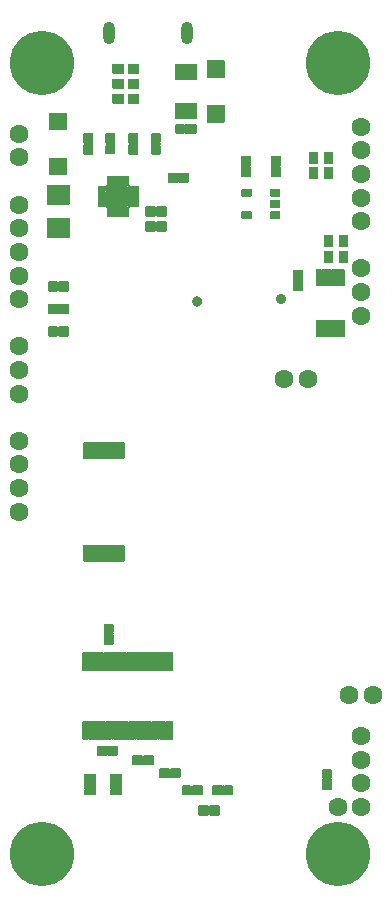
<source format=gbr>
G04 #@! TF.GenerationSoftware,KiCad,Pcbnew,5.1.8+dfsg1-1~bpo10+1*
G04 #@! TF.CreationDate,2021-01-19T23:44:54+01:00*
G04 #@! TF.ProjectId,easyhive,65617379-6869-4766-952e-6b696361645f,rev?*
G04 #@! TF.SameCoordinates,Original*
G04 #@! TF.FileFunction,Soldermask,Bot*
G04 #@! TF.FilePolarity,Negative*
%FSLAX46Y46*%
G04 Gerber Fmt 4.6, Leading zero omitted, Abs format (unit mm)*
G04 Created by KiCad (PCBNEW 5.1.8+dfsg1-1~bpo10+1) date 2021-01-19 23:44:54*
%MOMM*%
%LPD*%
G01*
G04 APERTURE LIST*
%ADD10C,1.602000*%
%ADD11O,1.002000X1.902000*%
%ADD12C,0.610000*%
%ADD13C,5.436000*%
%ADD14C,0.100000*%
G04 APERTURE END LIST*
D10*
X163000000Y-134500000D03*
X161000000Y-134500000D03*
X163000000Y-132500000D03*
X163000000Y-130500000D03*
X163000000Y-128500000D03*
G36*
G01*
X160526000Y-132379200D02*
X160526000Y-133020800D01*
G75*
G02*
X160445800Y-133101000I-80200J0D01*
G01*
X159754200Y-133101000D01*
G75*
G02*
X159674000Y-133020800I0J80200D01*
G01*
X159674000Y-132379200D01*
G75*
G02*
X159754200Y-132299000I80200J0D01*
G01*
X160445800Y-132299000D01*
G75*
G02*
X160526000Y-132379200I0J-80200D01*
G01*
G37*
G36*
G01*
X160526000Y-131379200D02*
X160526000Y-132020800D01*
G75*
G02*
X160445800Y-132101000I-80200J0D01*
G01*
X159754200Y-132101000D01*
G75*
G02*
X159674000Y-132020800I0J80200D01*
G01*
X159674000Y-131379200D01*
G75*
G02*
X159754200Y-131299000I80200J0D01*
G01*
X160445800Y-131299000D01*
G75*
G02*
X160526000Y-131379200I0J-80200D01*
G01*
G37*
G36*
G01*
X136651100Y-79517600D02*
X138051100Y-79517600D01*
G75*
G02*
X138102100Y-79568600I0J-51000D01*
G01*
X138102100Y-80968600D01*
G75*
G02*
X138051100Y-81019600I-51000J0D01*
G01*
X136651100Y-81019600D01*
G75*
G02*
X136600100Y-80968600I0J51000D01*
G01*
X136600100Y-79568600D01*
G75*
G02*
X136651100Y-79517600I51000J0D01*
G01*
G37*
G36*
G01*
X136651100Y-75717600D02*
X138051100Y-75717600D01*
G75*
G02*
X138102100Y-75768600I0J-51000D01*
G01*
X138102100Y-77168600D01*
G75*
G02*
X138051100Y-77219600I-51000J0D01*
G01*
X136651100Y-77219600D01*
G75*
G02*
X136600100Y-77168600I0J51000D01*
G01*
X136600100Y-75768600D01*
G75*
G02*
X136651100Y-75717600I51000J0D01*
G01*
G37*
G36*
G01*
X151386100Y-72774600D02*
X149986100Y-72774600D01*
G75*
G02*
X149935100Y-72723600I0J51000D01*
G01*
X149935100Y-71323600D01*
G75*
G02*
X149986100Y-71272600I51000J0D01*
G01*
X151386100Y-71272600D01*
G75*
G02*
X151437100Y-71323600I0J-51000D01*
G01*
X151437100Y-72723600D01*
G75*
G02*
X151386100Y-72774600I-51000J0D01*
G01*
G37*
G36*
G01*
X151386100Y-76574600D02*
X149986100Y-76574600D01*
G75*
G02*
X149935100Y-76523600I0J51000D01*
G01*
X149935100Y-75123600D01*
G75*
G02*
X149986100Y-75072600I51000J0D01*
G01*
X151386100Y-75072600D01*
G75*
G02*
X151437100Y-75123600I0J-51000D01*
G01*
X151437100Y-76523600D01*
G75*
G02*
X151386100Y-76574600I-51000J0D01*
G01*
G37*
X158450000Y-98250000D03*
X156450000Y-98250000D03*
X162000000Y-125000000D03*
X164000000Y-125000000D03*
G36*
G01*
X149920800Y-135226000D02*
X149279200Y-135226000D01*
G75*
G02*
X149199000Y-135145800I0J80200D01*
G01*
X149199000Y-134454200D01*
G75*
G02*
X149279200Y-134374000I80200J0D01*
G01*
X149920800Y-134374000D01*
G75*
G02*
X150001000Y-134454200I0J-80200D01*
G01*
X150001000Y-135145800D01*
G75*
G02*
X149920800Y-135226000I-80200J0D01*
G01*
G37*
G36*
G01*
X150920800Y-135226000D02*
X150279200Y-135226000D01*
G75*
G02*
X150199000Y-135145800I0J80200D01*
G01*
X150199000Y-134454200D01*
G75*
G02*
X150279200Y-134374000I80200J0D01*
G01*
X150920800Y-134374000D01*
G75*
G02*
X151001000Y-134454200I0J-80200D01*
G01*
X151001000Y-135145800D01*
G75*
G02*
X150920800Y-135226000I-80200J0D01*
G01*
G37*
G36*
G01*
X151070800Y-133526000D02*
X150429200Y-133526000D01*
G75*
G02*
X150349000Y-133445800I0J80200D01*
G01*
X150349000Y-132754200D01*
G75*
G02*
X150429200Y-132674000I80200J0D01*
G01*
X151070800Y-132674000D01*
G75*
G02*
X151151000Y-132754200I0J-80200D01*
G01*
X151151000Y-133445800D01*
G75*
G02*
X151070800Y-133526000I-80200J0D01*
G01*
G37*
G36*
G01*
X152070800Y-133526000D02*
X151429200Y-133526000D01*
G75*
G02*
X151349000Y-133445800I0J80200D01*
G01*
X151349000Y-132754200D01*
G75*
G02*
X151429200Y-132674000I80200J0D01*
G01*
X152070800Y-132674000D01*
G75*
G02*
X152151000Y-132754200I0J-80200D01*
G01*
X152151000Y-133445800D01*
G75*
G02*
X152070800Y-133526000I-80200J0D01*
G01*
G37*
G36*
G01*
X146620800Y-132076000D02*
X145979200Y-132076000D01*
G75*
G02*
X145899000Y-131995800I0J80200D01*
G01*
X145899000Y-131304200D01*
G75*
G02*
X145979200Y-131224000I80200J0D01*
G01*
X146620800Y-131224000D01*
G75*
G02*
X146701000Y-131304200I0J-80200D01*
G01*
X146701000Y-131995800D01*
G75*
G02*
X146620800Y-132076000I-80200J0D01*
G01*
G37*
G36*
G01*
X147620800Y-132076000D02*
X146979200Y-132076000D01*
G75*
G02*
X146899000Y-131995800I0J80200D01*
G01*
X146899000Y-131304200D01*
G75*
G02*
X146979200Y-131224000I80200J0D01*
G01*
X147620800Y-131224000D01*
G75*
G02*
X147701000Y-131304200I0J-80200D01*
G01*
X147701000Y-131995800D01*
G75*
G02*
X147620800Y-132076000I-80200J0D01*
G01*
G37*
G36*
G01*
X148520800Y-133526000D02*
X147879200Y-133526000D01*
G75*
G02*
X147799000Y-133445800I0J80200D01*
G01*
X147799000Y-132754200D01*
G75*
G02*
X147879200Y-132674000I80200J0D01*
G01*
X148520800Y-132674000D01*
G75*
G02*
X148601000Y-132754200I0J-80200D01*
G01*
X148601000Y-133445800D01*
G75*
G02*
X148520800Y-133526000I-80200J0D01*
G01*
G37*
G36*
G01*
X149520800Y-133526000D02*
X148879200Y-133526000D01*
G75*
G02*
X148799000Y-133445800I0J80200D01*
G01*
X148799000Y-132754200D01*
G75*
G02*
X148879200Y-132674000I80200J0D01*
G01*
X149520800Y-132674000D01*
G75*
G02*
X149601000Y-132754200I0J-80200D01*
G01*
X149601000Y-133445800D01*
G75*
G02*
X149520800Y-133526000I-80200J0D01*
G01*
G37*
G36*
G01*
X140490000Y-132204000D02*
X139590000Y-132204000D01*
G75*
G02*
X139539000Y-132153000I0J51000D01*
G01*
X139539000Y-131753000D01*
G75*
G02*
X139590000Y-131702000I51000J0D01*
G01*
X140490000Y-131702000D01*
G75*
G02*
X140541000Y-131753000I0J-51000D01*
G01*
X140541000Y-132153000D01*
G75*
G02*
X140490000Y-132204000I-51000J0D01*
G01*
G37*
G36*
G01*
X140490000Y-132854000D02*
X139590000Y-132854000D01*
G75*
G02*
X139539000Y-132803000I0J51000D01*
G01*
X139539000Y-132403000D01*
G75*
G02*
X139590000Y-132352000I51000J0D01*
G01*
X140490000Y-132352000D01*
G75*
G02*
X140541000Y-132403000I0J-51000D01*
G01*
X140541000Y-132803000D01*
G75*
G02*
X140490000Y-132854000I-51000J0D01*
G01*
G37*
G36*
G01*
X140490000Y-133504000D02*
X139590000Y-133504000D01*
G75*
G02*
X139539000Y-133453000I0J51000D01*
G01*
X139539000Y-133053000D01*
G75*
G02*
X139590000Y-133002000I51000J0D01*
G01*
X140490000Y-133002000D01*
G75*
G02*
X140541000Y-133053000I0J-51000D01*
G01*
X140541000Y-133453000D01*
G75*
G02*
X140490000Y-133504000I-51000J0D01*
G01*
G37*
G36*
G01*
X142690000Y-132204000D02*
X141790000Y-132204000D01*
G75*
G02*
X141739000Y-132153000I0J51000D01*
G01*
X141739000Y-131753000D01*
G75*
G02*
X141790000Y-131702000I51000J0D01*
G01*
X142690000Y-131702000D01*
G75*
G02*
X142741000Y-131753000I0J-51000D01*
G01*
X142741000Y-132153000D01*
G75*
G02*
X142690000Y-132204000I-51000J0D01*
G01*
G37*
G36*
G01*
X142690000Y-132854000D02*
X141790000Y-132854000D01*
G75*
G02*
X141739000Y-132803000I0J51000D01*
G01*
X141739000Y-132403000D01*
G75*
G02*
X141790000Y-132352000I51000J0D01*
G01*
X142690000Y-132352000D01*
G75*
G02*
X142741000Y-132403000I0J-51000D01*
G01*
X142741000Y-132803000D01*
G75*
G02*
X142690000Y-132854000I-51000J0D01*
G01*
G37*
G36*
G01*
X142690000Y-133504000D02*
X141790000Y-133504000D01*
G75*
G02*
X141739000Y-133453000I0J51000D01*
G01*
X141739000Y-133053000D01*
G75*
G02*
X141790000Y-133002000I51000J0D01*
G01*
X142690000Y-133002000D01*
G75*
G02*
X142741000Y-133053000I0J-51000D01*
G01*
X142741000Y-133453000D01*
G75*
G02*
X142690000Y-133504000I-51000J0D01*
G01*
G37*
G36*
G01*
X152926600Y-84072600D02*
X153665600Y-84072600D01*
G75*
G02*
X153747100Y-84154100I0J-81500D01*
G01*
X153747100Y-84643100D01*
G75*
G02*
X153665600Y-84724600I-81500J0D01*
G01*
X152926600Y-84724600D01*
G75*
G02*
X152845100Y-84643100I0J81500D01*
G01*
X152845100Y-84154100D01*
G75*
G02*
X152926600Y-84072600I81500J0D01*
G01*
G37*
G36*
G01*
X155326600Y-83122600D02*
X156065600Y-83122600D01*
G75*
G02*
X156147100Y-83204100I0J-81500D01*
G01*
X156147100Y-83693100D01*
G75*
G02*
X156065600Y-83774600I-81500J0D01*
G01*
X155326600Y-83774600D01*
G75*
G02*
X155245100Y-83693100I0J81500D01*
G01*
X155245100Y-83204100D01*
G75*
G02*
X155326600Y-83122600I81500J0D01*
G01*
G37*
G36*
G01*
X152926600Y-82172600D02*
X153665600Y-82172600D01*
G75*
G02*
X153747100Y-82254100I0J-81500D01*
G01*
X153747100Y-82743100D01*
G75*
G02*
X153665600Y-82824600I-81500J0D01*
G01*
X152926600Y-82824600D01*
G75*
G02*
X152845100Y-82743100I0J81500D01*
G01*
X152845100Y-82254100D01*
G75*
G02*
X152926600Y-82172600I81500J0D01*
G01*
G37*
G36*
G01*
X155326600Y-84072600D02*
X156065600Y-84072600D01*
G75*
G02*
X156147100Y-84154100I0J-81500D01*
G01*
X156147100Y-84643100D01*
G75*
G02*
X156065600Y-84724600I-81500J0D01*
G01*
X155326600Y-84724600D01*
G75*
G02*
X155245100Y-84643100I0J81500D01*
G01*
X155245100Y-84154100D01*
G75*
G02*
X155326600Y-84072600I81500J0D01*
G01*
G37*
G36*
G01*
X155326600Y-82172600D02*
X156065600Y-82172600D01*
G75*
G02*
X156147100Y-82254100I0J-81500D01*
G01*
X156147100Y-82743100D01*
G75*
G02*
X156065600Y-82824600I-81500J0D01*
G01*
X155326600Y-82824600D01*
G75*
G02*
X155245100Y-82743100I0J81500D01*
G01*
X155245100Y-82254100D01*
G75*
G02*
X155326600Y-82172600I81500J0D01*
G01*
G37*
G36*
G01*
X139500000Y-112324000D02*
X142900000Y-112324000D01*
G75*
G02*
X142951000Y-112375000I0J-51000D01*
G01*
X142951000Y-113675000D01*
G75*
G02*
X142900000Y-113726000I-51000J0D01*
G01*
X139500000Y-113726000D01*
G75*
G02*
X139449000Y-113675000I0J51000D01*
G01*
X139449000Y-112375000D01*
G75*
G02*
X139500000Y-112324000I51000J0D01*
G01*
G37*
G36*
G01*
X139500000Y-103624000D02*
X142900000Y-103624000D01*
G75*
G02*
X142951000Y-103675000I0J-51000D01*
G01*
X142951000Y-104975000D01*
G75*
G02*
X142900000Y-105026000I-51000J0D01*
G01*
X139500000Y-105026000D01*
G75*
G02*
X139449000Y-104975000I0J51000D01*
G01*
X139449000Y-103675000D01*
G75*
G02*
X139500000Y-103624000I51000J0D01*
G01*
G37*
D11*
X141671100Y-68962600D03*
X148271100Y-68962600D03*
D10*
X163000000Y-88900000D03*
X163000000Y-90900000D03*
X163000000Y-92900000D03*
X134001100Y-109503600D03*
X134001100Y-107503600D03*
X134001100Y-105503600D03*
X134001100Y-103503600D03*
X134001100Y-99503600D03*
X134001100Y-97503600D03*
X134001100Y-95503600D03*
X134001100Y-91503600D03*
X134001100Y-89503600D03*
X134001100Y-87503600D03*
X134001100Y-85503600D03*
X134001100Y-83503600D03*
X163001100Y-84903600D03*
X163001100Y-82903600D03*
X163001100Y-80903600D03*
X163001100Y-78903600D03*
X163001100Y-76903600D03*
X134001100Y-77503600D03*
X134001100Y-79503600D03*
G36*
G01*
X149549600Y-91703600D02*
X149549600Y-91703600D01*
G75*
G02*
X149098600Y-92154600I-451000J0D01*
G01*
X149098600Y-92154600D01*
G75*
G02*
X148647600Y-91703600I0J451000D01*
G01*
X148647600Y-91703600D01*
G75*
G02*
X149098600Y-91252600I451000J0D01*
G01*
X149098600Y-91252600D01*
G75*
G02*
X149549600Y-91703600I0J-451000D01*
G01*
G37*
G36*
G01*
X156651000Y-91500000D02*
X156651000Y-91500000D01*
G75*
G02*
X156200000Y-91951000I-451000J0D01*
G01*
X156200000Y-91951000D01*
G75*
G02*
X155749000Y-91500000I0J451000D01*
G01*
X155749000Y-91500000D01*
G75*
G02*
X156200000Y-91049000I451000J0D01*
G01*
X156200000Y-91049000D01*
G75*
G02*
X156651000Y-91500000I0J-451000D01*
G01*
G37*
G36*
G01*
X158056000Y-90099200D02*
X158056000Y-90740800D01*
G75*
G02*
X157975800Y-90821000I-80200J0D01*
G01*
X157284200Y-90821000D01*
G75*
G02*
X157204000Y-90740800I0J80200D01*
G01*
X157204000Y-90099200D01*
G75*
G02*
X157284200Y-90019000I80200J0D01*
G01*
X157975800Y-90019000D01*
G75*
G02*
X158056000Y-90099200I0J-80200D01*
G01*
G37*
G36*
G01*
X158056000Y-89099200D02*
X158056000Y-89740800D01*
G75*
G02*
X157975800Y-89821000I-80200J0D01*
G01*
X157284200Y-89821000D01*
G75*
G02*
X157204000Y-89740800I0J80200D01*
G01*
X157204000Y-89099200D01*
G75*
G02*
X157284200Y-89019000I80200J0D01*
G01*
X157975800Y-89019000D01*
G75*
G02*
X158056000Y-89099200I0J-80200D01*
G01*
G37*
G36*
G01*
X137530300Y-91912600D02*
X138171900Y-91912600D01*
G75*
G02*
X138252100Y-91992800I0J-80200D01*
G01*
X138252100Y-92684400D01*
G75*
G02*
X138171900Y-92764600I-80200J0D01*
G01*
X137530300Y-92764600D01*
G75*
G02*
X137450100Y-92684400I0J80200D01*
G01*
X137450100Y-91992800D01*
G75*
G02*
X137530300Y-91912600I80200J0D01*
G01*
G37*
G36*
G01*
X136530300Y-91912600D02*
X137171900Y-91912600D01*
G75*
G02*
X137252100Y-91992800I0J-80200D01*
G01*
X137252100Y-92684400D01*
G75*
G02*
X137171900Y-92764600I-80200J0D01*
G01*
X136530300Y-92764600D01*
G75*
G02*
X136450100Y-92684400I0J80200D01*
G01*
X136450100Y-91992800D01*
G75*
G02*
X136530300Y-91912600I80200J0D01*
G01*
G37*
G36*
G01*
X137171900Y-94669600D02*
X136530300Y-94669600D01*
G75*
G02*
X136450100Y-94589400I0J80200D01*
G01*
X136450100Y-93897800D01*
G75*
G02*
X136530300Y-93817600I80200J0D01*
G01*
X137171900Y-93817600D01*
G75*
G02*
X137252100Y-93897800I0J-80200D01*
G01*
X137252100Y-94589400D01*
G75*
G02*
X137171900Y-94669600I-80200J0D01*
G01*
G37*
G36*
G01*
X138171900Y-94669600D02*
X137530300Y-94669600D01*
G75*
G02*
X137450100Y-94589400I0J80200D01*
G01*
X137450100Y-93897800D01*
G75*
G02*
X137530300Y-93817600I80200J0D01*
G01*
X138171900Y-93817600D01*
G75*
G02*
X138252100Y-93897800I0J-80200D01*
G01*
X138252100Y-94589400D01*
G75*
G02*
X138171900Y-94669600I-80200J0D01*
G01*
G37*
G36*
G01*
X147331900Y-81652100D02*
X146690300Y-81652100D01*
G75*
G02*
X146610100Y-81571900I0J80200D01*
G01*
X146610100Y-80880300D01*
G75*
G02*
X146690300Y-80800100I80200J0D01*
G01*
X147331900Y-80800100D01*
G75*
G02*
X147412100Y-80880300I0J-80200D01*
G01*
X147412100Y-81571900D01*
G75*
G02*
X147331900Y-81652100I-80200J0D01*
G01*
G37*
G36*
G01*
X148331900Y-81652100D02*
X147690300Y-81652100D01*
G75*
G02*
X147610100Y-81571900I0J80200D01*
G01*
X147610100Y-80880300D01*
G75*
G02*
X147690300Y-80800100I80200J0D01*
G01*
X148331900Y-80800100D01*
G75*
G02*
X148412100Y-80880300I0J-80200D01*
G01*
X148412100Y-81571900D01*
G75*
G02*
X148331900Y-81652100I-80200J0D01*
G01*
G37*
G36*
G01*
X146032100Y-78547800D02*
X146032100Y-79189400D01*
G75*
G02*
X145951900Y-79269600I-80200J0D01*
G01*
X145260300Y-79269600D01*
G75*
G02*
X145180100Y-79189400I0J80200D01*
G01*
X145180100Y-78547800D01*
G75*
G02*
X145260300Y-78467600I80200J0D01*
G01*
X145951900Y-78467600D01*
G75*
G02*
X146032100Y-78547800I0J-80200D01*
G01*
G37*
G36*
G01*
X146032100Y-77547800D02*
X146032100Y-78189400D01*
G75*
G02*
X145951900Y-78269600I-80200J0D01*
G01*
X145260300Y-78269600D01*
G75*
G02*
X145180100Y-78189400I0J80200D01*
G01*
X145180100Y-77547800D01*
G75*
G02*
X145260300Y-77467600I80200J0D01*
G01*
X145951900Y-77467600D01*
G75*
G02*
X146032100Y-77547800I0J-80200D01*
G01*
G37*
G36*
G01*
X140317100Y-78547800D02*
X140317100Y-79189400D01*
G75*
G02*
X140236900Y-79269600I-80200J0D01*
G01*
X139545300Y-79269600D01*
G75*
G02*
X139465100Y-79189400I0J80200D01*
G01*
X139465100Y-78547800D01*
G75*
G02*
X139545300Y-78467600I80200J0D01*
G01*
X140236900Y-78467600D01*
G75*
G02*
X140317100Y-78547800I0J-80200D01*
G01*
G37*
G36*
G01*
X140317100Y-77547800D02*
X140317100Y-78189400D01*
G75*
G02*
X140236900Y-78269600I-80200J0D01*
G01*
X139545300Y-78269600D01*
G75*
G02*
X139465100Y-78189400I0J80200D01*
G01*
X139465100Y-77547800D01*
G75*
G02*
X139545300Y-77467600I80200J0D01*
G01*
X140236900Y-77467600D01*
G75*
G02*
X140317100Y-77547800I0J-80200D01*
G01*
G37*
G36*
G01*
X144127100Y-78547800D02*
X144127100Y-79189400D01*
G75*
G02*
X144046900Y-79269600I-80200J0D01*
G01*
X143355300Y-79269600D01*
G75*
G02*
X143275100Y-79189400I0J80200D01*
G01*
X143275100Y-78547800D01*
G75*
G02*
X143355300Y-78467600I80200J0D01*
G01*
X144046900Y-78467600D01*
G75*
G02*
X144127100Y-78547800I0J-80200D01*
G01*
G37*
G36*
G01*
X144127100Y-77547800D02*
X144127100Y-78189400D01*
G75*
G02*
X144046900Y-78269600I-80200J0D01*
G01*
X143355300Y-78269600D01*
G75*
G02*
X143275100Y-78189400I0J80200D01*
G01*
X143275100Y-77547800D01*
G75*
G02*
X143355300Y-77467600I80200J0D01*
G01*
X144046900Y-77467600D01*
G75*
G02*
X144127100Y-77547800I0J-80200D01*
G01*
G37*
G36*
G01*
X147246099Y-74922600D02*
X149046101Y-74922600D01*
G75*
G02*
X149097100Y-74973599I0J-50999D01*
G01*
X149097100Y-76173601D01*
G75*
G02*
X149046101Y-76224600I-50999J0D01*
G01*
X147246099Y-76224600D01*
G75*
G02*
X147195100Y-76173601I0J50999D01*
G01*
X147195100Y-74973599D01*
G75*
G02*
X147246099Y-74922600I50999J0D01*
G01*
G37*
G36*
G01*
X147246099Y-71622600D02*
X149046101Y-71622600D01*
G75*
G02*
X149097100Y-71673599I0J-50999D01*
G01*
X149097100Y-72873601D01*
G75*
G02*
X149046101Y-72924600I-50999J0D01*
G01*
X147246099Y-72924600D01*
G75*
G02*
X147195100Y-72873601I0J50999D01*
G01*
X147195100Y-71673599D01*
G75*
G02*
X147246099Y-71622600I50999J0D01*
G01*
G37*
G36*
G01*
X159651000Y-93325000D02*
X159651000Y-94675000D01*
G75*
G02*
X159600000Y-94726000I-51000J0D01*
G01*
X159200000Y-94726000D01*
G75*
G02*
X159149000Y-94675000I0J51000D01*
G01*
X159149000Y-93325000D01*
G75*
G02*
X159200000Y-93274000I51000J0D01*
G01*
X159600000Y-93274000D01*
G75*
G02*
X159651000Y-93325000I0J-51000D01*
G01*
G37*
G36*
G01*
X160301000Y-93325000D02*
X160301000Y-94675000D01*
G75*
G02*
X160250000Y-94726000I-51000J0D01*
G01*
X159850000Y-94726000D01*
G75*
G02*
X159799000Y-94675000I0J51000D01*
G01*
X159799000Y-93325000D01*
G75*
G02*
X159850000Y-93274000I51000J0D01*
G01*
X160250000Y-93274000D01*
G75*
G02*
X160301000Y-93325000I0J-51000D01*
G01*
G37*
G36*
G01*
X160951000Y-93325000D02*
X160951000Y-94675000D01*
G75*
G02*
X160900000Y-94726000I-51000J0D01*
G01*
X160500000Y-94726000D01*
G75*
G02*
X160449000Y-94675000I0J51000D01*
G01*
X160449000Y-93325000D01*
G75*
G02*
X160500000Y-93274000I51000J0D01*
G01*
X160900000Y-93274000D01*
G75*
G02*
X160951000Y-93325000I0J-51000D01*
G01*
G37*
G36*
G01*
X161601000Y-93325000D02*
X161601000Y-94675000D01*
G75*
G02*
X161550000Y-94726000I-51000J0D01*
G01*
X161150000Y-94726000D01*
G75*
G02*
X161099000Y-94675000I0J51000D01*
G01*
X161099000Y-93325000D01*
G75*
G02*
X161150000Y-93274000I51000J0D01*
G01*
X161550000Y-93274000D01*
G75*
G02*
X161601000Y-93325000I0J-51000D01*
G01*
G37*
G36*
G01*
X161099000Y-90375000D02*
X161099000Y-89025000D01*
G75*
G02*
X161150000Y-88974000I51000J0D01*
G01*
X161550000Y-88974000D01*
G75*
G02*
X161601000Y-89025000I0J-51000D01*
G01*
X161601000Y-90375000D01*
G75*
G02*
X161550000Y-90426000I-51000J0D01*
G01*
X161150000Y-90426000D01*
G75*
G02*
X161099000Y-90375000I0J51000D01*
G01*
G37*
G36*
G01*
X160449000Y-90375000D02*
X160449000Y-89025000D01*
G75*
G02*
X160500000Y-88974000I51000J0D01*
G01*
X160900000Y-88974000D01*
G75*
G02*
X160951000Y-89025000I0J-51000D01*
G01*
X160951000Y-90375000D01*
G75*
G02*
X160900000Y-90426000I-51000J0D01*
G01*
X160500000Y-90426000D01*
G75*
G02*
X160449000Y-90375000I0J51000D01*
G01*
G37*
G36*
G01*
X159799000Y-90375000D02*
X159799000Y-89025000D01*
G75*
G02*
X159850000Y-88974000I51000J0D01*
G01*
X160250000Y-88974000D01*
G75*
G02*
X160301000Y-89025000I0J-51000D01*
G01*
X160301000Y-90375000D01*
G75*
G02*
X160250000Y-90426000I-51000J0D01*
G01*
X159850000Y-90426000D01*
G75*
G02*
X159799000Y-90375000I0J51000D01*
G01*
G37*
G36*
G01*
X159149000Y-90375000D02*
X159149000Y-89025000D01*
G75*
G02*
X159200000Y-88974000I51000J0D01*
G01*
X159600000Y-88974000D01*
G75*
G02*
X159651000Y-89025000I0J-51000D01*
G01*
X159651000Y-90375000D01*
G75*
G02*
X159600000Y-90426000I-51000J0D01*
G01*
X159200000Y-90426000D01*
G75*
G02*
X159149000Y-90375000I0J51000D01*
G01*
G37*
G36*
G01*
X139931000Y-121484000D02*
X139931000Y-122948000D01*
G75*
G02*
X139862000Y-123017000I-69000J0D01*
G01*
X139448000Y-123017000D01*
G75*
G02*
X139379000Y-122948000I0J69000D01*
G01*
X139379000Y-121484000D01*
G75*
G02*
X139448000Y-121415000I69000J0D01*
G01*
X139862000Y-121415000D01*
G75*
G02*
X139931000Y-121484000I0J-69000D01*
G01*
G37*
G36*
G01*
X140581000Y-121484000D02*
X140581000Y-122948000D01*
G75*
G02*
X140512000Y-123017000I-69000J0D01*
G01*
X140098000Y-123017000D01*
G75*
G02*
X140029000Y-122948000I0J69000D01*
G01*
X140029000Y-121484000D01*
G75*
G02*
X140098000Y-121415000I69000J0D01*
G01*
X140512000Y-121415000D01*
G75*
G02*
X140581000Y-121484000I0J-69000D01*
G01*
G37*
G36*
G01*
X141231000Y-121484000D02*
X141231000Y-122948000D01*
G75*
G02*
X141162000Y-123017000I-69000J0D01*
G01*
X140748000Y-123017000D01*
G75*
G02*
X140679000Y-122948000I0J69000D01*
G01*
X140679000Y-121484000D01*
G75*
G02*
X140748000Y-121415000I69000J0D01*
G01*
X141162000Y-121415000D01*
G75*
G02*
X141231000Y-121484000I0J-69000D01*
G01*
G37*
G36*
G01*
X141881000Y-121484000D02*
X141881000Y-122948000D01*
G75*
G02*
X141812000Y-123017000I-69000J0D01*
G01*
X141398000Y-123017000D01*
G75*
G02*
X141329000Y-122948000I0J69000D01*
G01*
X141329000Y-121484000D01*
G75*
G02*
X141398000Y-121415000I69000J0D01*
G01*
X141812000Y-121415000D01*
G75*
G02*
X141881000Y-121484000I0J-69000D01*
G01*
G37*
G36*
G01*
X142531000Y-121484000D02*
X142531000Y-122948000D01*
G75*
G02*
X142462000Y-123017000I-69000J0D01*
G01*
X142048000Y-123017000D01*
G75*
G02*
X141979000Y-122948000I0J69000D01*
G01*
X141979000Y-121484000D01*
G75*
G02*
X142048000Y-121415000I69000J0D01*
G01*
X142462000Y-121415000D01*
G75*
G02*
X142531000Y-121484000I0J-69000D01*
G01*
G37*
G36*
G01*
X143181000Y-121484000D02*
X143181000Y-122948000D01*
G75*
G02*
X143112000Y-123017000I-69000J0D01*
G01*
X142698000Y-123017000D01*
G75*
G02*
X142629000Y-122948000I0J69000D01*
G01*
X142629000Y-121484000D01*
G75*
G02*
X142698000Y-121415000I69000J0D01*
G01*
X143112000Y-121415000D01*
G75*
G02*
X143181000Y-121484000I0J-69000D01*
G01*
G37*
G36*
G01*
X143831000Y-121484000D02*
X143831000Y-122948000D01*
G75*
G02*
X143762000Y-123017000I-69000J0D01*
G01*
X143348000Y-123017000D01*
G75*
G02*
X143279000Y-122948000I0J69000D01*
G01*
X143279000Y-121484000D01*
G75*
G02*
X143348000Y-121415000I69000J0D01*
G01*
X143762000Y-121415000D01*
G75*
G02*
X143831000Y-121484000I0J-69000D01*
G01*
G37*
G36*
G01*
X144481000Y-121484000D02*
X144481000Y-122948000D01*
G75*
G02*
X144412000Y-123017000I-69000J0D01*
G01*
X143998000Y-123017000D01*
G75*
G02*
X143929000Y-122948000I0J69000D01*
G01*
X143929000Y-121484000D01*
G75*
G02*
X143998000Y-121415000I69000J0D01*
G01*
X144412000Y-121415000D01*
G75*
G02*
X144481000Y-121484000I0J-69000D01*
G01*
G37*
G36*
G01*
X145131000Y-121484000D02*
X145131000Y-122948000D01*
G75*
G02*
X145062000Y-123017000I-69000J0D01*
G01*
X144648000Y-123017000D01*
G75*
G02*
X144579000Y-122948000I0J69000D01*
G01*
X144579000Y-121484000D01*
G75*
G02*
X144648000Y-121415000I69000J0D01*
G01*
X145062000Y-121415000D01*
G75*
G02*
X145131000Y-121484000I0J-69000D01*
G01*
G37*
G36*
G01*
X145781000Y-121484000D02*
X145781000Y-122948000D01*
G75*
G02*
X145712000Y-123017000I-69000J0D01*
G01*
X145298000Y-123017000D01*
G75*
G02*
X145229000Y-122948000I0J69000D01*
G01*
X145229000Y-121484000D01*
G75*
G02*
X145298000Y-121415000I69000J0D01*
G01*
X145712000Y-121415000D01*
G75*
G02*
X145781000Y-121484000I0J-69000D01*
G01*
G37*
G36*
G01*
X146431000Y-121484000D02*
X146431000Y-122948000D01*
G75*
G02*
X146362000Y-123017000I-69000J0D01*
G01*
X145948000Y-123017000D01*
G75*
G02*
X145879000Y-122948000I0J69000D01*
G01*
X145879000Y-121484000D01*
G75*
G02*
X145948000Y-121415000I69000J0D01*
G01*
X146362000Y-121415000D01*
G75*
G02*
X146431000Y-121484000I0J-69000D01*
G01*
G37*
G36*
G01*
X147081000Y-121484000D02*
X147081000Y-122948000D01*
G75*
G02*
X147012000Y-123017000I-69000J0D01*
G01*
X146598000Y-123017000D01*
G75*
G02*
X146529000Y-122948000I0J69000D01*
G01*
X146529000Y-121484000D01*
G75*
G02*
X146598000Y-121415000I69000J0D01*
G01*
X147012000Y-121415000D01*
G75*
G02*
X147081000Y-121484000I0J-69000D01*
G01*
G37*
G36*
G01*
X139931000Y-127284000D02*
X139931000Y-128748000D01*
G75*
G02*
X139862000Y-128817000I-69000J0D01*
G01*
X139448000Y-128817000D01*
G75*
G02*
X139379000Y-128748000I0J69000D01*
G01*
X139379000Y-127284000D01*
G75*
G02*
X139448000Y-127215000I69000J0D01*
G01*
X139862000Y-127215000D01*
G75*
G02*
X139931000Y-127284000I0J-69000D01*
G01*
G37*
G36*
G01*
X140581000Y-127284000D02*
X140581000Y-128748000D01*
G75*
G02*
X140512000Y-128817000I-69000J0D01*
G01*
X140098000Y-128817000D01*
G75*
G02*
X140029000Y-128748000I0J69000D01*
G01*
X140029000Y-127284000D01*
G75*
G02*
X140098000Y-127215000I69000J0D01*
G01*
X140512000Y-127215000D01*
G75*
G02*
X140581000Y-127284000I0J-69000D01*
G01*
G37*
G36*
G01*
X141231000Y-127284000D02*
X141231000Y-128748000D01*
G75*
G02*
X141162000Y-128817000I-69000J0D01*
G01*
X140748000Y-128817000D01*
G75*
G02*
X140679000Y-128748000I0J69000D01*
G01*
X140679000Y-127284000D01*
G75*
G02*
X140748000Y-127215000I69000J0D01*
G01*
X141162000Y-127215000D01*
G75*
G02*
X141231000Y-127284000I0J-69000D01*
G01*
G37*
G36*
G01*
X141881000Y-127284000D02*
X141881000Y-128748000D01*
G75*
G02*
X141812000Y-128817000I-69000J0D01*
G01*
X141398000Y-128817000D01*
G75*
G02*
X141329000Y-128748000I0J69000D01*
G01*
X141329000Y-127284000D01*
G75*
G02*
X141398000Y-127215000I69000J0D01*
G01*
X141812000Y-127215000D01*
G75*
G02*
X141881000Y-127284000I0J-69000D01*
G01*
G37*
G36*
G01*
X142531000Y-127284000D02*
X142531000Y-128748000D01*
G75*
G02*
X142462000Y-128817000I-69000J0D01*
G01*
X142048000Y-128817000D01*
G75*
G02*
X141979000Y-128748000I0J69000D01*
G01*
X141979000Y-127284000D01*
G75*
G02*
X142048000Y-127215000I69000J0D01*
G01*
X142462000Y-127215000D01*
G75*
G02*
X142531000Y-127284000I0J-69000D01*
G01*
G37*
G36*
G01*
X143181000Y-127284000D02*
X143181000Y-128748000D01*
G75*
G02*
X143112000Y-128817000I-69000J0D01*
G01*
X142698000Y-128817000D01*
G75*
G02*
X142629000Y-128748000I0J69000D01*
G01*
X142629000Y-127284000D01*
G75*
G02*
X142698000Y-127215000I69000J0D01*
G01*
X143112000Y-127215000D01*
G75*
G02*
X143181000Y-127284000I0J-69000D01*
G01*
G37*
G36*
G01*
X143831000Y-127284000D02*
X143831000Y-128748000D01*
G75*
G02*
X143762000Y-128817000I-69000J0D01*
G01*
X143348000Y-128817000D01*
G75*
G02*
X143279000Y-128748000I0J69000D01*
G01*
X143279000Y-127284000D01*
G75*
G02*
X143348000Y-127215000I69000J0D01*
G01*
X143762000Y-127215000D01*
G75*
G02*
X143831000Y-127284000I0J-69000D01*
G01*
G37*
G36*
G01*
X144481000Y-127284000D02*
X144481000Y-128748000D01*
G75*
G02*
X144412000Y-128817000I-69000J0D01*
G01*
X143998000Y-128817000D01*
G75*
G02*
X143929000Y-128748000I0J69000D01*
G01*
X143929000Y-127284000D01*
G75*
G02*
X143998000Y-127215000I69000J0D01*
G01*
X144412000Y-127215000D01*
G75*
G02*
X144481000Y-127284000I0J-69000D01*
G01*
G37*
G36*
G01*
X145131000Y-127284000D02*
X145131000Y-128748000D01*
G75*
G02*
X145062000Y-128817000I-69000J0D01*
G01*
X144648000Y-128817000D01*
G75*
G02*
X144579000Y-128748000I0J69000D01*
G01*
X144579000Y-127284000D01*
G75*
G02*
X144648000Y-127215000I69000J0D01*
G01*
X145062000Y-127215000D01*
G75*
G02*
X145131000Y-127284000I0J-69000D01*
G01*
G37*
G36*
G01*
X145781000Y-127284000D02*
X145781000Y-128748000D01*
G75*
G02*
X145712000Y-128817000I-69000J0D01*
G01*
X145298000Y-128817000D01*
G75*
G02*
X145229000Y-128748000I0J69000D01*
G01*
X145229000Y-127284000D01*
G75*
G02*
X145298000Y-127215000I69000J0D01*
G01*
X145712000Y-127215000D01*
G75*
G02*
X145781000Y-127284000I0J-69000D01*
G01*
G37*
G36*
G01*
X146431000Y-127284000D02*
X146431000Y-128748000D01*
G75*
G02*
X146362000Y-128817000I-69000J0D01*
G01*
X145948000Y-128817000D01*
G75*
G02*
X145879000Y-128748000I0J69000D01*
G01*
X145879000Y-127284000D01*
G75*
G02*
X145948000Y-127215000I69000J0D01*
G01*
X146362000Y-127215000D01*
G75*
G02*
X146431000Y-127284000I0J-69000D01*
G01*
G37*
G36*
G01*
X147081000Y-127284000D02*
X147081000Y-128748000D01*
G75*
G02*
X147012000Y-128817000I-69000J0D01*
G01*
X146598000Y-128817000D01*
G75*
G02*
X146529000Y-128748000I0J69000D01*
G01*
X146529000Y-127284000D01*
G75*
G02*
X146598000Y-127215000I69000J0D01*
G01*
X147012000Y-127215000D01*
G75*
G02*
X147081000Y-127284000I0J-69000D01*
G01*
G37*
G36*
G01*
X144182100Y-82431600D02*
X144182100Y-82695600D01*
G75*
G02*
X144138100Y-82739600I-44000J0D01*
G01*
X143524100Y-82739600D01*
G75*
G02*
X143480100Y-82695600I0J44000D01*
G01*
X143480100Y-82431600D01*
G75*
G02*
X143524100Y-82387600I44000J0D01*
G01*
X144138100Y-82387600D01*
G75*
G02*
X144182100Y-82431600I0J-44000D01*
G01*
G37*
G36*
G01*
X144182100Y-81931600D02*
X144182100Y-82195600D01*
G75*
G02*
X144138100Y-82239600I-44000J0D01*
G01*
X143524100Y-82239600D01*
G75*
G02*
X143480100Y-82195600I0J44000D01*
G01*
X143480100Y-81931600D01*
G75*
G02*
X143524100Y-81887600I44000J0D01*
G01*
X144138100Y-81887600D01*
G75*
G02*
X144182100Y-81931600I0J-44000D01*
G01*
G37*
G36*
G01*
X144182100Y-82931600D02*
X144182100Y-83195600D01*
G75*
G02*
X144138100Y-83239600I-44000J0D01*
G01*
X143524100Y-83239600D01*
G75*
G02*
X143480100Y-83195600I0J44000D01*
G01*
X143480100Y-82931600D01*
G75*
G02*
X143524100Y-82887600I44000J0D01*
G01*
X144138100Y-82887600D01*
G75*
G02*
X144182100Y-82931600I0J-44000D01*
G01*
G37*
G36*
G01*
X144182100Y-83431600D02*
X144182100Y-83695600D01*
G75*
G02*
X144138100Y-83739600I-44000J0D01*
G01*
X143524100Y-83739600D01*
G75*
G02*
X143480100Y-83695600I0J44000D01*
G01*
X143480100Y-83431600D01*
G75*
G02*
X143524100Y-83387600I44000J0D01*
G01*
X144138100Y-83387600D01*
G75*
G02*
X144182100Y-83431600I0J-44000D01*
G01*
G37*
G36*
G01*
X143313100Y-84564600D02*
X143049100Y-84564600D01*
G75*
G02*
X143005100Y-84520600I0J44000D01*
G01*
X143005100Y-83906600D01*
G75*
G02*
X143049100Y-83862600I44000J0D01*
G01*
X143313100Y-83862600D01*
G75*
G02*
X143357100Y-83906600I0J-44000D01*
G01*
X143357100Y-84520600D01*
G75*
G02*
X143313100Y-84564600I-44000J0D01*
G01*
G37*
G36*
G01*
X142813100Y-84564600D02*
X142549100Y-84564600D01*
G75*
G02*
X142505100Y-84520600I0J44000D01*
G01*
X142505100Y-83906600D01*
G75*
G02*
X142549100Y-83862600I44000J0D01*
G01*
X142813100Y-83862600D01*
G75*
G02*
X142857100Y-83906600I0J-44000D01*
G01*
X142857100Y-84520600D01*
G75*
G02*
X142813100Y-84564600I-44000J0D01*
G01*
G37*
G36*
G01*
X142313100Y-84564600D02*
X142049100Y-84564600D01*
G75*
G02*
X142005100Y-84520600I0J44000D01*
G01*
X142005100Y-83906600D01*
G75*
G02*
X142049100Y-83862600I44000J0D01*
G01*
X142313100Y-83862600D01*
G75*
G02*
X142357100Y-83906600I0J-44000D01*
G01*
X142357100Y-84520600D01*
G75*
G02*
X142313100Y-84564600I-44000J0D01*
G01*
G37*
G36*
G01*
X141813100Y-84564600D02*
X141549100Y-84564600D01*
G75*
G02*
X141505100Y-84520600I0J44000D01*
G01*
X141505100Y-83906600D01*
G75*
G02*
X141549100Y-83862600I44000J0D01*
G01*
X141813100Y-83862600D01*
G75*
G02*
X141857100Y-83906600I0J-44000D01*
G01*
X141857100Y-84520600D01*
G75*
G02*
X141813100Y-84564600I-44000J0D01*
G01*
G37*
G36*
G01*
X140680100Y-83695600D02*
X140680100Y-83431600D01*
G75*
G02*
X140724100Y-83387600I44000J0D01*
G01*
X141338100Y-83387600D01*
G75*
G02*
X141382100Y-83431600I0J-44000D01*
G01*
X141382100Y-83695600D01*
G75*
G02*
X141338100Y-83739600I-44000J0D01*
G01*
X140724100Y-83739600D01*
G75*
G02*
X140680100Y-83695600I0J44000D01*
G01*
G37*
G36*
G01*
X140680100Y-83195600D02*
X140680100Y-82931600D01*
G75*
G02*
X140724100Y-82887600I44000J0D01*
G01*
X141338100Y-82887600D01*
G75*
G02*
X141382100Y-82931600I0J-44000D01*
G01*
X141382100Y-83195600D01*
G75*
G02*
X141338100Y-83239600I-44000J0D01*
G01*
X140724100Y-83239600D01*
G75*
G02*
X140680100Y-83195600I0J44000D01*
G01*
G37*
G36*
G01*
X140680100Y-82695600D02*
X140680100Y-82431600D01*
G75*
G02*
X140724100Y-82387600I44000J0D01*
G01*
X141338100Y-82387600D01*
G75*
G02*
X141382100Y-82431600I0J-44000D01*
G01*
X141382100Y-82695600D01*
G75*
G02*
X141338100Y-82739600I-44000J0D01*
G01*
X140724100Y-82739600D01*
G75*
G02*
X140680100Y-82695600I0J44000D01*
G01*
G37*
G36*
G01*
X140680100Y-82195600D02*
X140680100Y-81931600D01*
G75*
G02*
X140724100Y-81887600I44000J0D01*
G01*
X141338100Y-81887600D01*
G75*
G02*
X141382100Y-81931600I0J-44000D01*
G01*
X141382100Y-82195600D01*
G75*
G02*
X141338100Y-82239600I-44000J0D01*
G01*
X140724100Y-82239600D01*
G75*
G02*
X140680100Y-82195600I0J44000D01*
G01*
G37*
G36*
G01*
X141549100Y-81062600D02*
X141813100Y-81062600D01*
G75*
G02*
X141857100Y-81106600I0J-44000D01*
G01*
X141857100Y-81720600D01*
G75*
G02*
X141813100Y-81764600I-44000J0D01*
G01*
X141549100Y-81764600D01*
G75*
G02*
X141505100Y-81720600I0J44000D01*
G01*
X141505100Y-81106600D01*
G75*
G02*
X141549100Y-81062600I44000J0D01*
G01*
G37*
G36*
G01*
X142049100Y-81062600D02*
X142313100Y-81062600D01*
G75*
G02*
X142357100Y-81106600I0J-44000D01*
G01*
X142357100Y-81720600D01*
G75*
G02*
X142313100Y-81764600I-44000J0D01*
G01*
X142049100Y-81764600D01*
G75*
G02*
X142005100Y-81720600I0J44000D01*
G01*
X142005100Y-81106600D01*
G75*
G02*
X142049100Y-81062600I44000J0D01*
G01*
G37*
G36*
G01*
X142549100Y-81062600D02*
X142813100Y-81062600D01*
G75*
G02*
X142857100Y-81106600I0J-44000D01*
G01*
X142857100Y-81720600D01*
G75*
G02*
X142813100Y-81764600I-44000J0D01*
G01*
X142549100Y-81764600D01*
G75*
G02*
X142505100Y-81720600I0J44000D01*
G01*
X142505100Y-81106600D01*
G75*
G02*
X142549100Y-81062600I44000J0D01*
G01*
G37*
G36*
G01*
X143049100Y-81062600D02*
X143313100Y-81062600D01*
G75*
G02*
X143357100Y-81106600I0J-44000D01*
G01*
X143357100Y-81720600D01*
G75*
G02*
X143313100Y-81764600I-44000J0D01*
G01*
X143049100Y-81764600D01*
G75*
G02*
X143005100Y-81720600I0J44000D01*
G01*
X143005100Y-81106600D01*
G75*
G02*
X143049100Y-81062600I44000J0D01*
G01*
G37*
G36*
G01*
X143282100Y-82047700D02*
X143282100Y-83579500D01*
G75*
G02*
X143197000Y-83664600I-85100J0D01*
G01*
X141665200Y-83664600D01*
G75*
G02*
X141580100Y-83579500I0J85100D01*
G01*
X141580100Y-82047700D01*
G75*
G02*
X141665200Y-81962600I85100J0D01*
G01*
X143197000Y-81962600D01*
G75*
G02*
X143282100Y-82047700I0J-85100D01*
G01*
G37*
D12*
X142981100Y-82263600D03*
X142931100Y-83313600D03*
X142431100Y-82813600D03*
X141881100Y-82263600D03*
D13*
X161001100Y-138503600D03*
X161001100Y-71503600D03*
X136001100Y-71503600D03*
X135991600Y-138506200D03*
G36*
G01*
X136451100Y-84632600D02*
X138251100Y-84632600D01*
G75*
G02*
X138302100Y-84683600I0J-51000D01*
G01*
X138302100Y-86283600D01*
G75*
G02*
X138251100Y-86334600I-51000J0D01*
G01*
X136451100Y-86334600D01*
G75*
G02*
X136400100Y-86283600I0J51000D01*
G01*
X136400100Y-84683600D01*
G75*
G02*
X136451100Y-84632600I51000J0D01*
G01*
G37*
G36*
G01*
X136451100Y-81832600D02*
X138251100Y-81832600D01*
G75*
G02*
X138302100Y-81883600I0J-51000D01*
G01*
X138302100Y-83483600D01*
G75*
G02*
X138251100Y-83534600I-51000J0D01*
G01*
X136451100Y-83534600D01*
G75*
G02*
X136400100Y-83483600I0J51000D01*
G01*
X136400100Y-81883600D01*
G75*
G02*
X136451100Y-81832600I51000J0D01*
G01*
G37*
G36*
G01*
X161842000Y-87109600D02*
X161120200Y-87109600D01*
G75*
G02*
X161080100Y-87069500I0J40100D01*
G01*
X161080100Y-86147700D01*
G75*
G02*
X161120200Y-86107600I40100J0D01*
G01*
X161842000Y-86107600D01*
G75*
G02*
X161882100Y-86147700I0J-40100D01*
G01*
X161882100Y-87069500D01*
G75*
G02*
X161842000Y-87109600I-40100J0D01*
G01*
G37*
G36*
G01*
X161842000Y-88409600D02*
X161120200Y-88409600D01*
G75*
G02*
X161080100Y-88369500I0J40100D01*
G01*
X161080100Y-87447700D01*
G75*
G02*
X161120200Y-87407600I40100J0D01*
G01*
X161842000Y-87407600D01*
G75*
G02*
X161882100Y-87447700I0J-40100D01*
G01*
X161882100Y-88369500D01*
G75*
G02*
X161842000Y-88409600I-40100J0D01*
G01*
G37*
G36*
G01*
X160572000Y-87109600D02*
X159850200Y-87109600D01*
G75*
G02*
X159810100Y-87069500I0J40100D01*
G01*
X159810100Y-86147700D01*
G75*
G02*
X159850200Y-86107600I40100J0D01*
G01*
X160572000Y-86107600D01*
G75*
G02*
X160612100Y-86147700I0J-40100D01*
G01*
X160612100Y-87069500D01*
G75*
G02*
X160572000Y-87109600I-40100J0D01*
G01*
G37*
G36*
G01*
X160572000Y-88409600D02*
X159850200Y-88409600D01*
G75*
G02*
X159810100Y-88369500I0J40100D01*
G01*
X159810100Y-87447700D01*
G75*
G02*
X159850200Y-87407600I40100J0D01*
G01*
X160572000Y-87407600D01*
G75*
G02*
X160612100Y-87447700I0J-40100D01*
G01*
X160612100Y-88369500D01*
G75*
G02*
X160572000Y-88409600I-40100J0D01*
G01*
G37*
G36*
G01*
X159850200Y-80357600D02*
X160572000Y-80357600D01*
G75*
G02*
X160612100Y-80397700I0J-40100D01*
G01*
X160612100Y-81319500D01*
G75*
G02*
X160572000Y-81359600I-40100J0D01*
G01*
X159850200Y-81359600D01*
G75*
G02*
X159810100Y-81319500I0J40100D01*
G01*
X159810100Y-80397700D01*
G75*
G02*
X159850200Y-80357600I40100J0D01*
G01*
G37*
G36*
G01*
X159850200Y-79057600D02*
X160572000Y-79057600D01*
G75*
G02*
X160612100Y-79097700I0J-40100D01*
G01*
X160612100Y-80019500D01*
G75*
G02*
X160572000Y-80059600I-40100J0D01*
G01*
X159850200Y-80059600D01*
G75*
G02*
X159810100Y-80019500I0J40100D01*
G01*
X159810100Y-79097700D01*
G75*
G02*
X159850200Y-79057600I40100J0D01*
G01*
G37*
G36*
G01*
X158580200Y-80357600D02*
X159302000Y-80357600D01*
G75*
G02*
X159342100Y-80397700I0J-40100D01*
G01*
X159342100Y-81319500D01*
G75*
G02*
X159302000Y-81359600I-40100J0D01*
G01*
X158580200Y-81359600D01*
G75*
G02*
X158540100Y-81319500I0J40100D01*
G01*
X158540100Y-80397700D01*
G75*
G02*
X158580200Y-80357600I40100J0D01*
G01*
G37*
G36*
G01*
X158580200Y-79057600D02*
X159302000Y-79057600D01*
G75*
G02*
X159342100Y-79097700I0J-40100D01*
G01*
X159342100Y-80019500D01*
G75*
G02*
X159302000Y-80059600I-40100J0D01*
G01*
X158580200Y-80059600D01*
G75*
G02*
X158540100Y-80019500I0J40100D01*
G01*
X158540100Y-79097700D01*
G75*
G02*
X158580200Y-79057600I40100J0D01*
G01*
G37*
G36*
G01*
X143215100Y-72379500D02*
X143215100Y-71657700D01*
G75*
G02*
X143255200Y-71617600I40100J0D01*
G01*
X144177000Y-71617600D01*
G75*
G02*
X144217100Y-71657700I0J-40100D01*
G01*
X144217100Y-72379500D01*
G75*
G02*
X144177000Y-72419600I-40100J0D01*
G01*
X143255200Y-72419600D01*
G75*
G02*
X143215100Y-72379500I0J40100D01*
G01*
G37*
G36*
G01*
X141915100Y-72379500D02*
X141915100Y-71657700D01*
G75*
G02*
X141955200Y-71617600I40100J0D01*
G01*
X142877000Y-71617600D01*
G75*
G02*
X142917100Y-71657700I0J-40100D01*
G01*
X142917100Y-72379500D01*
G75*
G02*
X142877000Y-72419600I-40100J0D01*
G01*
X141955200Y-72419600D01*
G75*
G02*
X141915100Y-72379500I0J40100D01*
G01*
G37*
G36*
G01*
X143215100Y-73649500D02*
X143215100Y-72927700D01*
G75*
G02*
X143255200Y-72887600I40100J0D01*
G01*
X144177000Y-72887600D01*
G75*
G02*
X144217100Y-72927700I0J-40100D01*
G01*
X144217100Y-73649500D01*
G75*
G02*
X144177000Y-73689600I-40100J0D01*
G01*
X143255200Y-73689600D01*
G75*
G02*
X143215100Y-73649500I0J40100D01*
G01*
G37*
G36*
G01*
X141915100Y-73649500D02*
X141915100Y-72927700D01*
G75*
G02*
X141955200Y-72887600I40100J0D01*
G01*
X142877000Y-72887600D01*
G75*
G02*
X142917100Y-72927700I0J-40100D01*
G01*
X142917100Y-73649500D01*
G75*
G02*
X142877000Y-73689600I-40100J0D01*
G01*
X141955200Y-73689600D01*
G75*
G02*
X141915100Y-73649500I0J40100D01*
G01*
G37*
G36*
G01*
X143215100Y-74919500D02*
X143215100Y-74197700D01*
G75*
G02*
X143255200Y-74157600I40100J0D01*
G01*
X144177000Y-74157600D01*
G75*
G02*
X144217100Y-74197700I0J-40100D01*
G01*
X144217100Y-74919500D01*
G75*
G02*
X144177000Y-74959600I-40100J0D01*
G01*
X143255200Y-74959600D01*
G75*
G02*
X143215100Y-74919500I0J40100D01*
G01*
G37*
G36*
G01*
X141915100Y-74919500D02*
X141915100Y-74197700D01*
G75*
G02*
X141955200Y-74157600I40100J0D01*
G01*
X142877000Y-74157600D01*
G75*
G02*
X142917100Y-74197700I0J-40100D01*
G01*
X142917100Y-74919500D01*
G75*
G02*
X142877000Y-74959600I-40100J0D01*
G01*
X141955200Y-74959600D01*
G75*
G02*
X141915100Y-74919500I0J40100D01*
G01*
G37*
G36*
G01*
X144338800Y-130982000D02*
X143697200Y-130982000D01*
G75*
G02*
X143617000Y-130901800I0J80200D01*
G01*
X143617000Y-130210200D01*
G75*
G02*
X143697200Y-130130000I80200J0D01*
G01*
X144338800Y-130130000D01*
G75*
G02*
X144419000Y-130210200I0J-80200D01*
G01*
X144419000Y-130901800D01*
G75*
G02*
X144338800Y-130982000I-80200J0D01*
G01*
G37*
G36*
G01*
X145338800Y-130982000D02*
X144697200Y-130982000D01*
G75*
G02*
X144617000Y-130901800I0J80200D01*
G01*
X144617000Y-130210200D01*
G75*
G02*
X144697200Y-130130000I80200J0D01*
G01*
X145338800Y-130130000D01*
G75*
G02*
X145419000Y-130210200I0J-80200D01*
G01*
X145419000Y-130901800D01*
G75*
G02*
X145338800Y-130982000I-80200J0D01*
G01*
G37*
G36*
G01*
X137171900Y-90859600D02*
X136530300Y-90859600D01*
G75*
G02*
X136450100Y-90779400I0J80200D01*
G01*
X136450100Y-90087800D01*
G75*
G02*
X136530300Y-90007600I80200J0D01*
G01*
X137171900Y-90007600D01*
G75*
G02*
X137252100Y-90087800I0J-80200D01*
G01*
X137252100Y-90779400D01*
G75*
G02*
X137171900Y-90859600I-80200J0D01*
G01*
G37*
G36*
G01*
X138171900Y-90859600D02*
X137530300Y-90859600D01*
G75*
G02*
X137450100Y-90779400I0J80200D01*
G01*
X137450100Y-90087800D01*
G75*
G02*
X137530300Y-90007600I80200J0D01*
G01*
X138171900Y-90007600D01*
G75*
G02*
X138252100Y-90087800I0J-80200D01*
G01*
X138252100Y-90779400D01*
G75*
G02*
X138171900Y-90859600I-80200J0D01*
G01*
G37*
G36*
G01*
X148325300Y-76672600D02*
X148966900Y-76672600D01*
G75*
G02*
X149047100Y-76752800I0J-80200D01*
G01*
X149047100Y-77444400D01*
G75*
G02*
X148966900Y-77524600I-80200J0D01*
G01*
X148325300Y-77524600D01*
G75*
G02*
X148245100Y-77444400I0J80200D01*
G01*
X148245100Y-76752800D01*
G75*
G02*
X148325300Y-76672600I80200J0D01*
G01*
G37*
G36*
G01*
X147325300Y-76672600D02*
X147966900Y-76672600D01*
G75*
G02*
X148047100Y-76752800I0J-80200D01*
G01*
X148047100Y-77444400D01*
G75*
G02*
X147966900Y-77524600I-80200J0D01*
G01*
X147325300Y-77524600D01*
G75*
G02*
X147245100Y-77444400I0J80200D01*
G01*
X147245100Y-76752800D01*
G75*
G02*
X147325300Y-76672600I80200J0D01*
G01*
G37*
G36*
G01*
X152800100Y-80094400D02*
X152800100Y-79452800D01*
G75*
G02*
X152880300Y-79372600I80200J0D01*
G01*
X153571900Y-79372600D01*
G75*
G02*
X153652100Y-79452800I0J-80200D01*
G01*
X153652100Y-80094400D01*
G75*
G02*
X153571900Y-80174600I-80200J0D01*
G01*
X152880300Y-80174600D01*
G75*
G02*
X152800100Y-80094400I0J80200D01*
G01*
G37*
G36*
G01*
X152800100Y-81094400D02*
X152800100Y-80452800D01*
G75*
G02*
X152880300Y-80372600I80200J0D01*
G01*
X153571900Y-80372600D01*
G75*
G02*
X153652100Y-80452800I0J-80200D01*
G01*
X153652100Y-81094400D01*
G75*
G02*
X153571900Y-81174600I-80200J0D01*
G01*
X152880300Y-81174600D01*
G75*
G02*
X152800100Y-81094400I0J80200D01*
G01*
G37*
G36*
G01*
X155340100Y-80094400D02*
X155340100Y-79452800D01*
G75*
G02*
X155420300Y-79372600I80200J0D01*
G01*
X156111900Y-79372600D01*
G75*
G02*
X156192100Y-79452800I0J-80200D01*
G01*
X156192100Y-80094400D01*
G75*
G02*
X156111900Y-80174600I-80200J0D01*
G01*
X155420300Y-80174600D01*
G75*
G02*
X155340100Y-80094400I0J80200D01*
G01*
G37*
G36*
G01*
X155340100Y-81094400D02*
X155340100Y-80452800D01*
G75*
G02*
X155420300Y-80372600I80200J0D01*
G01*
X156111900Y-80372600D01*
G75*
G02*
X156192100Y-80452800I0J-80200D01*
G01*
X156192100Y-81094400D01*
G75*
G02*
X156111900Y-81174600I-80200J0D01*
G01*
X155420300Y-81174600D01*
G75*
G02*
X155340100Y-81094400I0J80200D01*
G01*
G37*
G36*
G01*
X141179000Y-119716800D02*
X141179000Y-119075200D01*
G75*
G02*
X141259200Y-118995000I80200J0D01*
G01*
X141950800Y-118995000D01*
G75*
G02*
X142031000Y-119075200I0J-80200D01*
G01*
X142031000Y-119716800D01*
G75*
G02*
X141950800Y-119797000I-80200J0D01*
G01*
X141259200Y-119797000D01*
G75*
G02*
X141179000Y-119716800I0J80200D01*
G01*
G37*
G36*
G01*
X141179000Y-120716800D02*
X141179000Y-120075200D01*
G75*
G02*
X141259200Y-119995000I80200J0D01*
G01*
X141950800Y-119995000D01*
G75*
G02*
X142031000Y-120075200I0J-80200D01*
G01*
X142031000Y-120716800D01*
G75*
G02*
X141950800Y-120797000I-80200J0D01*
G01*
X141259200Y-120797000D01*
G75*
G02*
X141179000Y-120716800I0J80200D01*
G01*
G37*
G36*
G01*
X141316200Y-130169200D02*
X140674600Y-130169200D01*
G75*
G02*
X140594400Y-130089000I0J80200D01*
G01*
X140594400Y-129397400D01*
G75*
G02*
X140674600Y-129317200I80200J0D01*
G01*
X141316200Y-129317200D01*
G75*
G02*
X141396400Y-129397400I0J-80200D01*
G01*
X141396400Y-130089000D01*
G75*
G02*
X141316200Y-130169200I-80200J0D01*
G01*
G37*
G36*
G01*
X142316200Y-130169200D02*
X141674600Y-130169200D01*
G75*
G02*
X141594400Y-130089000I0J80200D01*
G01*
X141594400Y-129397400D01*
G75*
G02*
X141674600Y-129317200I80200J0D01*
G01*
X142316200Y-129317200D01*
G75*
G02*
X142396400Y-129397400I0J-80200D01*
G01*
X142396400Y-130089000D01*
G75*
G02*
X142316200Y-130169200I-80200J0D01*
G01*
G37*
G36*
G01*
X145785300Y-84927600D02*
X146426900Y-84927600D01*
G75*
G02*
X146507100Y-85007800I0J-80200D01*
G01*
X146507100Y-85699400D01*
G75*
G02*
X146426900Y-85779600I-80200J0D01*
G01*
X145785300Y-85779600D01*
G75*
G02*
X145705100Y-85699400I0J80200D01*
G01*
X145705100Y-85007800D01*
G75*
G02*
X145785300Y-84927600I80200J0D01*
G01*
G37*
G36*
G01*
X144785300Y-84927600D02*
X145426900Y-84927600D01*
G75*
G02*
X145507100Y-85007800I0J-80200D01*
G01*
X145507100Y-85699400D01*
G75*
G02*
X145426900Y-85779600I-80200J0D01*
G01*
X144785300Y-85779600D01*
G75*
G02*
X144705100Y-85699400I0J80200D01*
G01*
X144705100Y-85007800D01*
G75*
G02*
X144785300Y-84927600I80200J0D01*
G01*
G37*
G36*
G01*
X145785300Y-83657600D02*
X146426900Y-83657600D01*
G75*
G02*
X146507100Y-83737800I0J-80200D01*
G01*
X146507100Y-84429400D01*
G75*
G02*
X146426900Y-84509600I-80200J0D01*
G01*
X145785300Y-84509600D01*
G75*
G02*
X145705100Y-84429400I0J80200D01*
G01*
X145705100Y-83737800D01*
G75*
G02*
X145785300Y-83657600I80200J0D01*
G01*
G37*
G36*
G01*
X144785300Y-83657600D02*
X145426900Y-83657600D01*
G75*
G02*
X145507100Y-83737800I0J-80200D01*
G01*
X145507100Y-84429400D01*
G75*
G02*
X145426900Y-84509600I-80200J0D01*
G01*
X144785300Y-84509600D01*
G75*
G02*
X144705100Y-84429400I0J80200D01*
G01*
X144705100Y-83737800D01*
G75*
G02*
X144785300Y-83657600I80200J0D01*
G01*
G37*
G36*
G01*
X141324000Y-78170800D02*
X141324000Y-77529200D01*
G75*
G02*
X141404200Y-77449000I80200J0D01*
G01*
X142095800Y-77449000D01*
G75*
G02*
X142176000Y-77529200I0J-80200D01*
G01*
X142176000Y-78170800D01*
G75*
G02*
X142095800Y-78251000I-80200J0D01*
G01*
X141404200Y-78251000D01*
G75*
G02*
X141324000Y-78170800I0J80200D01*
G01*
G37*
G36*
G01*
X141324000Y-79170800D02*
X141324000Y-78529200D01*
G75*
G02*
X141404200Y-78449000I80200J0D01*
G01*
X142095800Y-78449000D01*
G75*
G02*
X142176000Y-78529200I0J-80200D01*
G01*
X142176000Y-79170800D01*
G75*
G02*
X142095800Y-79251000I-80200J0D01*
G01*
X141404200Y-79251000D01*
G75*
G02*
X141324000Y-79170800I0J80200D01*
G01*
G37*
D14*
G36*
X150013812Y-134372586D02*
G01*
X150021973Y-134380747D01*
X150042020Y-134394143D01*
X150064293Y-134403370D01*
X150087943Y-134408075D01*
X150112049Y-134408075D01*
X150135700Y-134403372D01*
X150157974Y-134394146D01*
X150178022Y-134380752D01*
X150186188Y-134372586D01*
X150187602Y-134372000D01*
X150279200Y-134372000D01*
X150280932Y-134373000D01*
X150280932Y-134375000D01*
X150279396Y-134375990D01*
X150263949Y-134377511D01*
X150249278Y-134381962D01*
X150235759Y-134389187D01*
X150223911Y-134398911D01*
X150214187Y-134410759D01*
X150206962Y-134424278D01*
X150202511Y-134438949D01*
X150201000Y-134454294D01*
X150201000Y-135145706D01*
X150202511Y-135161051D01*
X150206962Y-135175722D01*
X150214187Y-135189241D01*
X150223911Y-135201089D01*
X150235759Y-135210813D01*
X150249278Y-135218038D01*
X150263949Y-135222489D01*
X150279396Y-135224010D01*
X150281022Y-135225175D01*
X150280826Y-135227165D01*
X150279200Y-135228000D01*
X150187602Y-135228000D01*
X150186188Y-135227414D01*
X150178027Y-135219253D01*
X150157980Y-135205857D01*
X150135707Y-135196630D01*
X150112057Y-135191925D01*
X150087951Y-135191925D01*
X150064300Y-135196628D01*
X150042026Y-135205854D01*
X150021978Y-135219248D01*
X150013812Y-135227414D01*
X150012398Y-135228000D01*
X149920800Y-135228000D01*
X149919068Y-135227000D01*
X149919068Y-135225000D01*
X149920604Y-135224010D01*
X149936051Y-135222489D01*
X149950722Y-135218038D01*
X149964241Y-135210813D01*
X149976089Y-135201089D01*
X149985813Y-135189241D01*
X149993038Y-135175722D01*
X149997489Y-135161051D01*
X149999000Y-135145706D01*
X149999000Y-134454294D01*
X149997489Y-134438949D01*
X149993038Y-134424278D01*
X149985813Y-134410759D01*
X149976089Y-134398911D01*
X149964241Y-134389187D01*
X149950722Y-134381962D01*
X149936051Y-134377511D01*
X149920604Y-134375990D01*
X149918978Y-134374825D01*
X149919174Y-134372835D01*
X149920800Y-134372000D01*
X150012398Y-134372000D01*
X150013812Y-134372586D01*
G37*
G36*
X148613812Y-132672586D02*
G01*
X148621973Y-132680747D01*
X148642020Y-132694143D01*
X148664293Y-132703370D01*
X148687943Y-132708075D01*
X148712049Y-132708075D01*
X148735700Y-132703372D01*
X148757974Y-132694146D01*
X148778022Y-132680752D01*
X148786188Y-132672586D01*
X148787602Y-132672000D01*
X148879200Y-132672000D01*
X148880932Y-132673000D01*
X148880932Y-132675000D01*
X148879396Y-132675990D01*
X148863949Y-132677511D01*
X148849278Y-132681962D01*
X148835759Y-132689187D01*
X148823911Y-132698911D01*
X148814187Y-132710759D01*
X148806962Y-132724278D01*
X148802511Y-132738949D01*
X148801000Y-132754294D01*
X148801000Y-133445706D01*
X148802511Y-133461051D01*
X148806962Y-133475722D01*
X148814187Y-133489241D01*
X148823911Y-133501089D01*
X148835759Y-133510813D01*
X148849278Y-133518038D01*
X148863949Y-133522489D01*
X148879396Y-133524010D01*
X148881022Y-133525175D01*
X148880826Y-133527165D01*
X148879200Y-133528000D01*
X148787602Y-133528000D01*
X148786188Y-133527414D01*
X148778027Y-133519253D01*
X148757980Y-133505857D01*
X148735707Y-133496630D01*
X148712057Y-133491925D01*
X148687951Y-133491925D01*
X148664300Y-133496628D01*
X148642026Y-133505854D01*
X148621978Y-133519248D01*
X148613812Y-133527414D01*
X148612398Y-133528000D01*
X148520800Y-133528000D01*
X148519068Y-133527000D01*
X148519068Y-133525000D01*
X148520604Y-133524010D01*
X148536051Y-133522489D01*
X148550722Y-133518038D01*
X148564241Y-133510813D01*
X148576089Y-133501089D01*
X148585813Y-133489241D01*
X148593038Y-133475722D01*
X148597489Y-133461051D01*
X148599000Y-133445706D01*
X148599000Y-132754294D01*
X148597489Y-132738949D01*
X148593038Y-132724278D01*
X148585813Y-132710759D01*
X148576089Y-132698911D01*
X148564241Y-132689187D01*
X148550722Y-132681962D01*
X148536051Y-132677511D01*
X148520604Y-132675990D01*
X148518978Y-132674825D01*
X148519174Y-132672835D01*
X148520800Y-132672000D01*
X148612398Y-132672000D01*
X148613812Y-132672586D01*
G37*
G36*
X151163812Y-132672586D02*
G01*
X151171973Y-132680747D01*
X151192020Y-132694143D01*
X151214293Y-132703370D01*
X151237943Y-132708075D01*
X151262049Y-132708075D01*
X151285700Y-132703372D01*
X151307974Y-132694146D01*
X151328022Y-132680752D01*
X151336188Y-132672586D01*
X151337602Y-132672000D01*
X151429200Y-132672000D01*
X151430932Y-132673000D01*
X151430932Y-132675000D01*
X151429396Y-132675990D01*
X151413949Y-132677511D01*
X151399278Y-132681962D01*
X151385759Y-132689187D01*
X151373911Y-132698911D01*
X151364187Y-132710759D01*
X151356962Y-132724278D01*
X151352511Y-132738949D01*
X151351000Y-132754294D01*
X151351000Y-133445706D01*
X151352511Y-133461051D01*
X151356962Y-133475722D01*
X151364187Y-133489241D01*
X151373911Y-133501089D01*
X151385759Y-133510813D01*
X151399278Y-133518038D01*
X151413949Y-133522489D01*
X151429396Y-133524010D01*
X151431022Y-133525175D01*
X151430826Y-133527165D01*
X151429200Y-133528000D01*
X151337602Y-133528000D01*
X151336188Y-133527414D01*
X151328027Y-133519253D01*
X151307980Y-133505857D01*
X151285707Y-133496630D01*
X151262057Y-133491925D01*
X151237951Y-133491925D01*
X151214300Y-133496628D01*
X151192026Y-133505854D01*
X151171978Y-133519248D01*
X151163812Y-133527414D01*
X151162398Y-133528000D01*
X151070800Y-133528000D01*
X151069068Y-133527000D01*
X151069068Y-133525000D01*
X151070604Y-133524010D01*
X151086051Y-133522489D01*
X151100722Y-133518038D01*
X151114241Y-133510813D01*
X151126089Y-133501089D01*
X151135813Y-133489241D01*
X151143038Y-133475722D01*
X151147489Y-133461051D01*
X151149000Y-133445706D01*
X151149000Y-132754294D01*
X151147489Y-132738949D01*
X151143038Y-132724278D01*
X151135813Y-132710759D01*
X151126089Y-132698911D01*
X151114241Y-132689187D01*
X151100722Y-132681962D01*
X151086051Y-132677511D01*
X151070604Y-132675990D01*
X151068978Y-132674825D01*
X151069174Y-132672835D01*
X151070800Y-132672000D01*
X151162398Y-132672000D01*
X151163812Y-132672586D01*
G37*
G36*
X142742732Y-132853000D02*
G01*
X142743000Y-132854000D01*
X142743000Y-133002000D01*
X142742000Y-133003732D01*
X142741000Y-133004000D01*
X141739000Y-133004000D01*
X141737268Y-133003000D01*
X141737000Y-133002000D01*
X141737000Y-132854000D01*
X141738000Y-132852268D01*
X141739000Y-132852000D01*
X142741000Y-132852000D01*
X142742732Y-132853000D01*
G37*
G36*
X140542732Y-132853000D02*
G01*
X140543000Y-132854000D01*
X140543000Y-133002000D01*
X140542000Y-133003732D01*
X140541000Y-133004000D01*
X139539000Y-133004000D01*
X139537268Y-133003000D01*
X139537000Y-133002000D01*
X139537000Y-132854000D01*
X139538000Y-132852268D01*
X139539000Y-132852000D01*
X140541000Y-132852000D01*
X140542732Y-132853000D01*
G37*
G36*
X160527165Y-132019174D02*
G01*
X160528000Y-132020800D01*
X160528000Y-132112398D01*
X160527414Y-132113812D01*
X160519253Y-132121973D01*
X160505857Y-132142020D01*
X160496630Y-132164293D01*
X160491925Y-132187943D01*
X160491925Y-132212049D01*
X160496628Y-132235700D01*
X160505854Y-132257974D01*
X160519248Y-132278022D01*
X160527414Y-132286188D01*
X160528000Y-132287602D01*
X160528000Y-132379200D01*
X160527000Y-132380932D01*
X160525000Y-132380932D01*
X160524010Y-132379396D01*
X160522489Y-132363949D01*
X160518038Y-132349278D01*
X160510813Y-132335759D01*
X160501089Y-132323911D01*
X160489241Y-132314187D01*
X160475722Y-132306962D01*
X160461051Y-132302511D01*
X160445706Y-132301000D01*
X159754294Y-132301000D01*
X159738949Y-132302511D01*
X159724278Y-132306962D01*
X159710759Y-132314187D01*
X159698911Y-132323911D01*
X159689187Y-132335759D01*
X159681962Y-132349278D01*
X159677511Y-132363949D01*
X159675990Y-132379396D01*
X159674825Y-132381022D01*
X159672835Y-132380826D01*
X159672000Y-132379200D01*
X159672000Y-132287602D01*
X159672586Y-132286188D01*
X159680747Y-132278027D01*
X159694143Y-132257980D01*
X159703370Y-132235707D01*
X159708075Y-132212057D01*
X159708075Y-132187951D01*
X159703372Y-132164300D01*
X159694146Y-132142026D01*
X159680752Y-132121978D01*
X159672586Y-132113812D01*
X159672000Y-132112398D01*
X159672000Y-132020800D01*
X159673000Y-132019068D01*
X159675000Y-132019068D01*
X159675990Y-132020604D01*
X159677511Y-132036051D01*
X159681962Y-132050722D01*
X159689187Y-132064241D01*
X159698911Y-132076089D01*
X159710759Y-132085813D01*
X159724278Y-132093038D01*
X159738949Y-132097489D01*
X159754294Y-132099000D01*
X160445706Y-132099000D01*
X160461051Y-132097489D01*
X160475722Y-132093038D01*
X160489241Y-132085813D01*
X160501089Y-132076089D01*
X160510813Y-132064241D01*
X160518038Y-132050722D01*
X160522489Y-132036051D01*
X160524010Y-132020604D01*
X160525175Y-132018978D01*
X160527165Y-132019174D01*
G37*
G36*
X142742732Y-132203000D02*
G01*
X142743000Y-132204000D01*
X142743000Y-132352000D01*
X142742000Y-132353732D01*
X142741000Y-132354000D01*
X141739000Y-132354000D01*
X141737268Y-132353000D01*
X141737000Y-132352000D01*
X141737000Y-132204000D01*
X141738000Y-132202268D01*
X141739000Y-132202000D01*
X142741000Y-132202000D01*
X142742732Y-132203000D01*
G37*
G36*
X140542732Y-132203000D02*
G01*
X140543000Y-132204000D01*
X140543000Y-132352000D01*
X140542000Y-132353732D01*
X140541000Y-132354000D01*
X139539000Y-132354000D01*
X139537268Y-132353000D01*
X139537000Y-132352000D01*
X139537000Y-132204000D01*
X139538000Y-132202268D01*
X139539000Y-132202000D01*
X140541000Y-132202000D01*
X140542732Y-132203000D01*
G37*
G36*
X146713812Y-131222586D02*
G01*
X146721973Y-131230747D01*
X146742020Y-131244143D01*
X146764293Y-131253370D01*
X146787943Y-131258075D01*
X146812049Y-131258075D01*
X146835700Y-131253372D01*
X146857974Y-131244146D01*
X146878022Y-131230752D01*
X146886188Y-131222586D01*
X146887602Y-131222000D01*
X146979200Y-131222000D01*
X146980932Y-131223000D01*
X146980932Y-131225000D01*
X146979396Y-131225990D01*
X146963949Y-131227511D01*
X146949278Y-131231962D01*
X146935759Y-131239187D01*
X146923911Y-131248911D01*
X146914187Y-131260759D01*
X146906962Y-131274278D01*
X146902511Y-131288949D01*
X146901000Y-131304294D01*
X146901000Y-131995706D01*
X146902511Y-132011051D01*
X146906962Y-132025722D01*
X146914187Y-132039241D01*
X146923911Y-132051089D01*
X146935759Y-132060813D01*
X146949278Y-132068038D01*
X146963949Y-132072489D01*
X146979396Y-132074010D01*
X146981022Y-132075175D01*
X146980826Y-132077165D01*
X146979200Y-132078000D01*
X146887602Y-132078000D01*
X146886188Y-132077414D01*
X146878027Y-132069253D01*
X146857980Y-132055857D01*
X146835707Y-132046630D01*
X146812057Y-132041925D01*
X146787951Y-132041925D01*
X146764300Y-132046628D01*
X146742026Y-132055854D01*
X146721978Y-132069248D01*
X146713812Y-132077414D01*
X146712398Y-132078000D01*
X146620800Y-132078000D01*
X146619068Y-132077000D01*
X146619068Y-132075000D01*
X146620604Y-132074010D01*
X146636051Y-132072489D01*
X146650722Y-132068038D01*
X146664241Y-132060813D01*
X146676089Y-132051089D01*
X146685813Y-132039241D01*
X146693038Y-132025722D01*
X146697489Y-132011051D01*
X146699000Y-131995706D01*
X146699000Y-131304294D01*
X146697489Y-131288949D01*
X146693038Y-131274278D01*
X146685813Y-131260759D01*
X146676089Y-131248911D01*
X146664241Y-131239187D01*
X146650722Y-131231962D01*
X146636051Y-131227511D01*
X146620604Y-131225990D01*
X146618978Y-131224825D01*
X146619174Y-131222835D01*
X146620800Y-131222000D01*
X146712398Y-131222000D01*
X146713812Y-131222586D01*
G37*
G36*
X144431812Y-130128586D02*
G01*
X144439973Y-130136747D01*
X144460020Y-130150143D01*
X144482293Y-130159370D01*
X144505943Y-130164075D01*
X144530049Y-130164075D01*
X144553700Y-130159372D01*
X144575974Y-130150146D01*
X144596022Y-130136752D01*
X144604188Y-130128586D01*
X144605602Y-130128000D01*
X144697200Y-130128000D01*
X144698932Y-130129000D01*
X144698932Y-130131000D01*
X144697396Y-130131990D01*
X144681949Y-130133511D01*
X144667278Y-130137962D01*
X144653759Y-130145187D01*
X144641911Y-130154911D01*
X144632187Y-130166759D01*
X144624962Y-130180278D01*
X144620511Y-130194949D01*
X144619000Y-130210294D01*
X144619000Y-130901706D01*
X144620511Y-130917051D01*
X144624962Y-130931722D01*
X144632187Y-130945241D01*
X144641911Y-130957089D01*
X144653759Y-130966813D01*
X144667278Y-130974038D01*
X144681949Y-130978489D01*
X144697396Y-130980010D01*
X144699022Y-130981175D01*
X144698826Y-130983165D01*
X144697200Y-130984000D01*
X144605602Y-130984000D01*
X144604188Y-130983414D01*
X144596027Y-130975253D01*
X144575980Y-130961857D01*
X144553707Y-130952630D01*
X144530057Y-130947925D01*
X144505951Y-130947925D01*
X144482300Y-130952628D01*
X144460026Y-130961854D01*
X144439978Y-130975248D01*
X144431812Y-130983414D01*
X144430398Y-130984000D01*
X144338800Y-130984000D01*
X144337068Y-130983000D01*
X144337068Y-130981000D01*
X144338604Y-130980010D01*
X144354051Y-130978489D01*
X144368722Y-130974038D01*
X144382241Y-130966813D01*
X144394089Y-130957089D01*
X144403813Y-130945241D01*
X144411038Y-130931722D01*
X144415489Y-130917051D01*
X144417000Y-130901706D01*
X144417000Y-130210294D01*
X144415489Y-130194949D01*
X144411038Y-130180278D01*
X144403813Y-130166759D01*
X144394089Y-130154911D01*
X144382241Y-130145187D01*
X144368722Y-130137962D01*
X144354051Y-130133511D01*
X144338604Y-130131990D01*
X144336978Y-130130825D01*
X144337174Y-130128835D01*
X144338800Y-130128000D01*
X144430398Y-130128000D01*
X144431812Y-130128586D01*
G37*
G36*
X141409212Y-129315786D02*
G01*
X141417373Y-129323947D01*
X141437420Y-129337343D01*
X141459693Y-129346570D01*
X141483343Y-129351275D01*
X141507449Y-129351275D01*
X141531100Y-129346572D01*
X141553374Y-129337346D01*
X141573422Y-129323952D01*
X141581588Y-129315786D01*
X141583002Y-129315200D01*
X141674600Y-129315200D01*
X141676332Y-129316200D01*
X141676332Y-129318200D01*
X141674796Y-129319190D01*
X141659349Y-129320711D01*
X141644678Y-129325162D01*
X141631159Y-129332387D01*
X141619311Y-129342111D01*
X141609587Y-129353959D01*
X141602362Y-129367478D01*
X141597911Y-129382149D01*
X141596400Y-129397494D01*
X141596400Y-130088906D01*
X141597911Y-130104251D01*
X141602362Y-130118922D01*
X141609587Y-130132441D01*
X141619311Y-130144289D01*
X141631159Y-130154013D01*
X141644678Y-130161238D01*
X141659349Y-130165689D01*
X141674796Y-130167210D01*
X141676422Y-130168375D01*
X141676226Y-130170365D01*
X141674600Y-130171200D01*
X141583002Y-130171200D01*
X141581588Y-130170614D01*
X141573427Y-130162453D01*
X141553380Y-130149057D01*
X141531107Y-130139830D01*
X141507457Y-130135125D01*
X141483351Y-130135125D01*
X141459700Y-130139828D01*
X141437426Y-130149054D01*
X141417378Y-130162448D01*
X141409212Y-130170614D01*
X141407798Y-130171200D01*
X141316200Y-130171200D01*
X141314468Y-130170200D01*
X141314468Y-130168200D01*
X141316004Y-130167210D01*
X141331451Y-130165689D01*
X141346122Y-130161238D01*
X141359641Y-130154013D01*
X141371489Y-130144289D01*
X141381213Y-130132441D01*
X141388438Y-130118922D01*
X141392889Y-130104251D01*
X141394400Y-130088906D01*
X141394400Y-129397494D01*
X141392889Y-129382149D01*
X141388438Y-129367478D01*
X141381213Y-129353959D01*
X141371489Y-129342111D01*
X141359641Y-129332387D01*
X141346122Y-129325162D01*
X141331451Y-129320711D01*
X141316004Y-129319190D01*
X141314378Y-129318025D01*
X141314574Y-129316035D01*
X141316200Y-129315200D01*
X141407798Y-129315200D01*
X141409212Y-129315786D01*
G37*
G36*
X143199809Y-127213010D02*
G01*
X143208372Y-127213853D01*
X143208566Y-127213881D01*
X143217954Y-127215748D01*
X143242060Y-127215746D01*
X143251438Y-127213881D01*
X143251632Y-127213853D01*
X143260191Y-127213010D01*
X143260387Y-127213000D01*
X143348000Y-127213000D01*
X143349732Y-127214000D01*
X143349732Y-127216000D01*
X143348196Y-127216990D01*
X143334933Y-127218297D01*
X143322365Y-127222108D01*
X143310782Y-127228300D01*
X143300631Y-127236631D01*
X143292300Y-127246782D01*
X143286108Y-127258365D01*
X143282297Y-127270933D01*
X143281000Y-127284094D01*
X143281000Y-128747906D01*
X143282297Y-128761067D01*
X143286108Y-128773635D01*
X143292300Y-128785218D01*
X143300631Y-128795369D01*
X143310782Y-128803700D01*
X143322365Y-128809892D01*
X143334933Y-128813703D01*
X143348196Y-128815010D01*
X143349822Y-128816175D01*
X143349626Y-128818165D01*
X143348000Y-128819000D01*
X143260387Y-128819000D01*
X143260191Y-128818990D01*
X143251628Y-128818147D01*
X143251434Y-128818119D01*
X143242046Y-128816252D01*
X143217940Y-128816254D01*
X143208562Y-128818119D01*
X143208368Y-128818147D01*
X143199809Y-128818990D01*
X143199613Y-128819000D01*
X143112000Y-128819000D01*
X143110268Y-128818000D01*
X143110268Y-128816000D01*
X143111804Y-128815010D01*
X143125067Y-128813703D01*
X143137635Y-128809892D01*
X143149218Y-128803700D01*
X143159369Y-128795369D01*
X143167700Y-128785218D01*
X143173892Y-128773635D01*
X143177703Y-128761067D01*
X143179000Y-128747906D01*
X143179000Y-127284094D01*
X143177703Y-127270933D01*
X143173892Y-127258365D01*
X143167700Y-127246782D01*
X143159369Y-127236631D01*
X143149218Y-127228300D01*
X143137635Y-127222108D01*
X143125067Y-127218297D01*
X143111804Y-127216990D01*
X143110178Y-127215825D01*
X143110374Y-127213835D01*
X143112000Y-127213000D01*
X143199613Y-127213000D01*
X143199809Y-127213010D01*
G37*
G36*
X145799809Y-127213010D02*
G01*
X145808372Y-127213853D01*
X145808566Y-127213881D01*
X145817954Y-127215748D01*
X145842060Y-127215746D01*
X145851438Y-127213881D01*
X145851632Y-127213853D01*
X145860191Y-127213010D01*
X145860387Y-127213000D01*
X145948000Y-127213000D01*
X145949732Y-127214000D01*
X145949732Y-127216000D01*
X145948196Y-127216990D01*
X145934933Y-127218297D01*
X145922365Y-127222108D01*
X145910782Y-127228300D01*
X145900631Y-127236631D01*
X145892300Y-127246782D01*
X145886108Y-127258365D01*
X145882297Y-127270933D01*
X145881000Y-127284094D01*
X145881000Y-128747906D01*
X145882297Y-128761067D01*
X145886108Y-128773635D01*
X145892300Y-128785218D01*
X145900631Y-128795369D01*
X145910782Y-128803700D01*
X145922365Y-128809892D01*
X145934933Y-128813703D01*
X145948196Y-128815010D01*
X145949822Y-128816175D01*
X145949626Y-128818165D01*
X145948000Y-128819000D01*
X145860387Y-128819000D01*
X145860191Y-128818990D01*
X145851628Y-128818147D01*
X145851434Y-128818119D01*
X145842046Y-128816252D01*
X145817940Y-128816254D01*
X145808562Y-128818119D01*
X145808368Y-128818147D01*
X145799809Y-128818990D01*
X145799613Y-128819000D01*
X145712000Y-128819000D01*
X145710268Y-128818000D01*
X145710268Y-128816000D01*
X145711804Y-128815010D01*
X145725067Y-128813703D01*
X145737635Y-128809892D01*
X145749218Y-128803700D01*
X145759369Y-128795369D01*
X145767700Y-128785218D01*
X145773892Y-128773635D01*
X145777703Y-128761067D01*
X145779000Y-128747906D01*
X145779000Y-127284094D01*
X145777703Y-127270933D01*
X145773892Y-127258365D01*
X145767700Y-127246782D01*
X145759369Y-127236631D01*
X145749218Y-127228300D01*
X145737635Y-127222108D01*
X145725067Y-127218297D01*
X145711804Y-127216990D01*
X145710178Y-127215825D01*
X145710374Y-127213835D01*
X145712000Y-127213000D01*
X145799613Y-127213000D01*
X145799809Y-127213010D01*
G37*
G36*
X141249809Y-127213010D02*
G01*
X141258372Y-127213853D01*
X141258566Y-127213881D01*
X141267954Y-127215748D01*
X141292060Y-127215746D01*
X141301438Y-127213881D01*
X141301632Y-127213853D01*
X141310191Y-127213010D01*
X141310387Y-127213000D01*
X141398000Y-127213000D01*
X141399732Y-127214000D01*
X141399732Y-127216000D01*
X141398196Y-127216990D01*
X141384933Y-127218297D01*
X141372365Y-127222108D01*
X141360782Y-127228300D01*
X141350631Y-127236631D01*
X141342300Y-127246782D01*
X141336108Y-127258365D01*
X141332297Y-127270933D01*
X141331000Y-127284094D01*
X141331000Y-128747906D01*
X141332297Y-128761067D01*
X141336108Y-128773635D01*
X141342300Y-128785218D01*
X141350631Y-128795369D01*
X141360782Y-128803700D01*
X141372365Y-128809892D01*
X141384933Y-128813703D01*
X141398196Y-128815010D01*
X141399822Y-128816175D01*
X141399626Y-128818165D01*
X141398000Y-128819000D01*
X141310387Y-128819000D01*
X141310191Y-128818990D01*
X141301628Y-128818147D01*
X141301434Y-128818119D01*
X141292046Y-128816252D01*
X141267940Y-128816254D01*
X141258562Y-128818119D01*
X141258368Y-128818147D01*
X141249809Y-128818990D01*
X141249613Y-128819000D01*
X141162000Y-128819000D01*
X141160268Y-128818000D01*
X141160268Y-128816000D01*
X141161804Y-128815010D01*
X141175067Y-128813703D01*
X141187635Y-128809892D01*
X141199218Y-128803700D01*
X141209369Y-128795369D01*
X141217700Y-128785218D01*
X141223892Y-128773635D01*
X141227703Y-128761067D01*
X141229000Y-128747906D01*
X141229000Y-127284094D01*
X141227703Y-127270933D01*
X141223892Y-127258365D01*
X141217700Y-127246782D01*
X141209369Y-127236631D01*
X141199218Y-127228300D01*
X141187635Y-127222108D01*
X141175067Y-127218297D01*
X141161804Y-127216990D01*
X141160178Y-127215825D01*
X141160374Y-127213835D01*
X141162000Y-127213000D01*
X141249613Y-127213000D01*
X141249809Y-127213010D01*
G37*
G36*
X140599809Y-127213010D02*
G01*
X140608372Y-127213853D01*
X140608566Y-127213881D01*
X140617954Y-127215748D01*
X140642060Y-127215746D01*
X140651438Y-127213881D01*
X140651632Y-127213853D01*
X140660191Y-127213010D01*
X140660387Y-127213000D01*
X140748000Y-127213000D01*
X140749732Y-127214000D01*
X140749732Y-127216000D01*
X140748196Y-127216990D01*
X140734933Y-127218297D01*
X140722365Y-127222108D01*
X140710782Y-127228300D01*
X140700631Y-127236631D01*
X140692300Y-127246782D01*
X140686108Y-127258365D01*
X140682297Y-127270933D01*
X140681000Y-127284094D01*
X140681000Y-128747906D01*
X140682297Y-128761067D01*
X140686108Y-128773635D01*
X140692300Y-128785218D01*
X140700631Y-128795369D01*
X140710782Y-128803700D01*
X140722365Y-128809892D01*
X140734933Y-128813703D01*
X140748196Y-128815010D01*
X140749822Y-128816175D01*
X140749626Y-128818165D01*
X140748000Y-128819000D01*
X140660387Y-128819000D01*
X140660191Y-128818990D01*
X140651628Y-128818147D01*
X140651434Y-128818119D01*
X140642046Y-128816252D01*
X140617940Y-128816254D01*
X140608562Y-128818119D01*
X140608368Y-128818147D01*
X140599809Y-128818990D01*
X140599613Y-128819000D01*
X140512000Y-128819000D01*
X140510268Y-128818000D01*
X140510268Y-128816000D01*
X140511804Y-128815010D01*
X140525067Y-128813703D01*
X140537635Y-128809892D01*
X140549218Y-128803700D01*
X140559369Y-128795369D01*
X140567700Y-128785218D01*
X140573892Y-128773635D01*
X140577703Y-128761067D01*
X140579000Y-128747906D01*
X140579000Y-127284094D01*
X140577703Y-127270933D01*
X140573892Y-127258365D01*
X140567700Y-127246782D01*
X140559369Y-127236631D01*
X140549218Y-127228300D01*
X140537635Y-127222108D01*
X140525067Y-127218297D01*
X140511804Y-127216990D01*
X140510178Y-127215825D01*
X140510374Y-127213835D01*
X140512000Y-127213000D01*
X140599613Y-127213000D01*
X140599809Y-127213010D01*
G37*
G36*
X142549809Y-127213010D02*
G01*
X142558372Y-127213853D01*
X142558566Y-127213881D01*
X142567954Y-127215748D01*
X142592060Y-127215746D01*
X142601438Y-127213881D01*
X142601632Y-127213853D01*
X142610191Y-127213010D01*
X142610387Y-127213000D01*
X142698000Y-127213000D01*
X142699732Y-127214000D01*
X142699732Y-127216000D01*
X142698196Y-127216990D01*
X142684933Y-127218297D01*
X142672365Y-127222108D01*
X142660782Y-127228300D01*
X142650631Y-127236631D01*
X142642300Y-127246782D01*
X142636108Y-127258365D01*
X142632297Y-127270933D01*
X142631000Y-127284094D01*
X142631000Y-128747906D01*
X142632297Y-128761067D01*
X142636108Y-128773635D01*
X142642300Y-128785218D01*
X142650631Y-128795369D01*
X142660782Y-128803700D01*
X142672365Y-128809892D01*
X142684933Y-128813703D01*
X142698196Y-128815010D01*
X142699822Y-128816175D01*
X142699626Y-128818165D01*
X142698000Y-128819000D01*
X142610387Y-128819000D01*
X142610191Y-128818990D01*
X142601628Y-128818147D01*
X142601434Y-128818119D01*
X142592046Y-128816252D01*
X142567940Y-128816254D01*
X142558562Y-128818119D01*
X142558368Y-128818147D01*
X142549809Y-128818990D01*
X142549613Y-128819000D01*
X142462000Y-128819000D01*
X142460268Y-128818000D01*
X142460268Y-128816000D01*
X142461804Y-128815010D01*
X142475067Y-128813703D01*
X142487635Y-128809892D01*
X142499218Y-128803700D01*
X142509369Y-128795369D01*
X142517700Y-128785218D01*
X142523892Y-128773635D01*
X142527703Y-128761067D01*
X142529000Y-128747906D01*
X142529000Y-127284094D01*
X142527703Y-127270933D01*
X142523892Y-127258365D01*
X142517700Y-127246782D01*
X142509369Y-127236631D01*
X142499218Y-127228300D01*
X142487635Y-127222108D01*
X142475067Y-127218297D01*
X142461804Y-127216990D01*
X142460178Y-127215825D01*
X142460374Y-127213835D01*
X142462000Y-127213000D01*
X142549613Y-127213000D01*
X142549809Y-127213010D01*
G37*
G36*
X141899809Y-127213010D02*
G01*
X141908372Y-127213853D01*
X141908566Y-127213881D01*
X141917954Y-127215748D01*
X141942060Y-127215746D01*
X141951438Y-127213881D01*
X141951632Y-127213853D01*
X141960191Y-127213010D01*
X141960387Y-127213000D01*
X142048000Y-127213000D01*
X142049732Y-127214000D01*
X142049732Y-127216000D01*
X142048196Y-127216990D01*
X142034933Y-127218297D01*
X142022365Y-127222108D01*
X142010782Y-127228300D01*
X142000631Y-127236631D01*
X141992300Y-127246782D01*
X141986108Y-127258365D01*
X141982297Y-127270933D01*
X141981000Y-127284094D01*
X141981000Y-128747906D01*
X141982297Y-128761067D01*
X141986108Y-128773635D01*
X141992300Y-128785218D01*
X142000631Y-128795369D01*
X142010782Y-128803700D01*
X142022365Y-128809892D01*
X142034933Y-128813703D01*
X142048196Y-128815010D01*
X142049822Y-128816175D01*
X142049626Y-128818165D01*
X142048000Y-128819000D01*
X141960387Y-128819000D01*
X141960191Y-128818990D01*
X141951628Y-128818147D01*
X141951434Y-128818119D01*
X141942046Y-128816252D01*
X141917940Y-128816254D01*
X141908562Y-128818119D01*
X141908368Y-128818147D01*
X141899809Y-128818990D01*
X141899613Y-128819000D01*
X141812000Y-128819000D01*
X141810268Y-128818000D01*
X141810268Y-128816000D01*
X141811804Y-128815010D01*
X141825067Y-128813703D01*
X141837635Y-128809892D01*
X141849218Y-128803700D01*
X141859369Y-128795369D01*
X141867700Y-128785218D01*
X141873892Y-128773635D01*
X141877703Y-128761067D01*
X141879000Y-128747906D01*
X141879000Y-127284094D01*
X141877703Y-127270933D01*
X141873892Y-127258365D01*
X141867700Y-127246782D01*
X141859369Y-127236631D01*
X141849218Y-127228300D01*
X141837635Y-127222108D01*
X141825067Y-127218297D01*
X141811804Y-127216990D01*
X141810178Y-127215825D01*
X141810374Y-127213835D01*
X141812000Y-127213000D01*
X141899613Y-127213000D01*
X141899809Y-127213010D01*
G37*
G36*
X143849809Y-127213010D02*
G01*
X143858372Y-127213853D01*
X143858566Y-127213881D01*
X143867954Y-127215748D01*
X143892060Y-127215746D01*
X143901438Y-127213881D01*
X143901632Y-127213853D01*
X143910191Y-127213010D01*
X143910387Y-127213000D01*
X143998000Y-127213000D01*
X143999732Y-127214000D01*
X143999732Y-127216000D01*
X143998196Y-127216990D01*
X143984933Y-127218297D01*
X143972365Y-127222108D01*
X143960782Y-127228300D01*
X143950631Y-127236631D01*
X143942300Y-127246782D01*
X143936108Y-127258365D01*
X143932297Y-127270933D01*
X143931000Y-127284094D01*
X143931000Y-128747906D01*
X143932297Y-128761067D01*
X143936108Y-128773635D01*
X143942300Y-128785218D01*
X143950631Y-128795369D01*
X143960782Y-128803700D01*
X143972365Y-128809892D01*
X143984933Y-128813703D01*
X143998196Y-128815010D01*
X143999822Y-128816175D01*
X143999626Y-128818165D01*
X143998000Y-128819000D01*
X143910387Y-128819000D01*
X143910191Y-128818990D01*
X143901628Y-128818147D01*
X143901434Y-128818119D01*
X143892046Y-128816252D01*
X143867940Y-128816254D01*
X143858562Y-128818119D01*
X143858368Y-128818147D01*
X143849809Y-128818990D01*
X143849613Y-128819000D01*
X143762000Y-128819000D01*
X143760268Y-128818000D01*
X143760268Y-128816000D01*
X143761804Y-128815010D01*
X143775067Y-128813703D01*
X143787635Y-128809892D01*
X143799218Y-128803700D01*
X143809369Y-128795369D01*
X143817700Y-128785218D01*
X143823892Y-128773635D01*
X143827703Y-128761067D01*
X143829000Y-128747906D01*
X143829000Y-127284094D01*
X143827703Y-127270933D01*
X143823892Y-127258365D01*
X143817700Y-127246782D01*
X143809369Y-127236631D01*
X143799218Y-127228300D01*
X143787635Y-127222108D01*
X143775067Y-127218297D01*
X143761804Y-127216990D01*
X143760178Y-127215825D01*
X143760374Y-127213835D01*
X143762000Y-127213000D01*
X143849613Y-127213000D01*
X143849809Y-127213010D01*
G37*
G36*
X146449809Y-127213010D02*
G01*
X146458372Y-127213853D01*
X146458566Y-127213881D01*
X146467954Y-127215748D01*
X146492060Y-127215746D01*
X146501438Y-127213881D01*
X146501632Y-127213853D01*
X146510191Y-127213010D01*
X146510387Y-127213000D01*
X146598000Y-127213000D01*
X146599732Y-127214000D01*
X146599732Y-127216000D01*
X146598196Y-127216990D01*
X146584933Y-127218297D01*
X146572365Y-127222108D01*
X146560782Y-127228300D01*
X146550631Y-127236631D01*
X146542300Y-127246782D01*
X146536108Y-127258365D01*
X146532297Y-127270933D01*
X146531000Y-127284094D01*
X146531000Y-128747906D01*
X146532297Y-128761067D01*
X146536108Y-128773635D01*
X146542300Y-128785218D01*
X146550631Y-128795369D01*
X146560782Y-128803700D01*
X146572365Y-128809892D01*
X146584933Y-128813703D01*
X146598196Y-128815010D01*
X146599822Y-128816175D01*
X146599626Y-128818165D01*
X146598000Y-128819000D01*
X146510387Y-128819000D01*
X146510191Y-128818990D01*
X146501628Y-128818147D01*
X146501434Y-128818119D01*
X146492046Y-128816252D01*
X146467940Y-128816254D01*
X146458562Y-128818119D01*
X146458368Y-128818147D01*
X146449809Y-128818990D01*
X146449613Y-128819000D01*
X146362000Y-128819000D01*
X146360268Y-128818000D01*
X146360268Y-128816000D01*
X146361804Y-128815010D01*
X146375067Y-128813703D01*
X146387635Y-128809892D01*
X146399218Y-128803700D01*
X146409369Y-128795369D01*
X146417700Y-128785218D01*
X146423892Y-128773635D01*
X146427703Y-128761067D01*
X146429000Y-128747906D01*
X146429000Y-127284094D01*
X146427703Y-127270933D01*
X146423892Y-127258365D01*
X146417700Y-127246782D01*
X146409369Y-127236631D01*
X146399218Y-127228300D01*
X146387635Y-127222108D01*
X146375067Y-127218297D01*
X146361804Y-127216990D01*
X146360178Y-127215825D01*
X146360374Y-127213835D01*
X146362000Y-127213000D01*
X146449613Y-127213000D01*
X146449809Y-127213010D01*
G37*
G36*
X145149809Y-127213010D02*
G01*
X145158372Y-127213853D01*
X145158566Y-127213881D01*
X145167954Y-127215748D01*
X145192060Y-127215746D01*
X145201438Y-127213881D01*
X145201632Y-127213853D01*
X145210191Y-127213010D01*
X145210387Y-127213000D01*
X145298000Y-127213000D01*
X145299732Y-127214000D01*
X145299732Y-127216000D01*
X145298196Y-127216990D01*
X145284933Y-127218297D01*
X145272365Y-127222108D01*
X145260782Y-127228300D01*
X145250631Y-127236631D01*
X145242300Y-127246782D01*
X145236108Y-127258365D01*
X145232297Y-127270933D01*
X145231000Y-127284094D01*
X145231000Y-128747906D01*
X145232297Y-128761067D01*
X145236108Y-128773635D01*
X145242300Y-128785218D01*
X145250631Y-128795369D01*
X145260782Y-128803700D01*
X145272365Y-128809892D01*
X145284933Y-128813703D01*
X145298196Y-128815010D01*
X145299822Y-128816175D01*
X145299626Y-128818165D01*
X145298000Y-128819000D01*
X145210387Y-128819000D01*
X145210191Y-128818990D01*
X145201628Y-128818147D01*
X145201434Y-128818119D01*
X145192046Y-128816252D01*
X145167940Y-128816254D01*
X145158562Y-128818119D01*
X145158368Y-128818147D01*
X145149809Y-128818990D01*
X145149613Y-128819000D01*
X145062000Y-128819000D01*
X145060268Y-128818000D01*
X145060268Y-128816000D01*
X145061804Y-128815010D01*
X145075067Y-128813703D01*
X145087635Y-128809892D01*
X145099218Y-128803700D01*
X145109369Y-128795369D01*
X145117700Y-128785218D01*
X145123892Y-128773635D01*
X145127703Y-128761067D01*
X145129000Y-128747906D01*
X145129000Y-127284094D01*
X145127703Y-127270933D01*
X145123892Y-127258365D01*
X145117700Y-127246782D01*
X145109369Y-127236631D01*
X145099218Y-127228300D01*
X145087635Y-127222108D01*
X145075067Y-127218297D01*
X145061804Y-127216990D01*
X145060178Y-127215825D01*
X145060374Y-127213835D01*
X145062000Y-127213000D01*
X145149613Y-127213000D01*
X145149809Y-127213010D01*
G37*
G36*
X139949809Y-127213010D02*
G01*
X139958372Y-127213853D01*
X139958566Y-127213881D01*
X139967954Y-127215748D01*
X139992060Y-127215746D01*
X140001438Y-127213881D01*
X140001632Y-127213853D01*
X140010191Y-127213010D01*
X140010387Y-127213000D01*
X140098000Y-127213000D01*
X140099732Y-127214000D01*
X140099732Y-127216000D01*
X140098196Y-127216990D01*
X140084933Y-127218297D01*
X140072365Y-127222108D01*
X140060782Y-127228300D01*
X140050631Y-127236631D01*
X140042300Y-127246782D01*
X140036108Y-127258365D01*
X140032297Y-127270933D01*
X140031000Y-127284094D01*
X140031000Y-128747906D01*
X140032297Y-128761067D01*
X140036108Y-128773635D01*
X140042300Y-128785218D01*
X140050631Y-128795369D01*
X140060782Y-128803700D01*
X140072365Y-128809892D01*
X140084933Y-128813703D01*
X140098196Y-128815010D01*
X140099822Y-128816175D01*
X140099626Y-128818165D01*
X140098000Y-128819000D01*
X140010387Y-128819000D01*
X140010191Y-128818990D01*
X140001628Y-128818147D01*
X140001434Y-128818119D01*
X139992046Y-128816252D01*
X139967940Y-128816254D01*
X139958562Y-128818119D01*
X139958368Y-128818147D01*
X139949809Y-128818990D01*
X139949613Y-128819000D01*
X139862000Y-128819000D01*
X139860268Y-128818000D01*
X139860268Y-128816000D01*
X139861804Y-128815010D01*
X139875067Y-128813703D01*
X139887635Y-128809892D01*
X139899218Y-128803700D01*
X139909369Y-128795369D01*
X139917700Y-128785218D01*
X139923892Y-128773635D01*
X139927703Y-128761067D01*
X139929000Y-128747906D01*
X139929000Y-127284094D01*
X139927703Y-127270933D01*
X139923892Y-127258365D01*
X139917700Y-127246782D01*
X139909369Y-127236631D01*
X139899218Y-127228300D01*
X139887635Y-127222108D01*
X139875067Y-127218297D01*
X139861804Y-127216990D01*
X139860178Y-127215825D01*
X139860374Y-127213835D01*
X139862000Y-127213000D01*
X139949613Y-127213000D01*
X139949809Y-127213010D01*
G37*
G36*
X144499809Y-127213010D02*
G01*
X144508372Y-127213853D01*
X144508566Y-127213881D01*
X144517954Y-127215748D01*
X144542060Y-127215746D01*
X144551438Y-127213881D01*
X144551632Y-127213853D01*
X144560191Y-127213010D01*
X144560387Y-127213000D01*
X144648000Y-127213000D01*
X144649732Y-127214000D01*
X144649732Y-127216000D01*
X144648196Y-127216990D01*
X144634933Y-127218297D01*
X144622365Y-127222108D01*
X144610782Y-127228300D01*
X144600631Y-127236631D01*
X144592300Y-127246782D01*
X144586108Y-127258365D01*
X144582297Y-127270933D01*
X144581000Y-127284094D01*
X144581000Y-128747906D01*
X144582297Y-128761067D01*
X144586108Y-128773635D01*
X144592300Y-128785218D01*
X144600631Y-128795369D01*
X144610782Y-128803700D01*
X144622365Y-128809892D01*
X144634933Y-128813703D01*
X144648196Y-128815010D01*
X144649822Y-128816175D01*
X144649626Y-128818165D01*
X144648000Y-128819000D01*
X144560387Y-128819000D01*
X144560191Y-128818990D01*
X144551628Y-128818147D01*
X144551434Y-128818119D01*
X144542046Y-128816252D01*
X144517940Y-128816254D01*
X144508562Y-128818119D01*
X144508368Y-128818147D01*
X144499809Y-128818990D01*
X144499613Y-128819000D01*
X144412000Y-128819000D01*
X144410268Y-128818000D01*
X144410268Y-128816000D01*
X144411804Y-128815010D01*
X144425067Y-128813703D01*
X144437635Y-128809892D01*
X144449218Y-128803700D01*
X144459369Y-128795369D01*
X144467700Y-128785218D01*
X144473892Y-128773635D01*
X144477703Y-128761067D01*
X144479000Y-128747906D01*
X144479000Y-127284094D01*
X144477703Y-127270933D01*
X144473892Y-127258365D01*
X144467700Y-127246782D01*
X144459369Y-127236631D01*
X144449218Y-127228300D01*
X144437635Y-127222108D01*
X144425067Y-127218297D01*
X144411804Y-127216990D01*
X144410178Y-127215825D01*
X144410374Y-127213835D01*
X144412000Y-127213000D01*
X144499613Y-127213000D01*
X144499809Y-127213010D01*
G37*
G36*
X144499809Y-121413010D02*
G01*
X144508372Y-121413853D01*
X144508566Y-121413881D01*
X144517954Y-121415748D01*
X144542060Y-121415746D01*
X144551438Y-121413881D01*
X144551632Y-121413853D01*
X144560191Y-121413010D01*
X144560387Y-121413000D01*
X144648000Y-121413000D01*
X144649732Y-121414000D01*
X144649732Y-121416000D01*
X144648196Y-121416990D01*
X144634933Y-121418297D01*
X144622365Y-121422108D01*
X144610782Y-121428300D01*
X144600631Y-121436631D01*
X144592300Y-121446782D01*
X144586108Y-121458365D01*
X144582297Y-121470933D01*
X144581000Y-121484094D01*
X144581000Y-122947906D01*
X144582297Y-122961067D01*
X144586108Y-122973635D01*
X144592300Y-122985218D01*
X144600631Y-122995369D01*
X144610782Y-123003700D01*
X144622365Y-123009892D01*
X144634933Y-123013703D01*
X144648196Y-123015010D01*
X144649822Y-123016175D01*
X144649626Y-123018165D01*
X144648000Y-123019000D01*
X144560387Y-123019000D01*
X144560191Y-123018990D01*
X144551628Y-123018147D01*
X144551434Y-123018119D01*
X144542046Y-123016252D01*
X144517940Y-123016254D01*
X144508562Y-123018119D01*
X144508368Y-123018147D01*
X144499809Y-123018990D01*
X144499613Y-123019000D01*
X144412000Y-123019000D01*
X144410268Y-123018000D01*
X144410268Y-123016000D01*
X144411804Y-123015010D01*
X144425067Y-123013703D01*
X144437635Y-123009892D01*
X144449218Y-123003700D01*
X144459369Y-122995369D01*
X144467700Y-122985218D01*
X144473892Y-122973635D01*
X144477703Y-122961067D01*
X144479000Y-122947906D01*
X144479000Y-121484094D01*
X144477703Y-121470933D01*
X144473892Y-121458365D01*
X144467700Y-121446782D01*
X144459369Y-121436631D01*
X144449218Y-121428300D01*
X144437635Y-121422108D01*
X144425067Y-121418297D01*
X144411804Y-121416990D01*
X144410178Y-121415825D01*
X144410374Y-121413835D01*
X144412000Y-121413000D01*
X144499613Y-121413000D01*
X144499809Y-121413010D01*
G37*
G36*
X145149809Y-121413010D02*
G01*
X145158372Y-121413853D01*
X145158566Y-121413881D01*
X145167954Y-121415748D01*
X145192060Y-121415746D01*
X145201438Y-121413881D01*
X145201632Y-121413853D01*
X145210191Y-121413010D01*
X145210387Y-121413000D01*
X145298000Y-121413000D01*
X145299732Y-121414000D01*
X145299732Y-121416000D01*
X145298196Y-121416990D01*
X145284933Y-121418297D01*
X145272365Y-121422108D01*
X145260782Y-121428300D01*
X145250631Y-121436631D01*
X145242300Y-121446782D01*
X145236108Y-121458365D01*
X145232297Y-121470933D01*
X145231000Y-121484094D01*
X145231000Y-122947906D01*
X145232297Y-122961067D01*
X145236108Y-122973635D01*
X145242300Y-122985218D01*
X145250631Y-122995369D01*
X145260782Y-123003700D01*
X145272365Y-123009892D01*
X145284933Y-123013703D01*
X145298196Y-123015010D01*
X145299822Y-123016175D01*
X145299626Y-123018165D01*
X145298000Y-123019000D01*
X145210387Y-123019000D01*
X145210191Y-123018990D01*
X145201628Y-123018147D01*
X145201434Y-123018119D01*
X145192046Y-123016252D01*
X145167940Y-123016254D01*
X145158562Y-123018119D01*
X145158368Y-123018147D01*
X145149809Y-123018990D01*
X145149613Y-123019000D01*
X145062000Y-123019000D01*
X145060268Y-123018000D01*
X145060268Y-123016000D01*
X145061804Y-123015010D01*
X145075067Y-123013703D01*
X145087635Y-123009892D01*
X145099218Y-123003700D01*
X145109369Y-122995369D01*
X145117700Y-122985218D01*
X145123892Y-122973635D01*
X145127703Y-122961067D01*
X145129000Y-122947906D01*
X145129000Y-121484094D01*
X145127703Y-121470933D01*
X145123892Y-121458365D01*
X145117700Y-121446782D01*
X145109369Y-121436631D01*
X145099218Y-121428300D01*
X145087635Y-121422108D01*
X145075067Y-121418297D01*
X145061804Y-121416990D01*
X145060178Y-121415825D01*
X145060374Y-121413835D01*
X145062000Y-121413000D01*
X145149613Y-121413000D01*
X145149809Y-121413010D01*
G37*
G36*
X145799809Y-121413010D02*
G01*
X145808372Y-121413853D01*
X145808566Y-121413881D01*
X145817954Y-121415748D01*
X145842060Y-121415746D01*
X145851438Y-121413881D01*
X145851632Y-121413853D01*
X145860191Y-121413010D01*
X145860387Y-121413000D01*
X145948000Y-121413000D01*
X145949732Y-121414000D01*
X145949732Y-121416000D01*
X145948196Y-121416990D01*
X145934933Y-121418297D01*
X145922365Y-121422108D01*
X145910782Y-121428300D01*
X145900631Y-121436631D01*
X145892300Y-121446782D01*
X145886108Y-121458365D01*
X145882297Y-121470933D01*
X145881000Y-121484094D01*
X145881000Y-122947906D01*
X145882297Y-122961067D01*
X145886108Y-122973635D01*
X145892300Y-122985218D01*
X145900631Y-122995369D01*
X145910782Y-123003700D01*
X145922365Y-123009892D01*
X145934933Y-123013703D01*
X145948196Y-123015010D01*
X145949822Y-123016175D01*
X145949626Y-123018165D01*
X145948000Y-123019000D01*
X145860387Y-123019000D01*
X145860191Y-123018990D01*
X145851628Y-123018147D01*
X145851434Y-123018119D01*
X145842046Y-123016252D01*
X145817940Y-123016254D01*
X145808562Y-123018119D01*
X145808368Y-123018147D01*
X145799809Y-123018990D01*
X145799613Y-123019000D01*
X145712000Y-123019000D01*
X145710268Y-123018000D01*
X145710268Y-123016000D01*
X145711804Y-123015010D01*
X145725067Y-123013703D01*
X145737635Y-123009892D01*
X145749218Y-123003700D01*
X145759369Y-122995369D01*
X145767700Y-122985218D01*
X145773892Y-122973635D01*
X145777703Y-122961067D01*
X145779000Y-122947906D01*
X145779000Y-121484094D01*
X145777703Y-121470933D01*
X145773892Y-121458365D01*
X145767700Y-121446782D01*
X145759369Y-121436631D01*
X145749218Y-121428300D01*
X145737635Y-121422108D01*
X145725067Y-121418297D01*
X145711804Y-121416990D01*
X145710178Y-121415825D01*
X145710374Y-121413835D01*
X145712000Y-121413000D01*
X145799613Y-121413000D01*
X145799809Y-121413010D01*
G37*
G36*
X141249809Y-121413010D02*
G01*
X141258372Y-121413853D01*
X141258566Y-121413881D01*
X141267954Y-121415748D01*
X141292060Y-121415746D01*
X141301438Y-121413881D01*
X141301632Y-121413853D01*
X141310191Y-121413010D01*
X141310387Y-121413000D01*
X141398000Y-121413000D01*
X141399732Y-121414000D01*
X141399732Y-121416000D01*
X141398196Y-121416990D01*
X141384933Y-121418297D01*
X141372365Y-121422108D01*
X141360782Y-121428300D01*
X141350631Y-121436631D01*
X141342300Y-121446782D01*
X141336108Y-121458365D01*
X141332297Y-121470933D01*
X141331000Y-121484094D01*
X141331000Y-122947906D01*
X141332297Y-122961067D01*
X141336108Y-122973635D01*
X141342300Y-122985218D01*
X141350631Y-122995369D01*
X141360782Y-123003700D01*
X141372365Y-123009892D01*
X141384933Y-123013703D01*
X141398196Y-123015010D01*
X141399822Y-123016175D01*
X141399626Y-123018165D01*
X141398000Y-123019000D01*
X141310387Y-123019000D01*
X141310191Y-123018990D01*
X141301628Y-123018147D01*
X141301434Y-123018119D01*
X141292046Y-123016252D01*
X141267940Y-123016254D01*
X141258562Y-123018119D01*
X141258368Y-123018147D01*
X141249809Y-123018990D01*
X141249613Y-123019000D01*
X141162000Y-123019000D01*
X141160268Y-123018000D01*
X141160268Y-123016000D01*
X141161804Y-123015010D01*
X141175067Y-123013703D01*
X141187635Y-123009892D01*
X141199218Y-123003700D01*
X141209369Y-122995369D01*
X141217700Y-122985218D01*
X141223892Y-122973635D01*
X141227703Y-122961067D01*
X141229000Y-122947906D01*
X141229000Y-121484094D01*
X141227703Y-121470933D01*
X141223892Y-121458365D01*
X141217700Y-121446782D01*
X141209369Y-121436631D01*
X141199218Y-121428300D01*
X141187635Y-121422108D01*
X141175067Y-121418297D01*
X141161804Y-121416990D01*
X141160178Y-121415825D01*
X141160374Y-121413835D01*
X141162000Y-121413000D01*
X141249613Y-121413000D01*
X141249809Y-121413010D01*
G37*
G36*
X141899809Y-121413010D02*
G01*
X141908372Y-121413853D01*
X141908566Y-121413881D01*
X141917954Y-121415748D01*
X141942060Y-121415746D01*
X141951438Y-121413881D01*
X141951632Y-121413853D01*
X141960191Y-121413010D01*
X141960387Y-121413000D01*
X142048000Y-121413000D01*
X142049732Y-121414000D01*
X142049732Y-121416000D01*
X142048196Y-121416990D01*
X142034933Y-121418297D01*
X142022365Y-121422108D01*
X142010782Y-121428300D01*
X142000631Y-121436631D01*
X141992300Y-121446782D01*
X141986108Y-121458365D01*
X141982297Y-121470933D01*
X141981000Y-121484094D01*
X141981000Y-122947906D01*
X141982297Y-122961067D01*
X141986108Y-122973635D01*
X141992300Y-122985218D01*
X142000631Y-122995369D01*
X142010782Y-123003700D01*
X142022365Y-123009892D01*
X142034933Y-123013703D01*
X142048196Y-123015010D01*
X142049822Y-123016175D01*
X142049626Y-123018165D01*
X142048000Y-123019000D01*
X141960387Y-123019000D01*
X141960191Y-123018990D01*
X141951628Y-123018147D01*
X141951434Y-123018119D01*
X141942046Y-123016252D01*
X141917940Y-123016254D01*
X141908562Y-123018119D01*
X141908368Y-123018147D01*
X141899809Y-123018990D01*
X141899613Y-123019000D01*
X141812000Y-123019000D01*
X141810268Y-123018000D01*
X141810268Y-123016000D01*
X141811804Y-123015010D01*
X141825067Y-123013703D01*
X141837635Y-123009892D01*
X141849218Y-123003700D01*
X141859369Y-122995369D01*
X141867700Y-122985218D01*
X141873892Y-122973635D01*
X141877703Y-122961067D01*
X141879000Y-122947906D01*
X141879000Y-121484094D01*
X141877703Y-121470933D01*
X141873892Y-121458365D01*
X141867700Y-121446782D01*
X141859369Y-121436631D01*
X141849218Y-121428300D01*
X141837635Y-121422108D01*
X141825067Y-121418297D01*
X141811804Y-121416990D01*
X141810178Y-121415825D01*
X141810374Y-121413835D01*
X141812000Y-121413000D01*
X141899613Y-121413000D01*
X141899809Y-121413010D01*
G37*
G36*
X142549809Y-121413010D02*
G01*
X142558372Y-121413853D01*
X142558566Y-121413881D01*
X142567954Y-121415748D01*
X142592060Y-121415746D01*
X142601438Y-121413881D01*
X142601632Y-121413853D01*
X142610191Y-121413010D01*
X142610387Y-121413000D01*
X142698000Y-121413000D01*
X142699732Y-121414000D01*
X142699732Y-121416000D01*
X142698196Y-121416990D01*
X142684933Y-121418297D01*
X142672365Y-121422108D01*
X142660782Y-121428300D01*
X142650631Y-121436631D01*
X142642300Y-121446782D01*
X142636108Y-121458365D01*
X142632297Y-121470933D01*
X142631000Y-121484094D01*
X142631000Y-122947906D01*
X142632297Y-122961067D01*
X142636108Y-122973635D01*
X142642300Y-122985218D01*
X142650631Y-122995369D01*
X142660782Y-123003700D01*
X142672365Y-123009892D01*
X142684933Y-123013703D01*
X142698196Y-123015010D01*
X142699822Y-123016175D01*
X142699626Y-123018165D01*
X142698000Y-123019000D01*
X142610387Y-123019000D01*
X142610191Y-123018990D01*
X142601628Y-123018147D01*
X142601434Y-123018119D01*
X142592046Y-123016252D01*
X142567940Y-123016254D01*
X142558562Y-123018119D01*
X142558368Y-123018147D01*
X142549809Y-123018990D01*
X142549613Y-123019000D01*
X142462000Y-123019000D01*
X142460268Y-123018000D01*
X142460268Y-123016000D01*
X142461804Y-123015010D01*
X142475067Y-123013703D01*
X142487635Y-123009892D01*
X142499218Y-123003700D01*
X142509369Y-122995369D01*
X142517700Y-122985218D01*
X142523892Y-122973635D01*
X142527703Y-122961067D01*
X142529000Y-122947906D01*
X142529000Y-121484094D01*
X142527703Y-121470933D01*
X142523892Y-121458365D01*
X142517700Y-121446782D01*
X142509369Y-121436631D01*
X142499218Y-121428300D01*
X142487635Y-121422108D01*
X142475067Y-121418297D01*
X142461804Y-121416990D01*
X142460178Y-121415825D01*
X142460374Y-121413835D01*
X142462000Y-121413000D01*
X142549613Y-121413000D01*
X142549809Y-121413010D01*
G37*
G36*
X143199809Y-121413010D02*
G01*
X143208372Y-121413853D01*
X143208566Y-121413881D01*
X143217954Y-121415748D01*
X143242060Y-121415746D01*
X143251438Y-121413881D01*
X143251632Y-121413853D01*
X143260191Y-121413010D01*
X143260387Y-121413000D01*
X143348000Y-121413000D01*
X143349732Y-121414000D01*
X143349732Y-121416000D01*
X143348196Y-121416990D01*
X143334933Y-121418297D01*
X143322365Y-121422108D01*
X143310782Y-121428300D01*
X143300631Y-121436631D01*
X143292300Y-121446782D01*
X143286108Y-121458365D01*
X143282297Y-121470933D01*
X143281000Y-121484094D01*
X143281000Y-122947906D01*
X143282297Y-122961067D01*
X143286108Y-122973635D01*
X143292300Y-122985218D01*
X143300631Y-122995369D01*
X143310782Y-123003700D01*
X143322365Y-123009892D01*
X143334933Y-123013703D01*
X143348196Y-123015010D01*
X143349822Y-123016175D01*
X143349626Y-123018165D01*
X143348000Y-123019000D01*
X143260387Y-123019000D01*
X143260191Y-123018990D01*
X143251628Y-123018147D01*
X143251434Y-123018119D01*
X143242046Y-123016252D01*
X143217940Y-123016254D01*
X143208562Y-123018119D01*
X143208368Y-123018147D01*
X143199809Y-123018990D01*
X143199613Y-123019000D01*
X143112000Y-123019000D01*
X143110268Y-123018000D01*
X143110268Y-123016000D01*
X143111804Y-123015010D01*
X143125067Y-123013703D01*
X143137635Y-123009892D01*
X143149218Y-123003700D01*
X143159369Y-122995369D01*
X143167700Y-122985218D01*
X143173892Y-122973635D01*
X143177703Y-122961067D01*
X143179000Y-122947906D01*
X143179000Y-121484094D01*
X143177703Y-121470933D01*
X143173892Y-121458365D01*
X143167700Y-121446782D01*
X143159369Y-121436631D01*
X143149218Y-121428300D01*
X143137635Y-121422108D01*
X143125067Y-121418297D01*
X143111804Y-121416990D01*
X143110178Y-121415825D01*
X143110374Y-121413835D01*
X143112000Y-121413000D01*
X143199613Y-121413000D01*
X143199809Y-121413010D01*
G37*
G36*
X143849809Y-121413010D02*
G01*
X143858372Y-121413853D01*
X143858566Y-121413881D01*
X143867954Y-121415748D01*
X143892060Y-121415746D01*
X143901438Y-121413881D01*
X143901632Y-121413853D01*
X143910191Y-121413010D01*
X143910387Y-121413000D01*
X143998000Y-121413000D01*
X143999732Y-121414000D01*
X143999732Y-121416000D01*
X143998196Y-121416990D01*
X143984933Y-121418297D01*
X143972365Y-121422108D01*
X143960782Y-121428300D01*
X143950631Y-121436631D01*
X143942300Y-121446782D01*
X143936108Y-121458365D01*
X143932297Y-121470933D01*
X143931000Y-121484094D01*
X143931000Y-122947906D01*
X143932297Y-122961067D01*
X143936108Y-122973635D01*
X143942300Y-122985218D01*
X143950631Y-122995369D01*
X143960782Y-123003700D01*
X143972365Y-123009892D01*
X143984933Y-123013703D01*
X143998196Y-123015010D01*
X143999822Y-123016175D01*
X143999626Y-123018165D01*
X143998000Y-123019000D01*
X143910387Y-123019000D01*
X143910191Y-123018990D01*
X143901628Y-123018147D01*
X143901434Y-123018119D01*
X143892046Y-123016252D01*
X143867940Y-123016254D01*
X143858562Y-123018119D01*
X143858368Y-123018147D01*
X143849809Y-123018990D01*
X143849613Y-123019000D01*
X143762000Y-123019000D01*
X143760268Y-123018000D01*
X143760268Y-123016000D01*
X143761804Y-123015010D01*
X143775067Y-123013703D01*
X143787635Y-123009892D01*
X143799218Y-123003700D01*
X143809369Y-122995369D01*
X143817700Y-122985218D01*
X143823892Y-122973635D01*
X143827703Y-122961067D01*
X143829000Y-122947906D01*
X143829000Y-121484094D01*
X143827703Y-121470933D01*
X143823892Y-121458365D01*
X143817700Y-121446782D01*
X143809369Y-121436631D01*
X143799218Y-121428300D01*
X143787635Y-121422108D01*
X143775067Y-121418297D01*
X143761804Y-121416990D01*
X143760178Y-121415825D01*
X143760374Y-121413835D01*
X143762000Y-121413000D01*
X143849613Y-121413000D01*
X143849809Y-121413010D01*
G37*
G36*
X139949809Y-121413010D02*
G01*
X139958372Y-121413853D01*
X139958566Y-121413881D01*
X139967954Y-121415748D01*
X139992060Y-121415746D01*
X140001438Y-121413881D01*
X140001632Y-121413853D01*
X140010191Y-121413010D01*
X140010387Y-121413000D01*
X140098000Y-121413000D01*
X140099732Y-121414000D01*
X140099732Y-121416000D01*
X140098196Y-121416990D01*
X140084933Y-121418297D01*
X140072365Y-121422108D01*
X140060782Y-121428300D01*
X140050631Y-121436631D01*
X140042300Y-121446782D01*
X140036108Y-121458365D01*
X140032297Y-121470933D01*
X140031000Y-121484094D01*
X140031000Y-122947906D01*
X140032297Y-122961067D01*
X140036108Y-122973635D01*
X140042300Y-122985218D01*
X140050631Y-122995369D01*
X140060782Y-123003700D01*
X140072365Y-123009892D01*
X140084933Y-123013703D01*
X140098196Y-123015010D01*
X140099822Y-123016175D01*
X140099626Y-123018165D01*
X140098000Y-123019000D01*
X140010387Y-123019000D01*
X140010191Y-123018990D01*
X140001628Y-123018147D01*
X140001434Y-123018119D01*
X139992046Y-123016252D01*
X139967940Y-123016254D01*
X139958562Y-123018119D01*
X139958368Y-123018147D01*
X139949809Y-123018990D01*
X139949613Y-123019000D01*
X139862000Y-123019000D01*
X139860268Y-123018000D01*
X139860268Y-123016000D01*
X139861804Y-123015010D01*
X139875067Y-123013703D01*
X139887635Y-123009892D01*
X139899218Y-123003700D01*
X139909369Y-122995369D01*
X139917700Y-122985218D01*
X139923892Y-122973635D01*
X139927703Y-122961067D01*
X139929000Y-122947906D01*
X139929000Y-121484094D01*
X139927703Y-121470933D01*
X139923892Y-121458365D01*
X139917700Y-121446782D01*
X139909369Y-121436631D01*
X139899218Y-121428300D01*
X139887635Y-121422108D01*
X139875067Y-121418297D01*
X139861804Y-121416990D01*
X139860178Y-121415825D01*
X139860374Y-121413835D01*
X139862000Y-121413000D01*
X139949613Y-121413000D01*
X139949809Y-121413010D01*
G37*
G36*
X140599809Y-121413010D02*
G01*
X140608372Y-121413853D01*
X140608566Y-121413881D01*
X140617954Y-121415748D01*
X140642060Y-121415746D01*
X140651438Y-121413881D01*
X140651632Y-121413853D01*
X140660191Y-121413010D01*
X140660387Y-121413000D01*
X140748000Y-121413000D01*
X140749732Y-121414000D01*
X140749732Y-121416000D01*
X140748196Y-121416990D01*
X140734933Y-121418297D01*
X140722365Y-121422108D01*
X140710782Y-121428300D01*
X140700631Y-121436631D01*
X140692300Y-121446782D01*
X140686108Y-121458365D01*
X140682297Y-121470933D01*
X140681000Y-121484094D01*
X140681000Y-122947906D01*
X140682297Y-122961067D01*
X140686108Y-122973635D01*
X140692300Y-122985218D01*
X140700631Y-122995369D01*
X140710782Y-123003700D01*
X140722365Y-123009892D01*
X140734933Y-123013703D01*
X140748196Y-123015010D01*
X140749822Y-123016175D01*
X140749626Y-123018165D01*
X140748000Y-123019000D01*
X140660387Y-123019000D01*
X140660191Y-123018990D01*
X140651628Y-123018147D01*
X140651434Y-123018119D01*
X140642046Y-123016252D01*
X140617940Y-123016254D01*
X140608562Y-123018119D01*
X140608368Y-123018147D01*
X140599809Y-123018990D01*
X140599613Y-123019000D01*
X140512000Y-123019000D01*
X140510268Y-123018000D01*
X140510268Y-123016000D01*
X140511804Y-123015010D01*
X140525067Y-123013703D01*
X140537635Y-123009892D01*
X140549218Y-123003700D01*
X140559369Y-122995369D01*
X140567700Y-122985218D01*
X140573892Y-122973635D01*
X140577703Y-122961067D01*
X140579000Y-122947906D01*
X140579000Y-121484094D01*
X140577703Y-121470933D01*
X140573892Y-121458365D01*
X140567700Y-121446782D01*
X140559369Y-121436631D01*
X140549218Y-121428300D01*
X140537635Y-121422108D01*
X140525067Y-121418297D01*
X140511804Y-121416990D01*
X140510178Y-121415825D01*
X140510374Y-121413835D01*
X140512000Y-121413000D01*
X140599613Y-121413000D01*
X140599809Y-121413010D01*
G37*
G36*
X146449809Y-121413010D02*
G01*
X146458372Y-121413853D01*
X146458566Y-121413881D01*
X146467954Y-121415748D01*
X146492060Y-121415746D01*
X146501438Y-121413881D01*
X146501632Y-121413853D01*
X146510191Y-121413010D01*
X146510387Y-121413000D01*
X146598000Y-121413000D01*
X146599732Y-121414000D01*
X146599732Y-121416000D01*
X146598196Y-121416990D01*
X146584933Y-121418297D01*
X146572365Y-121422108D01*
X146560782Y-121428300D01*
X146550631Y-121436631D01*
X146542300Y-121446782D01*
X146536108Y-121458365D01*
X146532297Y-121470933D01*
X146531000Y-121484094D01*
X146531000Y-122947906D01*
X146532297Y-122961067D01*
X146536108Y-122973635D01*
X146542300Y-122985218D01*
X146550631Y-122995369D01*
X146560782Y-123003700D01*
X146572365Y-123009892D01*
X146584933Y-123013703D01*
X146598196Y-123015010D01*
X146599822Y-123016175D01*
X146599626Y-123018165D01*
X146598000Y-123019000D01*
X146510387Y-123019000D01*
X146510191Y-123018990D01*
X146501628Y-123018147D01*
X146501434Y-123018119D01*
X146492046Y-123016252D01*
X146467940Y-123016254D01*
X146458562Y-123018119D01*
X146458368Y-123018147D01*
X146449809Y-123018990D01*
X146449613Y-123019000D01*
X146362000Y-123019000D01*
X146360268Y-123018000D01*
X146360268Y-123016000D01*
X146361804Y-123015010D01*
X146375067Y-123013703D01*
X146387635Y-123009892D01*
X146399218Y-123003700D01*
X146409369Y-122995369D01*
X146417700Y-122985218D01*
X146423892Y-122973635D01*
X146427703Y-122961067D01*
X146429000Y-122947906D01*
X146429000Y-121484094D01*
X146427703Y-121470933D01*
X146423892Y-121458365D01*
X146417700Y-121446782D01*
X146409369Y-121436631D01*
X146399218Y-121428300D01*
X146387635Y-121422108D01*
X146375067Y-121418297D01*
X146361804Y-121416990D01*
X146360178Y-121415825D01*
X146360374Y-121413835D01*
X146362000Y-121413000D01*
X146449613Y-121413000D01*
X146449809Y-121413010D01*
G37*
G36*
X142032165Y-119715174D02*
G01*
X142033000Y-119716800D01*
X142033000Y-119808398D01*
X142032414Y-119809812D01*
X142024253Y-119817973D01*
X142010857Y-119838020D01*
X142001630Y-119860293D01*
X141996925Y-119883943D01*
X141996925Y-119908049D01*
X142001628Y-119931700D01*
X142010854Y-119953974D01*
X142024248Y-119974022D01*
X142032414Y-119982188D01*
X142033000Y-119983602D01*
X142033000Y-120075200D01*
X142032000Y-120076932D01*
X142030000Y-120076932D01*
X142029010Y-120075396D01*
X142027489Y-120059949D01*
X142023038Y-120045278D01*
X142015813Y-120031759D01*
X142006089Y-120019911D01*
X141994241Y-120010187D01*
X141980722Y-120002962D01*
X141966051Y-119998511D01*
X141950706Y-119997000D01*
X141259294Y-119997000D01*
X141243949Y-119998511D01*
X141229278Y-120002962D01*
X141215759Y-120010187D01*
X141203911Y-120019911D01*
X141194187Y-120031759D01*
X141186962Y-120045278D01*
X141182511Y-120059949D01*
X141180990Y-120075396D01*
X141179825Y-120077022D01*
X141177835Y-120076826D01*
X141177000Y-120075200D01*
X141177000Y-119983602D01*
X141177586Y-119982188D01*
X141185747Y-119974027D01*
X141199143Y-119953980D01*
X141208370Y-119931707D01*
X141213075Y-119908057D01*
X141213075Y-119883951D01*
X141208372Y-119860300D01*
X141199146Y-119838026D01*
X141185752Y-119817978D01*
X141177586Y-119809812D01*
X141177000Y-119808398D01*
X141177000Y-119716800D01*
X141178000Y-119715068D01*
X141180000Y-119715068D01*
X141180990Y-119716604D01*
X141182511Y-119732051D01*
X141186962Y-119746722D01*
X141194187Y-119760241D01*
X141203911Y-119772089D01*
X141215759Y-119781813D01*
X141229278Y-119789038D01*
X141243949Y-119793489D01*
X141259294Y-119795000D01*
X141950706Y-119795000D01*
X141966051Y-119793489D01*
X141980722Y-119789038D01*
X141994241Y-119781813D01*
X142006089Y-119772089D01*
X142015813Y-119760241D01*
X142023038Y-119746722D01*
X142027489Y-119732051D01*
X142029010Y-119716604D01*
X142030175Y-119714978D01*
X142032165Y-119715174D01*
G37*
G36*
X161100732Y-93273000D02*
G01*
X161101000Y-93274000D01*
X161101000Y-94726000D01*
X161100000Y-94727732D01*
X161099000Y-94728000D01*
X160951000Y-94728000D01*
X160949268Y-94727000D01*
X160949000Y-94726000D01*
X160949000Y-93276000D01*
X160451000Y-93276000D01*
X160451000Y-94726000D01*
X160450000Y-94727732D01*
X160449000Y-94728000D01*
X160301000Y-94728000D01*
X160299268Y-94727000D01*
X160299000Y-94726000D01*
X160299000Y-93276000D01*
X159801000Y-93276000D01*
X159801000Y-94726000D01*
X159800000Y-94727732D01*
X159799000Y-94728000D01*
X159651000Y-94728000D01*
X159649268Y-94727000D01*
X159649000Y-94726000D01*
X159649000Y-93274000D01*
X159650000Y-93272268D01*
X159651000Y-93272000D01*
X161099000Y-93272000D01*
X161100732Y-93273000D01*
G37*
G36*
X137264912Y-93816186D02*
G01*
X137273073Y-93824347D01*
X137293120Y-93837743D01*
X137315393Y-93846970D01*
X137339043Y-93851675D01*
X137363149Y-93851675D01*
X137386800Y-93846972D01*
X137409074Y-93837746D01*
X137429122Y-93824352D01*
X137437288Y-93816186D01*
X137438702Y-93815600D01*
X137530300Y-93815600D01*
X137532032Y-93816600D01*
X137532032Y-93818600D01*
X137530496Y-93819590D01*
X137515049Y-93821111D01*
X137500378Y-93825562D01*
X137486859Y-93832787D01*
X137475011Y-93842511D01*
X137465287Y-93854359D01*
X137458062Y-93867878D01*
X137453611Y-93882549D01*
X137452100Y-93897894D01*
X137452100Y-94589306D01*
X137453611Y-94604651D01*
X137458062Y-94619322D01*
X137465287Y-94632841D01*
X137475011Y-94644689D01*
X137486859Y-94654413D01*
X137500378Y-94661638D01*
X137515049Y-94666089D01*
X137530496Y-94667610D01*
X137532122Y-94668775D01*
X137531926Y-94670765D01*
X137530300Y-94671600D01*
X137438702Y-94671600D01*
X137437288Y-94671014D01*
X137429127Y-94662853D01*
X137409080Y-94649457D01*
X137386807Y-94640230D01*
X137363157Y-94635525D01*
X137339051Y-94635525D01*
X137315400Y-94640228D01*
X137293126Y-94649454D01*
X137273078Y-94662848D01*
X137264912Y-94671014D01*
X137263498Y-94671600D01*
X137171900Y-94671600D01*
X137170168Y-94670600D01*
X137170168Y-94668600D01*
X137171704Y-94667610D01*
X137187151Y-94666089D01*
X137201822Y-94661638D01*
X137215341Y-94654413D01*
X137227189Y-94644689D01*
X137236913Y-94632841D01*
X137244138Y-94619322D01*
X137248589Y-94604651D01*
X137250100Y-94589306D01*
X137250100Y-93897894D01*
X137248589Y-93882549D01*
X137244138Y-93867878D01*
X137236913Y-93854359D01*
X137227189Y-93842511D01*
X137215341Y-93832787D01*
X137201822Y-93825562D01*
X137187151Y-93821111D01*
X137171704Y-93819590D01*
X137170078Y-93818425D01*
X137170274Y-93816435D01*
X137171900Y-93815600D01*
X137263498Y-93815600D01*
X137264912Y-93816186D01*
G37*
G36*
X137264912Y-91911186D02*
G01*
X137273073Y-91919347D01*
X137293120Y-91932743D01*
X137315393Y-91941970D01*
X137339043Y-91946675D01*
X137363149Y-91946675D01*
X137386800Y-91941972D01*
X137409074Y-91932746D01*
X137429122Y-91919352D01*
X137437288Y-91911186D01*
X137438702Y-91910600D01*
X137530300Y-91910600D01*
X137532032Y-91911600D01*
X137532032Y-91913600D01*
X137530496Y-91914590D01*
X137515049Y-91916111D01*
X137500378Y-91920562D01*
X137486859Y-91927787D01*
X137475011Y-91937511D01*
X137465287Y-91949359D01*
X137458062Y-91962878D01*
X137453611Y-91977549D01*
X137452100Y-91992894D01*
X137452100Y-92684306D01*
X137453611Y-92699651D01*
X137458062Y-92714322D01*
X137465287Y-92727841D01*
X137475011Y-92739689D01*
X137486859Y-92749413D01*
X137500378Y-92756638D01*
X137515049Y-92761089D01*
X137530496Y-92762610D01*
X137532122Y-92763775D01*
X137531926Y-92765765D01*
X137530300Y-92766600D01*
X137438702Y-92766600D01*
X137437288Y-92766014D01*
X137429127Y-92757853D01*
X137409080Y-92744457D01*
X137386807Y-92735230D01*
X137363157Y-92730525D01*
X137339051Y-92730525D01*
X137315400Y-92735228D01*
X137293126Y-92744454D01*
X137273078Y-92757848D01*
X137264912Y-92766014D01*
X137263498Y-92766600D01*
X137171900Y-92766600D01*
X137170168Y-92765600D01*
X137170168Y-92763600D01*
X137171704Y-92762610D01*
X137187151Y-92761089D01*
X137201822Y-92756638D01*
X137215341Y-92749413D01*
X137227189Y-92739689D01*
X137236913Y-92727841D01*
X137244138Y-92714322D01*
X137248589Y-92699651D01*
X137250100Y-92684306D01*
X137250100Y-91992894D01*
X137248589Y-91977549D01*
X137244138Y-91962878D01*
X137236913Y-91949359D01*
X137227189Y-91937511D01*
X137215341Y-91927787D01*
X137201822Y-91920562D01*
X137187151Y-91916111D01*
X137171704Y-91914590D01*
X137170078Y-91913425D01*
X137170274Y-91911435D01*
X137171900Y-91910600D01*
X137263498Y-91910600D01*
X137264912Y-91911186D01*
G37*
G36*
X137264912Y-90006186D02*
G01*
X137273073Y-90014347D01*
X137293120Y-90027743D01*
X137315393Y-90036970D01*
X137339043Y-90041675D01*
X137363149Y-90041675D01*
X137386800Y-90036972D01*
X137409074Y-90027746D01*
X137429122Y-90014352D01*
X137437288Y-90006186D01*
X137438702Y-90005600D01*
X137530300Y-90005600D01*
X137532032Y-90006600D01*
X137532032Y-90008600D01*
X137530496Y-90009590D01*
X137515049Y-90011111D01*
X137500378Y-90015562D01*
X137486859Y-90022787D01*
X137475011Y-90032511D01*
X137465287Y-90044359D01*
X137458062Y-90057878D01*
X137453611Y-90072549D01*
X137452100Y-90087894D01*
X137452100Y-90779306D01*
X137453611Y-90794651D01*
X137458062Y-90809322D01*
X137465287Y-90822841D01*
X137475011Y-90834689D01*
X137486859Y-90844413D01*
X137500378Y-90851638D01*
X137515049Y-90856089D01*
X137530496Y-90857610D01*
X137532122Y-90858775D01*
X137531926Y-90860765D01*
X137530300Y-90861600D01*
X137438702Y-90861600D01*
X137437288Y-90861014D01*
X137429127Y-90852853D01*
X137409080Y-90839457D01*
X137386807Y-90830230D01*
X137363157Y-90825525D01*
X137339051Y-90825525D01*
X137315400Y-90830228D01*
X137293126Y-90839454D01*
X137273078Y-90852848D01*
X137264912Y-90861014D01*
X137263498Y-90861600D01*
X137171900Y-90861600D01*
X137170168Y-90860600D01*
X137170168Y-90858600D01*
X137171704Y-90857610D01*
X137187151Y-90856089D01*
X137201822Y-90851638D01*
X137215341Y-90844413D01*
X137227189Y-90834689D01*
X137236913Y-90822841D01*
X137244138Y-90809322D01*
X137248589Y-90794651D01*
X137250100Y-90779306D01*
X137250100Y-90087894D01*
X137248589Y-90072549D01*
X137244138Y-90057878D01*
X137236913Y-90044359D01*
X137227189Y-90032511D01*
X137215341Y-90022787D01*
X137201822Y-90015562D01*
X137187151Y-90011111D01*
X137171704Y-90009590D01*
X137170078Y-90008425D01*
X137170274Y-90006435D01*
X137171900Y-90005600D01*
X137263498Y-90005600D01*
X137264912Y-90006186D01*
G37*
G36*
X161100732Y-88973000D02*
G01*
X161101000Y-88974000D01*
X161101000Y-90426000D01*
X161100000Y-90427732D01*
X161099000Y-90428000D01*
X160951000Y-90428000D01*
X160949268Y-90427000D01*
X160949000Y-90426000D01*
X160949000Y-88976000D01*
X160451000Y-88976000D01*
X160451000Y-90426000D01*
X160450000Y-90427732D01*
X160449000Y-90428000D01*
X160301000Y-90428000D01*
X160299268Y-90427000D01*
X160299000Y-90426000D01*
X160299000Y-88976000D01*
X159801000Y-88976000D01*
X159801000Y-90426000D01*
X159800000Y-90427732D01*
X159799000Y-90428000D01*
X159651000Y-90428000D01*
X159649268Y-90427000D01*
X159649000Y-90426000D01*
X159649000Y-88974000D01*
X159650000Y-88972268D01*
X159651000Y-88972000D01*
X161099000Y-88972000D01*
X161100732Y-88973000D01*
G37*
G36*
X158057165Y-89739174D02*
G01*
X158058000Y-89740800D01*
X158058000Y-89832398D01*
X158057414Y-89833812D01*
X158049253Y-89841973D01*
X158035857Y-89862020D01*
X158026630Y-89884293D01*
X158021925Y-89907943D01*
X158021925Y-89932049D01*
X158026628Y-89955700D01*
X158035854Y-89977974D01*
X158049248Y-89998022D01*
X158057414Y-90006188D01*
X158058000Y-90007602D01*
X158058000Y-90099200D01*
X158057000Y-90100932D01*
X158055000Y-90100932D01*
X158054010Y-90099396D01*
X158052489Y-90083949D01*
X158048038Y-90069278D01*
X158040813Y-90055759D01*
X158031089Y-90043911D01*
X158019241Y-90034187D01*
X158005722Y-90026962D01*
X157991051Y-90022511D01*
X157975706Y-90021000D01*
X157284294Y-90021000D01*
X157268949Y-90022511D01*
X157254278Y-90026962D01*
X157240759Y-90034187D01*
X157228911Y-90043911D01*
X157219187Y-90055759D01*
X157211962Y-90069278D01*
X157207511Y-90083949D01*
X157205990Y-90099396D01*
X157204825Y-90101022D01*
X157202835Y-90100826D01*
X157202000Y-90099200D01*
X157202000Y-90007602D01*
X157202586Y-90006188D01*
X157210747Y-89998027D01*
X157224143Y-89977980D01*
X157233370Y-89955707D01*
X157238075Y-89932057D01*
X157238075Y-89907951D01*
X157233372Y-89884300D01*
X157224146Y-89862026D01*
X157210752Y-89841978D01*
X157202586Y-89833812D01*
X157202000Y-89832398D01*
X157202000Y-89740800D01*
X157203000Y-89739068D01*
X157205000Y-89739068D01*
X157205990Y-89740604D01*
X157207511Y-89756051D01*
X157211962Y-89770722D01*
X157219187Y-89784241D01*
X157228911Y-89796089D01*
X157240759Y-89805813D01*
X157254278Y-89813038D01*
X157268949Y-89817489D01*
X157284294Y-89819000D01*
X157975706Y-89819000D01*
X157991051Y-89817489D01*
X158005722Y-89813038D01*
X158019241Y-89805813D01*
X158031089Y-89796089D01*
X158040813Y-89784241D01*
X158048038Y-89770722D01*
X158052489Y-89756051D01*
X158054010Y-89740604D01*
X158055175Y-89738978D01*
X158057165Y-89739174D01*
G37*
G36*
X145519912Y-84926186D02*
G01*
X145528073Y-84934347D01*
X145548120Y-84947743D01*
X145570393Y-84956970D01*
X145594043Y-84961675D01*
X145618149Y-84961675D01*
X145641800Y-84956972D01*
X145664074Y-84947746D01*
X145684122Y-84934352D01*
X145692288Y-84926186D01*
X145693702Y-84925600D01*
X145785300Y-84925600D01*
X145787032Y-84926600D01*
X145787032Y-84928600D01*
X145785496Y-84929590D01*
X145770049Y-84931111D01*
X145755378Y-84935562D01*
X145741859Y-84942787D01*
X145730011Y-84952511D01*
X145720287Y-84964359D01*
X145713062Y-84977878D01*
X145708611Y-84992549D01*
X145707100Y-85007894D01*
X145707100Y-85699306D01*
X145708611Y-85714651D01*
X145713062Y-85729322D01*
X145720287Y-85742841D01*
X145730011Y-85754689D01*
X145741859Y-85764413D01*
X145755378Y-85771638D01*
X145770049Y-85776089D01*
X145785496Y-85777610D01*
X145787122Y-85778775D01*
X145786926Y-85780765D01*
X145785300Y-85781600D01*
X145693702Y-85781600D01*
X145692288Y-85781014D01*
X145684127Y-85772853D01*
X145664080Y-85759457D01*
X145641807Y-85750230D01*
X145618157Y-85745525D01*
X145594051Y-85745525D01*
X145570400Y-85750228D01*
X145548126Y-85759454D01*
X145528078Y-85772848D01*
X145519912Y-85781014D01*
X145518498Y-85781600D01*
X145426900Y-85781600D01*
X145425168Y-85780600D01*
X145425168Y-85778600D01*
X145426704Y-85777610D01*
X145442151Y-85776089D01*
X145456822Y-85771638D01*
X145470341Y-85764413D01*
X145482189Y-85754689D01*
X145491913Y-85742841D01*
X145499138Y-85729322D01*
X145503589Y-85714651D01*
X145505100Y-85699306D01*
X145505100Y-85007894D01*
X145503589Y-84992549D01*
X145499138Y-84977878D01*
X145491913Y-84964359D01*
X145482189Y-84952511D01*
X145470341Y-84942787D01*
X145456822Y-84935562D01*
X145442151Y-84931111D01*
X145426704Y-84929590D01*
X145425078Y-84928425D01*
X145425274Y-84926435D01*
X145426900Y-84925600D01*
X145518498Y-84925600D01*
X145519912Y-84926186D01*
G37*
G36*
X141900399Y-81060638D02*
G01*
X141919047Y-81064347D01*
X141943153Y-81064347D01*
X141961801Y-81060638D01*
X141962191Y-81060600D01*
X142049100Y-81060600D01*
X142050832Y-81061600D01*
X142050832Y-81063600D01*
X142049296Y-81064590D01*
X142040911Y-81065415D01*
X142033031Y-81067806D01*
X142025771Y-81071686D01*
X142019408Y-81076908D01*
X142014186Y-81083271D01*
X142010306Y-81090531D01*
X142007915Y-81098411D01*
X142007100Y-81106694D01*
X142007100Y-81720506D01*
X142007915Y-81728789D01*
X142010306Y-81736669D01*
X142014186Y-81743929D01*
X142019408Y-81750292D01*
X142025771Y-81755514D01*
X142033031Y-81759394D01*
X142040911Y-81761785D01*
X142049194Y-81762600D01*
X142313006Y-81762600D01*
X142321289Y-81761785D01*
X142329169Y-81759394D01*
X142336429Y-81755514D01*
X142342792Y-81750292D01*
X142348014Y-81743929D01*
X142351894Y-81736669D01*
X142354285Y-81728789D01*
X142355100Y-81720506D01*
X142355100Y-81106694D01*
X142354285Y-81098411D01*
X142351894Y-81090531D01*
X142348014Y-81083271D01*
X142342792Y-81076908D01*
X142336429Y-81071686D01*
X142329169Y-81067806D01*
X142321289Y-81065415D01*
X142312904Y-81064590D01*
X142311278Y-81063426D01*
X142311474Y-81061435D01*
X142313100Y-81060600D01*
X142400009Y-81060600D01*
X142400399Y-81060638D01*
X142419047Y-81064347D01*
X142443153Y-81064347D01*
X142461801Y-81060638D01*
X142462191Y-81060600D01*
X142549100Y-81060600D01*
X142550832Y-81061600D01*
X142550832Y-81063600D01*
X142549296Y-81064590D01*
X142540911Y-81065415D01*
X142533031Y-81067806D01*
X142525771Y-81071686D01*
X142519408Y-81076908D01*
X142514186Y-81083271D01*
X142510306Y-81090531D01*
X142507915Y-81098411D01*
X142507100Y-81106694D01*
X142507100Y-81720506D01*
X142507915Y-81728789D01*
X142510306Y-81736669D01*
X142514186Y-81743929D01*
X142519408Y-81750292D01*
X142525771Y-81755514D01*
X142533031Y-81759394D01*
X142540911Y-81761785D01*
X142549194Y-81762600D01*
X142813006Y-81762600D01*
X142821289Y-81761785D01*
X142829169Y-81759394D01*
X142836429Y-81755514D01*
X142842792Y-81750292D01*
X142848014Y-81743929D01*
X142851894Y-81736669D01*
X142854285Y-81728789D01*
X142855100Y-81720506D01*
X142855100Y-81106694D01*
X142854285Y-81098411D01*
X142851894Y-81090531D01*
X142848014Y-81083271D01*
X142842792Y-81076908D01*
X142836429Y-81071686D01*
X142829169Y-81067806D01*
X142821289Y-81065415D01*
X142812904Y-81064590D01*
X142811278Y-81063426D01*
X142811474Y-81061435D01*
X142813100Y-81060600D01*
X142900009Y-81060600D01*
X142900399Y-81060638D01*
X142919047Y-81064347D01*
X142943153Y-81064347D01*
X142961801Y-81060638D01*
X142962191Y-81060600D01*
X143049100Y-81060600D01*
X143050832Y-81061600D01*
X143050832Y-81063600D01*
X143049296Y-81064590D01*
X143040911Y-81065415D01*
X143033031Y-81067806D01*
X143025771Y-81071686D01*
X143019408Y-81076908D01*
X143014186Y-81083271D01*
X143010306Y-81090531D01*
X143007915Y-81098411D01*
X143007100Y-81106694D01*
X143007100Y-81720506D01*
X143007915Y-81728789D01*
X143010306Y-81736669D01*
X143014186Y-81743929D01*
X143019408Y-81750292D01*
X143025771Y-81755514D01*
X143033031Y-81759394D01*
X143040911Y-81761785D01*
X143049194Y-81762600D01*
X143313006Y-81762600D01*
X143321289Y-81761785D01*
X143329169Y-81759394D01*
X143336429Y-81755514D01*
X143342792Y-81750292D01*
X143348014Y-81743929D01*
X143351894Y-81736669D01*
X143354285Y-81728789D01*
X143355110Y-81720404D01*
X143356274Y-81718778D01*
X143358265Y-81718974D01*
X143359100Y-81720600D01*
X143359100Y-81762507D01*
X143361472Y-81786592D01*
X143368472Y-81809667D01*
X143379837Y-81830931D01*
X143395132Y-81849568D01*
X143413769Y-81864863D01*
X143435033Y-81876228D01*
X143458108Y-81883228D01*
X143482193Y-81885600D01*
X143524100Y-81885600D01*
X143525832Y-81886600D01*
X143525832Y-81888600D01*
X143524296Y-81889590D01*
X143515911Y-81890415D01*
X143508031Y-81892806D01*
X143500771Y-81896686D01*
X143494408Y-81901908D01*
X143489186Y-81908271D01*
X143485306Y-81915531D01*
X143482915Y-81923411D01*
X143482100Y-81931694D01*
X143482100Y-82195506D01*
X143482915Y-82203789D01*
X143485306Y-82211669D01*
X143489186Y-82218929D01*
X143494408Y-82225292D01*
X143500771Y-82230514D01*
X143508031Y-82234394D01*
X143515911Y-82236785D01*
X143524194Y-82237600D01*
X144138006Y-82237600D01*
X144146289Y-82236785D01*
X144154169Y-82234394D01*
X144161429Y-82230514D01*
X144167792Y-82225292D01*
X144173014Y-82218929D01*
X144176894Y-82211669D01*
X144179285Y-82203789D01*
X144180110Y-82195404D01*
X144181274Y-82193778D01*
X144183265Y-82193974D01*
X144184100Y-82195600D01*
X144184100Y-82282509D01*
X144184062Y-82282899D01*
X144180353Y-82301547D01*
X144180353Y-82325653D01*
X144184062Y-82344301D01*
X144184100Y-82344691D01*
X144184100Y-82431600D01*
X144183100Y-82433332D01*
X144181100Y-82433332D01*
X144180110Y-82431796D01*
X144179285Y-82423411D01*
X144176894Y-82415531D01*
X144173014Y-82408271D01*
X144167792Y-82401908D01*
X144161429Y-82396686D01*
X144154169Y-82392806D01*
X144146289Y-82390415D01*
X144138006Y-82389600D01*
X143524194Y-82389600D01*
X143515911Y-82390415D01*
X143508031Y-82392806D01*
X143500771Y-82396686D01*
X143494408Y-82401908D01*
X143489186Y-82408271D01*
X143485306Y-82415531D01*
X143482915Y-82423411D01*
X143482100Y-82431694D01*
X143482100Y-82695506D01*
X143482915Y-82703789D01*
X143485306Y-82711669D01*
X143489186Y-82718929D01*
X143494408Y-82725292D01*
X143500771Y-82730514D01*
X143508031Y-82734394D01*
X143515911Y-82736785D01*
X143524194Y-82737600D01*
X144138006Y-82737600D01*
X144146289Y-82736785D01*
X144154169Y-82734394D01*
X144161429Y-82730514D01*
X144167792Y-82725292D01*
X144173014Y-82718929D01*
X144176894Y-82711669D01*
X144179285Y-82703789D01*
X144180110Y-82695404D01*
X144181274Y-82693778D01*
X144183265Y-82693974D01*
X144184100Y-82695600D01*
X144184100Y-82782509D01*
X144184062Y-82782899D01*
X144180353Y-82801547D01*
X144180353Y-82825653D01*
X144184062Y-82844301D01*
X144184100Y-82844691D01*
X144184100Y-82931600D01*
X144183100Y-82933332D01*
X144181100Y-82933332D01*
X144180110Y-82931796D01*
X144179285Y-82923411D01*
X144176894Y-82915531D01*
X144173014Y-82908271D01*
X144167792Y-82901908D01*
X144161429Y-82896686D01*
X144154169Y-82892806D01*
X144146289Y-82890415D01*
X144138006Y-82889600D01*
X143524194Y-82889600D01*
X143515911Y-82890415D01*
X143508031Y-82892806D01*
X143500771Y-82896686D01*
X143494408Y-82901908D01*
X143489186Y-82908271D01*
X143485306Y-82915531D01*
X143482915Y-82923411D01*
X143482100Y-82931694D01*
X143482100Y-83195506D01*
X143482915Y-83203789D01*
X143485306Y-83211669D01*
X143489186Y-83218929D01*
X143494408Y-83225292D01*
X143500771Y-83230514D01*
X143508031Y-83234394D01*
X143515911Y-83236785D01*
X143524194Y-83237600D01*
X144138006Y-83237600D01*
X144146289Y-83236785D01*
X144154169Y-83234394D01*
X144161429Y-83230514D01*
X144167792Y-83225292D01*
X144173014Y-83218929D01*
X144176894Y-83211669D01*
X144179285Y-83203789D01*
X144180110Y-83195404D01*
X144181274Y-83193778D01*
X144183265Y-83193974D01*
X144184100Y-83195600D01*
X144184100Y-83282509D01*
X144184062Y-83282899D01*
X144180353Y-83301547D01*
X144180353Y-83325653D01*
X144184062Y-83344301D01*
X144184100Y-83344691D01*
X144184100Y-83431600D01*
X144183100Y-83433332D01*
X144181100Y-83433332D01*
X144180110Y-83431796D01*
X144179285Y-83423411D01*
X144176894Y-83415531D01*
X144173014Y-83408271D01*
X144167792Y-83401908D01*
X144161429Y-83396686D01*
X144154169Y-83392806D01*
X144146289Y-83390415D01*
X144138006Y-83389600D01*
X143524194Y-83389600D01*
X143515911Y-83390415D01*
X143508031Y-83392806D01*
X143500771Y-83396686D01*
X143494408Y-83401908D01*
X143489186Y-83408271D01*
X143485306Y-83415531D01*
X143482915Y-83423411D01*
X143482100Y-83431694D01*
X143482100Y-83695506D01*
X143482915Y-83703789D01*
X143485306Y-83711669D01*
X143489186Y-83718929D01*
X143494408Y-83725292D01*
X143500771Y-83730514D01*
X143508031Y-83734394D01*
X143515911Y-83736785D01*
X143524296Y-83737610D01*
X143525922Y-83738774D01*
X143525726Y-83740765D01*
X143524100Y-83741600D01*
X143482193Y-83741600D01*
X143458108Y-83743972D01*
X143435033Y-83750972D01*
X143413769Y-83762337D01*
X143395132Y-83777632D01*
X143379837Y-83796269D01*
X143368472Y-83817533D01*
X143361472Y-83840608D01*
X143359100Y-83864693D01*
X143359100Y-83906600D01*
X143358100Y-83908332D01*
X143356100Y-83908332D01*
X143355110Y-83906796D01*
X143354285Y-83898411D01*
X143351894Y-83890531D01*
X143348014Y-83883271D01*
X143342792Y-83876908D01*
X143336429Y-83871686D01*
X143329169Y-83867806D01*
X143321289Y-83865415D01*
X143313006Y-83864600D01*
X143049194Y-83864600D01*
X143040911Y-83865415D01*
X143033031Y-83867806D01*
X143025771Y-83871686D01*
X143019408Y-83876908D01*
X143014186Y-83883271D01*
X143010306Y-83890531D01*
X143007915Y-83898411D01*
X143007100Y-83906694D01*
X143007100Y-84520506D01*
X143007915Y-84528789D01*
X143010306Y-84536669D01*
X143014186Y-84543929D01*
X143019408Y-84550292D01*
X143025771Y-84555514D01*
X143033031Y-84559394D01*
X143040911Y-84561785D01*
X143049296Y-84562610D01*
X143050922Y-84563774D01*
X143050726Y-84565765D01*
X143049100Y-84566600D01*
X142962191Y-84566600D01*
X142961801Y-84566562D01*
X142943153Y-84562853D01*
X142919047Y-84562853D01*
X142900399Y-84566562D01*
X142900009Y-84566600D01*
X142813100Y-84566600D01*
X142811368Y-84565600D01*
X142811368Y-84563600D01*
X142812904Y-84562610D01*
X142821289Y-84561785D01*
X142829169Y-84559394D01*
X142836429Y-84555514D01*
X142842792Y-84550292D01*
X142848014Y-84543929D01*
X142851894Y-84536669D01*
X142854285Y-84528789D01*
X142855100Y-84520506D01*
X142855100Y-83906694D01*
X142854285Y-83898411D01*
X142851894Y-83890531D01*
X142848014Y-83883271D01*
X142842792Y-83876908D01*
X142836429Y-83871686D01*
X142829169Y-83867806D01*
X142821289Y-83865415D01*
X142813006Y-83864600D01*
X142549194Y-83864600D01*
X142540911Y-83865415D01*
X142533031Y-83867806D01*
X142525771Y-83871686D01*
X142519408Y-83876908D01*
X142514186Y-83883271D01*
X142510306Y-83890531D01*
X142507915Y-83898411D01*
X142507100Y-83906694D01*
X142507100Y-84520506D01*
X142507915Y-84528789D01*
X142510306Y-84536669D01*
X142514186Y-84543929D01*
X142519408Y-84550292D01*
X142525771Y-84555514D01*
X142533031Y-84559394D01*
X142540911Y-84561785D01*
X142549296Y-84562610D01*
X142550922Y-84563774D01*
X142550726Y-84565765D01*
X142549100Y-84566600D01*
X142462191Y-84566600D01*
X142461801Y-84566562D01*
X142443153Y-84562853D01*
X142419047Y-84562853D01*
X142400399Y-84566562D01*
X142400009Y-84566600D01*
X142313100Y-84566600D01*
X142311368Y-84565600D01*
X142311368Y-84563600D01*
X142312904Y-84562610D01*
X142321289Y-84561785D01*
X142329169Y-84559394D01*
X142336429Y-84555514D01*
X142342792Y-84550292D01*
X142348014Y-84543929D01*
X142351894Y-84536669D01*
X142354285Y-84528789D01*
X142355100Y-84520506D01*
X142355100Y-83906694D01*
X142354285Y-83898411D01*
X142351894Y-83890531D01*
X142348014Y-83883271D01*
X142342792Y-83876908D01*
X142336429Y-83871686D01*
X142329169Y-83867806D01*
X142321289Y-83865415D01*
X142313006Y-83864600D01*
X142049194Y-83864600D01*
X142040911Y-83865415D01*
X142033031Y-83867806D01*
X142025771Y-83871686D01*
X142019408Y-83876908D01*
X142014186Y-83883271D01*
X142010306Y-83890531D01*
X142007915Y-83898411D01*
X142007100Y-83906694D01*
X142007100Y-84520506D01*
X142007915Y-84528789D01*
X142010306Y-84536669D01*
X142014186Y-84543929D01*
X142019408Y-84550292D01*
X142025771Y-84555514D01*
X142033031Y-84559394D01*
X142040911Y-84561785D01*
X142049296Y-84562610D01*
X142050922Y-84563774D01*
X142050726Y-84565765D01*
X142049100Y-84566600D01*
X141962191Y-84566600D01*
X141961801Y-84566562D01*
X141943153Y-84562853D01*
X141919047Y-84562853D01*
X141900399Y-84566562D01*
X141900009Y-84566600D01*
X141813100Y-84566600D01*
X141811368Y-84565600D01*
X141811368Y-84563600D01*
X141812904Y-84562610D01*
X141821289Y-84561785D01*
X141829169Y-84559394D01*
X141836429Y-84555514D01*
X141842792Y-84550292D01*
X141848014Y-84543929D01*
X141851894Y-84536669D01*
X141854285Y-84528789D01*
X141855100Y-84520506D01*
X141855100Y-83906694D01*
X141854285Y-83898411D01*
X141851894Y-83890531D01*
X141848014Y-83883271D01*
X141842792Y-83876908D01*
X141836429Y-83871686D01*
X141829169Y-83867806D01*
X141821289Y-83865415D01*
X141813006Y-83864600D01*
X141549194Y-83864600D01*
X141540911Y-83865415D01*
X141533031Y-83867806D01*
X141525771Y-83871686D01*
X141519408Y-83876908D01*
X141514186Y-83883271D01*
X141510306Y-83890531D01*
X141507915Y-83898411D01*
X141507090Y-83906796D01*
X141505926Y-83908422D01*
X141503935Y-83908226D01*
X141503100Y-83906600D01*
X141503100Y-83864693D01*
X141500728Y-83840608D01*
X141493728Y-83817533D01*
X141482363Y-83796269D01*
X141467068Y-83777632D01*
X141448431Y-83762337D01*
X141427167Y-83750972D01*
X141404092Y-83743972D01*
X141380007Y-83741600D01*
X141338100Y-83741600D01*
X141336368Y-83740600D01*
X141336368Y-83738600D01*
X141337904Y-83737610D01*
X141346289Y-83736785D01*
X141354169Y-83734394D01*
X141361429Y-83730514D01*
X141367792Y-83725292D01*
X141373014Y-83718929D01*
X141376894Y-83711669D01*
X141379285Y-83703789D01*
X141380100Y-83695506D01*
X141380100Y-83431694D01*
X141379285Y-83423411D01*
X141376894Y-83415531D01*
X141373014Y-83408271D01*
X141367792Y-83401908D01*
X141361429Y-83396686D01*
X141354169Y-83392806D01*
X141346289Y-83390415D01*
X141338006Y-83389600D01*
X140724194Y-83389600D01*
X140715911Y-83390415D01*
X140708031Y-83392806D01*
X140700771Y-83396686D01*
X140694408Y-83401908D01*
X140689186Y-83408271D01*
X140685306Y-83415531D01*
X140682915Y-83423411D01*
X140682090Y-83431796D01*
X140680926Y-83433422D01*
X140678935Y-83433226D01*
X140678100Y-83431600D01*
X140678100Y-83344691D01*
X140678138Y-83344301D01*
X140681847Y-83325653D01*
X140681847Y-83301547D01*
X140678138Y-83282899D01*
X140678100Y-83282509D01*
X140678100Y-83195600D01*
X140679100Y-83193868D01*
X140681100Y-83193868D01*
X140682090Y-83195404D01*
X140682915Y-83203789D01*
X140685306Y-83211669D01*
X140689186Y-83218929D01*
X140694408Y-83225292D01*
X140700771Y-83230514D01*
X140708031Y-83234394D01*
X140715911Y-83236785D01*
X140724194Y-83237600D01*
X141338006Y-83237600D01*
X141346289Y-83236785D01*
X141354169Y-83234394D01*
X141361429Y-83230514D01*
X141367792Y-83225292D01*
X141373014Y-83218929D01*
X141376894Y-83211669D01*
X141379285Y-83203789D01*
X141380100Y-83195506D01*
X141380100Y-82931694D01*
X141379285Y-82923411D01*
X141376894Y-82915531D01*
X141373014Y-82908271D01*
X141367792Y-82901908D01*
X141361429Y-82896686D01*
X141354169Y-82892806D01*
X141346289Y-82890415D01*
X141338006Y-82889600D01*
X140724194Y-82889600D01*
X140715911Y-82890415D01*
X140708031Y-82892806D01*
X140700771Y-82896686D01*
X140694408Y-82901908D01*
X140689186Y-82908271D01*
X140685306Y-82915531D01*
X140682915Y-82923411D01*
X140682090Y-82931796D01*
X140680926Y-82933422D01*
X140678935Y-82933226D01*
X140678100Y-82931600D01*
X140678100Y-82844691D01*
X140678138Y-82844301D01*
X140681847Y-82825653D01*
X140681847Y-82801547D01*
X140678138Y-82782899D01*
X140678100Y-82782509D01*
X140678100Y-82695600D01*
X140679100Y-82693868D01*
X140681100Y-82693868D01*
X140682090Y-82695404D01*
X140682915Y-82703789D01*
X140685306Y-82711669D01*
X140689186Y-82718929D01*
X140694408Y-82725292D01*
X140700771Y-82730514D01*
X140708031Y-82734394D01*
X140715911Y-82736785D01*
X140724194Y-82737600D01*
X141338006Y-82737600D01*
X141346289Y-82736785D01*
X141354169Y-82734394D01*
X141361429Y-82730514D01*
X141367792Y-82725292D01*
X141373014Y-82718929D01*
X141376894Y-82711669D01*
X141379285Y-82703789D01*
X141380100Y-82695506D01*
X141380100Y-82431694D01*
X141379285Y-82423411D01*
X141376894Y-82415531D01*
X141373014Y-82408271D01*
X141367792Y-82401908D01*
X141361429Y-82396686D01*
X141354169Y-82392806D01*
X141346289Y-82390415D01*
X141338006Y-82389600D01*
X140724194Y-82389600D01*
X140715911Y-82390415D01*
X140708031Y-82392806D01*
X140700771Y-82396686D01*
X140694408Y-82401908D01*
X140689186Y-82408271D01*
X140685306Y-82415531D01*
X140682915Y-82423411D01*
X140682090Y-82431796D01*
X140680926Y-82433422D01*
X140678935Y-82433226D01*
X140678100Y-82431600D01*
X140678100Y-82344691D01*
X140678138Y-82344301D01*
X140681847Y-82325653D01*
X140681847Y-82301547D01*
X140678138Y-82282899D01*
X140678100Y-82282509D01*
X140678100Y-82195600D01*
X140679100Y-82193868D01*
X140681100Y-82193868D01*
X140682090Y-82195404D01*
X140682915Y-82203789D01*
X140685306Y-82211669D01*
X140689186Y-82218929D01*
X140694408Y-82225292D01*
X140700771Y-82230514D01*
X140708031Y-82234394D01*
X140715911Y-82236785D01*
X140724194Y-82237600D01*
X141338006Y-82237600D01*
X141346289Y-82236785D01*
X141354169Y-82234394D01*
X141355085Y-82233904D01*
X141579569Y-82233904D01*
X141579569Y-82293296D01*
X141582062Y-82305830D01*
X141582100Y-82306220D01*
X141582100Y-83579406D01*
X141583705Y-83595707D01*
X141588435Y-83611297D01*
X141596113Y-83625663D01*
X141606446Y-83638254D01*
X141619037Y-83648587D01*
X141633403Y-83656265D01*
X141648993Y-83660995D01*
X141665294Y-83662600D01*
X143196906Y-83662600D01*
X143213207Y-83660995D01*
X143228797Y-83656265D01*
X143243163Y-83648587D01*
X143255754Y-83638254D01*
X143266087Y-83625663D01*
X143273765Y-83611297D01*
X143278495Y-83595707D01*
X143280100Y-83579406D01*
X143280100Y-82306220D01*
X143280138Y-82305830D01*
X143282631Y-82293296D01*
X143282631Y-82233904D01*
X143280138Y-82221370D01*
X143280100Y-82220980D01*
X143280100Y-82047794D01*
X143278495Y-82031493D01*
X143273765Y-82015903D01*
X143266087Y-82001537D01*
X143255754Y-81988946D01*
X143243163Y-81978613D01*
X143228797Y-81970935D01*
X143213207Y-81966205D01*
X143196906Y-81964600D01*
X143023720Y-81964600D01*
X143023330Y-81964562D01*
X143010796Y-81962069D01*
X142951404Y-81962069D01*
X142938870Y-81964562D01*
X142938480Y-81964600D01*
X141923720Y-81964600D01*
X141923330Y-81964562D01*
X141910796Y-81962069D01*
X141851404Y-81962069D01*
X141838870Y-81964562D01*
X141838480Y-81964600D01*
X141665294Y-81964600D01*
X141648993Y-81966205D01*
X141633403Y-81970935D01*
X141619037Y-81978613D01*
X141606446Y-81988946D01*
X141596113Y-82001537D01*
X141588435Y-82015903D01*
X141583705Y-82031493D01*
X141582100Y-82047794D01*
X141582100Y-82220980D01*
X141582062Y-82221370D01*
X141579569Y-82233904D01*
X141355085Y-82233904D01*
X141361429Y-82230514D01*
X141367792Y-82225292D01*
X141373014Y-82218929D01*
X141376894Y-82211669D01*
X141379285Y-82203789D01*
X141380100Y-82195506D01*
X141380100Y-81931694D01*
X141379285Y-81923411D01*
X141376894Y-81915531D01*
X141373014Y-81908271D01*
X141367792Y-81901908D01*
X141361429Y-81896686D01*
X141354169Y-81892806D01*
X141346289Y-81890415D01*
X141337904Y-81889590D01*
X141336278Y-81888426D01*
X141336474Y-81886435D01*
X141338100Y-81885600D01*
X141380007Y-81885600D01*
X141404092Y-81883228D01*
X141427167Y-81876228D01*
X141448431Y-81864863D01*
X141467068Y-81849568D01*
X141482363Y-81830931D01*
X141493728Y-81809667D01*
X141500728Y-81786592D01*
X141503100Y-81762507D01*
X141503100Y-81720600D01*
X141504100Y-81718868D01*
X141506100Y-81718868D01*
X141507090Y-81720404D01*
X141507915Y-81728789D01*
X141510306Y-81736669D01*
X141514186Y-81743929D01*
X141519408Y-81750292D01*
X141525771Y-81755514D01*
X141533031Y-81759394D01*
X141540911Y-81761785D01*
X141549194Y-81762600D01*
X141813006Y-81762600D01*
X141821289Y-81761785D01*
X141829169Y-81759394D01*
X141836429Y-81755514D01*
X141842792Y-81750292D01*
X141848014Y-81743929D01*
X141851894Y-81736669D01*
X141854285Y-81728789D01*
X141855100Y-81720506D01*
X141855100Y-81106694D01*
X141854285Y-81098411D01*
X141851894Y-81090531D01*
X141848014Y-81083271D01*
X141842792Y-81076908D01*
X141836429Y-81071686D01*
X141829169Y-81067806D01*
X141821289Y-81065415D01*
X141812904Y-81064590D01*
X141811278Y-81063426D01*
X141811474Y-81061435D01*
X141813100Y-81060600D01*
X141900009Y-81060600D01*
X141900399Y-81060638D01*
G37*
G36*
X145519912Y-83656186D02*
G01*
X145528073Y-83664347D01*
X145548120Y-83677743D01*
X145570393Y-83686970D01*
X145594043Y-83691675D01*
X145618149Y-83691675D01*
X145641800Y-83686972D01*
X145664074Y-83677746D01*
X145684122Y-83664352D01*
X145692288Y-83656186D01*
X145693702Y-83655600D01*
X145785300Y-83655600D01*
X145787032Y-83656600D01*
X145787032Y-83658600D01*
X145785496Y-83659590D01*
X145770049Y-83661111D01*
X145755378Y-83665562D01*
X145741859Y-83672787D01*
X145730011Y-83682511D01*
X145720287Y-83694359D01*
X145713062Y-83707878D01*
X145708611Y-83722549D01*
X145707100Y-83737894D01*
X145707100Y-84429306D01*
X145708611Y-84444651D01*
X145713062Y-84459322D01*
X145720287Y-84472841D01*
X145730011Y-84484689D01*
X145741859Y-84494413D01*
X145755378Y-84501638D01*
X145770049Y-84506089D01*
X145785496Y-84507610D01*
X145787122Y-84508775D01*
X145786926Y-84510765D01*
X145785300Y-84511600D01*
X145693702Y-84511600D01*
X145692288Y-84511014D01*
X145684127Y-84502853D01*
X145664080Y-84489457D01*
X145641807Y-84480230D01*
X145618157Y-84475525D01*
X145594051Y-84475525D01*
X145570400Y-84480228D01*
X145548126Y-84489454D01*
X145528078Y-84502848D01*
X145519912Y-84511014D01*
X145518498Y-84511600D01*
X145426900Y-84511600D01*
X145425168Y-84510600D01*
X145425168Y-84508600D01*
X145426704Y-84507610D01*
X145442151Y-84506089D01*
X145456822Y-84501638D01*
X145470341Y-84494413D01*
X145482189Y-84484689D01*
X145491913Y-84472841D01*
X145499138Y-84459322D01*
X145503589Y-84444651D01*
X145505100Y-84429306D01*
X145505100Y-83737894D01*
X145503589Y-83722549D01*
X145499138Y-83707878D01*
X145491913Y-83694359D01*
X145482189Y-83682511D01*
X145470341Y-83672787D01*
X145456822Y-83665562D01*
X145442151Y-83661111D01*
X145426704Y-83659590D01*
X145425078Y-83658425D01*
X145425274Y-83656435D01*
X145426900Y-83655600D01*
X145518498Y-83655600D01*
X145519912Y-83656186D01*
G37*
G36*
X147424912Y-80798686D02*
G01*
X147433073Y-80806847D01*
X147453120Y-80820243D01*
X147475393Y-80829470D01*
X147499043Y-80834175D01*
X147523149Y-80834175D01*
X147546800Y-80829472D01*
X147569074Y-80820246D01*
X147589122Y-80806852D01*
X147597288Y-80798686D01*
X147598702Y-80798100D01*
X147690300Y-80798100D01*
X147692032Y-80799100D01*
X147692032Y-80801100D01*
X147690496Y-80802090D01*
X147675049Y-80803611D01*
X147660378Y-80808062D01*
X147646859Y-80815287D01*
X147635011Y-80825011D01*
X147625287Y-80836859D01*
X147618062Y-80850378D01*
X147613611Y-80865049D01*
X147612100Y-80880394D01*
X147612100Y-81571806D01*
X147613611Y-81587151D01*
X147618062Y-81601822D01*
X147625287Y-81615341D01*
X147635011Y-81627189D01*
X147646859Y-81636913D01*
X147660378Y-81644138D01*
X147675049Y-81648589D01*
X147690496Y-81650110D01*
X147692122Y-81651275D01*
X147691926Y-81653265D01*
X147690300Y-81654100D01*
X147598702Y-81654100D01*
X147597288Y-81653514D01*
X147589127Y-81645353D01*
X147569080Y-81631957D01*
X147546807Y-81622730D01*
X147523157Y-81618025D01*
X147499051Y-81618025D01*
X147475400Y-81622728D01*
X147453126Y-81631954D01*
X147433078Y-81645348D01*
X147424912Y-81653514D01*
X147423498Y-81654100D01*
X147331900Y-81654100D01*
X147330168Y-81653100D01*
X147330168Y-81651100D01*
X147331704Y-81650110D01*
X147347151Y-81648589D01*
X147361822Y-81644138D01*
X147375341Y-81636913D01*
X147387189Y-81627189D01*
X147396913Y-81615341D01*
X147404138Y-81601822D01*
X147408589Y-81587151D01*
X147410100Y-81571806D01*
X147410100Y-80880394D01*
X147408589Y-80865049D01*
X147404138Y-80850378D01*
X147396913Y-80836859D01*
X147387189Y-80825011D01*
X147375341Y-80815287D01*
X147361822Y-80808062D01*
X147347151Y-80803611D01*
X147331704Y-80802090D01*
X147330078Y-80800925D01*
X147330274Y-80798935D01*
X147331900Y-80798100D01*
X147423498Y-80798100D01*
X147424912Y-80798686D01*
G37*
G36*
X156193265Y-80092774D02*
G01*
X156194100Y-80094400D01*
X156194100Y-80185998D01*
X156193514Y-80187412D01*
X156185353Y-80195573D01*
X156171957Y-80215620D01*
X156162730Y-80237893D01*
X156158025Y-80261543D01*
X156158025Y-80285649D01*
X156162728Y-80309300D01*
X156171954Y-80331574D01*
X156185348Y-80351622D01*
X156193514Y-80359788D01*
X156194100Y-80361202D01*
X156194100Y-80452800D01*
X156193100Y-80454532D01*
X156191100Y-80454532D01*
X156190110Y-80452996D01*
X156188589Y-80437549D01*
X156184138Y-80422878D01*
X156176913Y-80409359D01*
X156167189Y-80397511D01*
X156155341Y-80387787D01*
X156141822Y-80380562D01*
X156127151Y-80376111D01*
X156111806Y-80374600D01*
X155420394Y-80374600D01*
X155405049Y-80376111D01*
X155390378Y-80380562D01*
X155376859Y-80387787D01*
X155365011Y-80397511D01*
X155355287Y-80409359D01*
X155348062Y-80422878D01*
X155343611Y-80437549D01*
X155342090Y-80452996D01*
X155340925Y-80454622D01*
X155338935Y-80454426D01*
X155338100Y-80452800D01*
X155338100Y-80361202D01*
X155338686Y-80359788D01*
X155346847Y-80351627D01*
X155360243Y-80331580D01*
X155369470Y-80309307D01*
X155374175Y-80285657D01*
X155374175Y-80261551D01*
X155369472Y-80237900D01*
X155360246Y-80215626D01*
X155346852Y-80195578D01*
X155338686Y-80187412D01*
X155338100Y-80185998D01*
X155338100Y-80094400D01*
X155339100Y-80092668D01*
X155341100Y-80092668D01*
X155342090Y-80094204D01*
X155343611Y-80109651D01*
X155348062Y-80124322D01*
X155355287Y-80137841D01*
X155365011Y-80149689D01*
X155376859Y-80159413D01*
X155390378Y-80166638D01*
X155405049Y-80171089D01*
X155420394Y-80172600D01*
X156111806Y-80172600D01*
X156127151Y-80171089D01*
X156141822Y-80166638D01*
X156155341Y-80159413D01*
X156167189Y-80149689D01*
X156176913Y-80137841D01*
X156184138Y-80124322D01*
X156188589Y-80109651D01*
X156190110Y-80094204D01*
X156191275Y-80092578D01*
X156193265Y-80092774D01*
G37*
G36*
X153653265Y-80092774D02*
G01*
X153654100Y-80094400D01*
X153654100Y-80185998D01*
X153653514Y-80187412D01*
X153645353Y-80195573D01*
X153631957Y-80215620D01*
X153622730Y-80237893D01*
X153618025Y-80261543D01*
X153618025Y-80285649D01*
X153622728Y-80309300D01*
X153631954Y-80331574D01*
X153645348Y-80351622D01*
X153653514Y-80359788D01*
X153654100Y-80361202D01*
X153654100Y-80452800D01*
X153653100Y-80454532D01*
X153651100Y-80454532D01*
X153650110Y-80452996D01*
X153648589Y-80437549D01*
X153644138Y-80422878D01*
X153636913Y-80409359D01*
X153627189Y-80397511D01*
X153615341Y-80387787D01*
X153601822Y-80380562D01*
X153587151Y-80376111D01*
X153571806Y-80374600D01*
X152880394Y-80374600D01*
X152865049Y-80376111D01*
X152850378Y-80380562D01*
X152836859Y-80387787D01*
X152825011Y-80397511D01*
X152815287Y-80409359D01*
X152808062Y-80422878D01*
X152803611Y-80437549D01*
X152802090Y-80452996D01*
X152800925Y-80454622D01*
X152798935Y-80454426D01*
X152798100Y-80452800D01*
X152798100Y-80361202D01*
X152798686Y-80359788D01*
X152806847Y-80351627D01*
X152820243Y-80331580D01*
X152829470Y-80309307D01*
X152834175Y-80285657D01*
X152834175Y-80261551D01*
X152829472Y-80237900D01*
X152820246Y-80215626D01*
X152806852Y-80195578D01*
X152798686Y-80187412D01*
X152798100Y-80185998D01*
X152798100Y-80094400D01*
X152799100Y-80092668D01*
X152801100Y-80092668D01*
X152802090Y-80094204D01*
X152803611Y-80109651D01*
X152808062Y-80124322D01*
X152815287Y-80137841D01*
X152825011Y-80149689D01*
X152836859Y-80159413D01*
X152850378Y-80166638D01*
X152865049Y-80171089D01*
X152880394Y-80172600D01*
X153571806Y-80172600D01*
X153587151Y-80171089D01*
X153601822Y-80166638D01*
X153615341Y-80159413D01*
X153627189Y-80149689D01*
X153636913Y-80137841D01*
X153644138Y-80124322D01*
X153648589Y-80109651D01*
X153650110Y-80094204D01*
X153651275Y-80092578D01*
X153653265Y-80092774D01*
G37*
G36*
X140318265Y-78187774D02*
G01*
X140319100Y-78189400D01*
X140319100Y-78280998D01*
X140318514Y-78282412D01*
X140310353Y-78290573D01*
X140296957Y-78310620D01*
X140287730Y-78332893D01*
X140283025Y-78356543D01*
X140283025Y-78380649D01*
X140287728Y-78404300D01*
X140296954Y-78426574D01*
X140310348Y-78446622D01*
X140318514Y-78454788D01*
X140319100Y-78456202D01*
X140319100Y-78547800D01*
X140318100Y-78549532D01*
X140316100Y-78549532D01*
X140315110Y-78547996D01*
X140313589Y-78532549D01*
X140309138Y-78517878D01*
X140301913Y-78504359D01*
X140292189Y-78492511D01*
X140280341Y-78482787D01*
X140266822Y-78475562D01*
X140252151Y-78471111D01*
X140236806Y-78469600D01*
X139545394Y-78469600D01*
X139530049Y-78471111D01*
X139515378Y-78475562D01*
X139501859Y-78482787D01*
X139490011Y-78492511D01*
X139480287Y-78504359D01*
X139473062Y-78517878D01*
X139468611Y-78532549D01*
X139467090Y-78547996D01*
X139465925Y-78549622D01*
X139463935Y-78549426D01*
X139463100Y-78547800D01*
X139463100Y-78456202D01*
X139463686Y-78454788D01*
X139471847Y-78446627D01*
X139485243Y-78426580D01*
X139494470Y-78404307D01*
X139499175Y-78380657D01*
X139499175Y-78356551D01*
X139494472Y-78332900D01*
X139485246Y-78310626D01*
X139471852Y-78290578D01*
X139463686Y-78282412D01*
X139463100Y-78280998D01*
X139463100Y-78189400D01*
X139464100Y-78187668D01*
X139466100Y-78187668D01*
X139467090Y-78189204D01*
X139468611Y-78204651D01*
X139473062Y-78219322D01*
X139480287Y-78232841D01*
X139490011Y-78244689D01*
X139501859Y-78254413D01*
X139515378Y-78261638D01*
X139530049Y-78266089D01*
X139545394Y-78267600D01*
X140236806Y-78267600D01*
X140252151Y-78266089D01*
X140266822Y-78261638D01*
X140280341Y-78254413D01*
X140292189Y-78244689D01*
X140301913Y-78232841D01*
X140309138Y-78219322D01*
X140313589Y-78204651D01*
X140315110Y-78189204D01*
X140316275Y-78187578D01*
X140318265Y-78187774D01*
G37*
G36*
X144128265Y-78187774D02*
G01*
X144129100Y-78189400D01*
X144129100Y-78280998D01*
X144128514Y-78282412D01*
X144120353Y-78290573D01*
X144106957Y-78310620D01*
X144097730Y-78332893D01*
X144093025Y-78356543D01*
X144093025Y-78380649D01*
X144097728Y-78404300D01*
X144106954Y-78426574D01*
X144120348Y-78446622D01*
X144128514Y-78454788D01*
X144129100Y-78456202D01*
X144129100Y-78547800D01*
X144128100Y-78549532D01*
X144126100Y-78549532D01*
X144125110Y-78547996D01*
X144123589Y-78532549D01*
X144119138Y-78517878D01*
X144111913Y-78504359D01*
X144102189Y-78492511D01*
X144090341Y-78482787D01*
X144076822Y-78475562D01*
X144062151Y-78471111D01*
X144046806Y-78469600D01*
X143355394Y-78469600D01*
X143340049Y-78471111D01*
X143325378Y-78475562D01*
X143311859Y-78482787D01*
X143300011Y-78492511D01*
X143290287Y-78504359D01*
X143283062Y-78517878D01*
X143278611Y-78532549D01*
X143277090Y-78547996D01*
X143275925Y-78549622D01*
X143273935Y-78549426D01*
X143273100Y-78547800D01*
X143273100Y-78456202D01*
X143273686Y-78454788D01*
X143281847Y-78446627D01*
X143295243Y-78426580D01*
X143304470Y-78404307D01*
X143309175Y-78380657D01*
X143309175Y-78356551D01*
X143304472Y-78332900D01*
X143295246Y-78310626D01*
X143281852Y-78290578D01*
X143273686Y-78282412D01*
X143273100Y-78280998D01*
X143273100Y-78189400D01*
X143274100Y-78187668D01*
X143276100Y-78187668D01*
X143277090Y-78189204D01*
X143278611Y-78204651D01*
X143283062Y-78219322D01*
X143290287Y-78232841D01*
X143300011Y-78244689D01*
X143311859Y-78254413D01*
X143325378Y-78261638D01*
X143340049Y-78266089D01*
X143355394Y-78267600D01*
X144046806Y-78267600D01*
X144062151Y-78266089D01*
X144076822Y-78261638D01*
X144090341Y-78254413D01*
X144102189Y-78244689D01*
X144111913Y-78232841D01*
X144119138Y-78219322D01*
X144123589Y-78204651D01*
X144125110Y-78189204D01*
X144126275Y-78187578D01*
X144128265Y-78187774D01*
G37*
G36*
X146033265Y-78187774D02*
G01*
X146034100Y-78189400D01*
X146034100Y-78280998D01*
X146033514Y-78282412D01*
X146025353Y-78290573D01*
X146011957Y-78310620D01*
X146002730Y-78332893D01*
X145998025Y-78356543D01*
X145998025Y-78380649D01*
X146002728Y-78404300D01*
X146011954Y-78426574D01*
X146025348Y-78446622D01*
X146033514Y-78454788D01*
X146034100Y-78456202D01*
X146034100Y-78547800D01*
X146033100Y-78549532D01*
X146031100Y-78549532D01*
X146030110Y-78547996D01*
X146028589Y-78532549D01*
X146024138Y-78517878D01*
X146016913Y-78504359D01*
X146007189Y-78492511D01*
X145995341Y-78482787D01*
X145981822Y-78475562D01*
X145967151Y-78471111D01*
X145951806Y-78469600D01*
X145260394Y-78469600D01*
X145245049Y-78471111D01*
X145230378Y-78475562D01*
X145216859Y-78482787D01*
X145205011Y-78492511D01*
X145195287Y-78504359D01*
X145188062Y-78517878D01*
X145183611Y-78532549D01*
X145182090Y-78547996D01*
X145180925Y-78549622D01*
X145178935Y-78549426D01*
X145178100Y-78547800D01*
X145178100Y-78456202D01*
X145178686Y-78454788D01*
X145186847Y-78446627D01*
X145200243Y-78426580D01*
X145209470Y-78404307D01*
X145214175Y-78380657D01*
X145214175Y-78356551D01*
X145209472Y-78332900D01*
X145200246Y-78310626D01*
X145186852Y-78290578D01*
X145178686Y-78282412D01*
X145178100Y-78280998D01*
X145178100Y-78189400D01*
X145179100Y-78187668D01*
X145181100Y-78187668D01*
X145182090Y-78189204D01*
X145183611Y-78204651D01*
X145188062Y-78219322D01*
X145195287Y-78232841D01*
X145205011Y-78244689D01*
X145216859Y-78254413D01*
X145230378Y-78261638D01*
X145245049Y-78266089D01*
X145260394Y-78267600D01*
X145951806Y-78267600D01*
X145967151Y-78266089D01*
X145981822Y-78261638D01*
X145995341Y-78254413D01*
X146007189Y-78244689D01*
X146016913Y-78232841D01*
X146024138Y-78219322D01*
X146028589Y-78204651D01*
X146030110Y-78189204D01*
X146031275Y-78187578D01*
X146033265Y-78187774D01*
G37*
G36*
X142177165Y-78169174D02*
G01*
X142178000Y-78170800D01*
X142178000Y-78262398D01*
X142177414Y-78263812D01*
X142169253Y-78271973D01*
X142155857Y-78292020D01*
X142146630Y-78314293D01*
X142141925Y-78337943D01*
X142141925Y-78362049D01*
X142146628Y-78385700D01*
X142155854Y-78407974D01*
X142169248Y-78428022D01*
X142177414Y-78436188D01*
X142178000Y-78437602D01*
X142178000Y-78529200D01*
X142177000Y-78530932D01*
X142175000Y-78530932D01*
X142174010Y-78529396D01*
X142172489Y-78513949D01*
X142168038Y-78499278D01*
X142160813Y-78485759D01*
X142151089Y-78473911D01*
X142139241Y-78464187D01*
X142125722Y-78456962D01*
X142111051Y-78452511D01*
X142095706Y-78451000D01*
X141404294Y-78451000D01*
X141388949Y-78452511D01*
X141374278Y-78456962D01*
X141360759Y-78464187D01*
X141348911Y-78473911D01*
X141339187Y-78485759D01*
X141331962Y-78499278D01*
X141327511Y-78513949D01*
X141325990Y-78529396D01*
X141324825Y-78531022D01*
X141322835Y-78530826D01*
X141322000Y-78529200D01*
X141322000Y-78437602D01*
X141322586Y-78436188D01*
X141330747Y-78428027D01*
X141344143Y-78407980D01*
X141353370Y-78385707D01*
X141358075Y-78362057D01*
X141358075Y-78337951D01*
X141353372Y-78314300D01*
X141344146Y-78292026D01*
X141330752Y-78271978D01*
X141322586Y-78263812D01*
X141322000Y-78262398D01*
X141322000Y-78170800D01*
X141323000Y-78169068D01*
X141325000Y-78169068D01*
X141325990Y-78170604D01*
X141327511Y-78186051D01*
X141331962Y-78200722D01*
X141339187Y-78214241D01*
X141348911Y-78226089D01*
X141360759Y-78235813D01*
X141374278Y-78243038D01*
X141388949Y-78247489D01*
X141404294Y-78249000D01*
X142095706Y-78249000D01*
X142111051Y-78247489D01*
X142125722Y-78243038D01*
X142139241Y-78235813D01*
X142151089Y-78226089D01*
X142160813Y-78214241D01*
X142168038Y-78200722D01*
X142172489Y-78186051D01*
X142174010Y-78170604D01*
X142175175Y-78168978D01*
X142177165Y-78169174D01*
G37*
G36*
X148059912Y-76671186D02*
G01*
X148068073Y-76679347D01*
X148088120Y-76692743D01*
X148110393Y-76701970D01*
X148134043Y-76706675D01*
X148158149Y-76706675D01*
X148181800Y-76701972D01*
X148204074Y-76692746D01*
X148224122Y-76679352D01*
X148232288Y-76671186D01*
X148233702Y-76670600D01*
X148325300Y-76670600D01*
X148327032Y-76671600D01*
X148327032Y-76673600D01*
X148325496Y-76674590D01*
X148310049Y-76676111D01*
X148295378Y-76680562D01*
X148281859Y-76687787D01*
X148270011Y-76697511D01*
X148260287Y-76709359D01*
X148253062Y-76722878D01*
X148248611Y-76737549D01*
X148247100Y-76752894D01*
X148247100Y-77444306D01*
X148248611Y-77459651D01*
X148253062Y-77474322D01*
X148260287Y-77487841D01*
X148270011Y-77499689D01*
X148281859Y-77509413D01*
X148295378Y-77516638D01*
X148310049Y-77521089D01*
X148325496Y-77522610D01*
X148327122Y-77523775D01*
X148326926Y-77525765D01*
X148325300Y-77526600D01*
X148233702Y-77526600D01*
X148232288Y-77526014D01*
X148224127Y-77517853D01*
X148204080Y-77504457D01*
X148181807Y-77495230D01*
X148158157Y-77490525D01*
X148134051Y-77490525D01*
X148110400Y-77495228D01*
X148088126Y-77504454D01*
X148068078Y-77517848D01*
X148059912Y-77526014D01*
X148058498Y-77526600D01*
X147966900Y-77526600D01*
X147965168Y-77525600D01*
X147965168Y-77523600D01*
X147966704Y-77522610D01*
X147982151Y-77521089D01*
X147996822Y-77516638D01*
X148010341Y-77509413D01*
X148022189Y-77499689D01*
X148031913Y-77487841D01*
X148039138Y-77474322D01*
X148043589Y-77459651D01*
X148045100Y-77444306D01*
X148045100Y-76752894D01*
X148043589Y-76737549D01*
X148039138Y-76722878D01*
X148031913Y-76709359D01*
X148022189Y-76697511D01*
X148010341Y-76687787D01*
X147996822Y-76680562D01*
X147982151Y-76676111D01*
X147966704Y-76674590D01*
X147965078Y-76673425D01*
X147965274Y-76671435D01*
X147966900Y-76670600D01*
X148058498Y-76670600D01*
X148059912Y-76671186D01*
G37*
M02*

</source>
